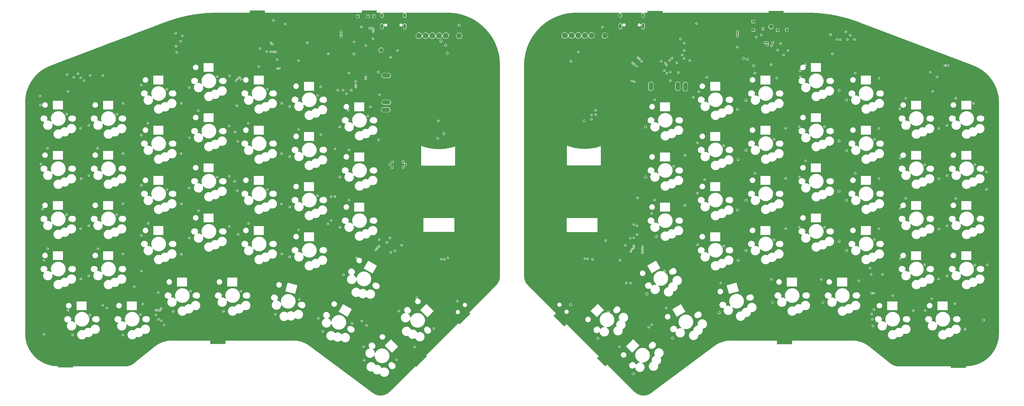
<source format=gbr>
%TF.GenerationSoftware,KiCad,Pcbnew,(6.0.5)*%
%TF.CreationDate,2022-08-12T23:05:56+08:00*%
%TF.ProjectId,ChunkyXiao,4368756e-6b79-4586-9961-6f2e6b696361,rev?*%
%TF.SameCoordinates,Original*%
%TF.FileFunction,Copper,L2,Inr*%
%TF.FilePolarity,Positive*%
%FSLAX46Y46*%
G04 Gerber Fmt 4.6, Leading zero omitted, Abs format (unit mm)*
G04 Created by KiCad (PCBNEW (6.0.5)) date 2022-08-12 23:05:56*
%MOMM*%
%LPD*%
G01*
G04 APERTURE LIST*
%TA.AperFunction,ComponentPad*%
%ADD10O,1.000000X2.100000*%
%TD*%
%TA.AperFunction,ComponentPad*%
%ADD11O,1.000000X1.600000*%
%TD*%
%TA.AperFunction,ComponentPad*%
%ADD12C,1.700000*%
%TD*%
%TA.AperFunction,ComponentPad*%
%ADD13O,3.352800X1.676400*%
%TD*%
%TA.AperFunction,ComponentPad*%
%ADD14R,1.000000X1.000000*%
%TD*%
%TA.AperFunction,ComponentPad*%
%ADD15O,1.676400X3.352800*%
%TD*%
%TA.AperFunction,ComponentPad*%
%ADD16C,2.100000*%
%TD*%
%TA.AperFunction,ComponentPad*%
%ADD17O,2.200000X2.100000*%
%TD*%
%TA.AperFunction,ViaPad*%
%ADD18C,0.800000*%
%TD*%
%TA.AperFunction,ViaPad*%
%ADD19C,0.600000*%
%TD*%
G04 APERTURE END LIST*
D10*
%TO.N,Net-(FB1-Pad1)*%
%TO.C,J2*%
X264868407Y-70629801D03*
D11*
X264868407Y-66449801D03*
X256228407Y-66449801D03*
D10*
X256228407Y-70629801D03*
%TD*%
D12*
%TO.N,LED_5v*%
%TO.C,J5*%
X313430000Y-70750000D03*
%TD*%
D13*
%TO.N,OUT-_R*%
%TO.C,J9*%
X167425000Y-99450000D03*
%TD*%
D12*
%TO.N,LED_5v_r*%
%TO.C,J3*%
X165510000Y-79650000D03*
%TD*%
D13*
%TO.N,OUT+_R*%
%TO.C,J11*%
X167425001Y-89289999D03*
%TD*%
D14*
%TO.N,+5V*%
%TO.C,TP11*%
X319450000Y-71950000D03*
%TD*%
%TO.N,Net-(C21-Pad1)*%
%TO.C,TP9*%
X306700000Y-72000000D03*
%TD*%
%TO.N,+5V_R*%
%TO.C,TP8*%
X162800000Y-66800000D03*
%TD*%
D15*
%TO.N,OUT-*%
%TO.C,J10*%
X278026892Y-93401492D03*
%TD*%
D14*
%TO.N,Net-(D1-Pad5)*%
%TO.C,TP7*%
X160500000Y-66900000D03*
%TD*%
D13*
%TO.N,Net-(IC1-PadB1)*%
%TO.C,J7*%
X167270000Y-102340000D03*
%TD*%
D14*
%TO.N,+3V3*%
%TO.C,TP12*%
X306650000Y-68800000D03*
%TD*%
D15*
%TO.N,Net-(IC2-PadB1)*%
%TO.C,J8*%
X280916889Y-93556492D03*
%TD*%
D11*
%TO.N,Net-(FB2-Pad1)*%
%TO.C,J1*%
X174449571Y-66499808D03*
D10*
X174449571Y-70679808D03*
D11*
X165809571Y-66499808D03*
D10*
X165809571Y-70679808D03*
%TD*%
D14*
%TO.N,Net-(D2-Pad5)*%
%TO.C,TP10*%
X315950000Y-72000000D03*
%TD*%
D15*
%TO.N,OUT+*%
%TO.C,J12*%
X267866891Y-93401492D03*
%TD*%
D14*
%TO.N,Net-(C19-Pad1)*%
%TO.C,TP6*%
X156600000Y-66900000D03*
%TD*%
D16*
%TO.N,+3V3_R*%
%TO.C,J13*%
X195111890Y-74196492D03*
D17*
%TO.N,GND_R*%
X192571890Y-74196492D03*
%TO.N,SCK_R*%
X190041890Y-74186492D03*
%TO.N,MOSI_R*%
X187501890Y-74186492D03*
%TO.N,DC_R*%
X184961890Y-74186492D03*
%TO.N,OLED_CS_R*%
X182421890Y-74186492D03*
%TO.N,RST_R*%
X179881890Y-74186492D03*
%TD*%
D16*
%TO.N,+3V3*%
%TO.C,J14*%
X250416891Y-74133993D03*
D17*
%TO.N,GND*%
X247876891Y-74133993D03*
%TO.N,SCK*%
X245346891Y-74123993D03*
%TO.N,MOSI*%
X242806891Y-74123993D03*
%TO.N,DC*%
X240266891Y-74123993D03*
%TO.N,OLED_CS*%
X237726891Y-74123993D03*
%TO.N,RST*%
X235186891Y-74123993D03*
%TD*%
D18*
%TO.N,*%
X169710000Y-124160000D03*
X169800000Y-122130000D03*
X168760000Y-123050000D03*
%TO.N,GND*%
X384750000Y-117900000D03*
D19*
X278150000Y-85650000D03*
X275940000Y-140970000D03*
D18*
X354150000Y-165500000D03*
D19*
X275690000Y-176350000D03*
X372670000Y-161190000D03*
X304950000Y-78200001D03*
X281650000Y-178540000D03*
X255525000Y-152950000D03*
X327680000Y-103540000D03*
X271630000Y-98530000D03*
X381025000Y-94325000D03*
X257660000Y-190660000D03*
X241686889Y-104736492D03*
X264070000Y-191230000D03*
X383800000Y-91600000D03*
X361200000Y-173630000D03*
X258450000Y-163025000D03*
X308520000Y-108360000D03*
X244440000Y-179360000D03*
X328870000Y-121680000D03*
X352130000Y-130770000D03*
X242486889Y-108336492D03*
X301980000Y-170970000D03*
X244650000Y-156950000D03*
X300550000Y-82550000D03*
X334670000Y-108650000D03*
X324060000Y-169450000D03*
X373875004Y-89024998D03*
X343875000Y-84100000D03*
X332520000Y-167670000D03*
X290660000Y-128820000D03*
X357625000Y-169125000D03*
X300203392Y-71710361D03*
X296460000Y-154020000D03*
X308700000Y-77700000D03*
X296450000Y-115930000D03*
D18*
X354950000Y-165500000D03*
D19*
X390190000Y-140280000D03*
X308540000Y-146570000D03*
X239686889Y-103136492D03*
X289450000Y-148930000D03*
X352075000Y-92825000D03*
X238886889Y-108336492D03*
X270300000Y-142650000D03*
X333200000Y-125990000D03*
X313440000Y-167680000D03*
X314000000Y-92775000D03*
X315520000Y-113530000D03*
X300403393Y-70910360D03*
X347850000Y-88350000D03*
X315500000Y-76725000D03*
X350700000Y-163800000D03*
X371175000Y-102400000D03*
X346610000Y-146540000D03*
X372660000Y-123040000D03*
X365670000Y-156070000D03*
X313625000Y-74900000D03*
X278050000Y-75450000D03*
X241686889Y-108336492D03*
X277361889Y-83361492D03*
X262675000Y-158250000D03*
X256503391Y-72510359D03*
X336100000Y-83600000D03*
D18*
X365650000Y-117900000D03*
D19*
X378600000Y-97225000D03*
X264403392Y-72910358D03*
X264403390Y-72310359D03*
X264403391Y-73510359D03*
X317200000Y-89150000D03*
X333200000Y-87950000D03*
X275920000Y-102830000D03*
X371150000Y-140310000D03*
X350760000Y-173930000D03*
X355430000Y-173840000D03*
X300203390Y-70110358D03*
X335975000Y-74750000D03*
X381250000Y-178400000D03*
X347830000Y-126440000D03*
X320475000Y-84175000D03*
X343120000Y-169400000D03*
X296450000Y-167500000D03*
X314020000Y-130790000D03*
X274040000Y-162080000D03*
X353610000Y-113560000D03*
X248500000Y-158100000D03*
X384720000Y-156070000D03*
X262350000Y-163000000D03*
X260591889Y-74636493D03*
X294980000Y-133220000D03*
X315510000Y-151640000D03*
X277410000Y-123710000D03*
X313650000Y-78900000D03*
X294960000Y-95030000D03*
X334630000Y-146860000D03*
X271686889Y-81536492D03*
X366875000Y-97850000D03*
X277336889Y-87936492D03*
X306650002Y-80300003D03*
X353630000Y-151620000D03*
X249500000Y-69000000D03*
X362160000Y-178390000D03*
X390200000Y-102350000D03*
X391730000Y-123070000D03*
X328875000Y-83525000D03*
X327680000Y-141800000D03*
X342950000Y-80000000D03*
X289510000Y-110820000D03*
X252286889Y-70936492D03*
X309750000Y-126460000D03*
X391710000Y-161160000D03*
X285100000Y-68500000D03*
X309725000Y-88325000D03*
X256703388Y-73710359D03*
X271610000Y-136610000D03*
X346620000Y-108470000D03*
X310075000Y-74875000D03*
X385925000Y-97875000D03*
X312825000Y-88175000D03*
X285530000Y-152390000D03*
X285990000Y-94290000D03*
X283120000Y-96600000D03*
X290640000Y-90740000D03*
X260491888Y-81036490D03*
X256603391Y-73110357D03*
X270410000Y-118620000D03*
X377020000Y-174060000D03*
X377100000Y-97300000D03*
X246686889Y-107936492D03*
X252430000Y-177310000D03*
X366870000Y-135960000D03*
X265730000Y-161960000D03*
X385940000Y-135980000D03*
X305250000Y-83100000D03*
%TO.N,Net-(IC1-PadB1)*%
X164850000Y-96530000D03*
X159680000Y-89790000D03*
%TO.N,SDA_R*%
X155850000Y-91600000D03*
X155850000Y-92800000D03*
%TO.N,SCL_R*%
X151047500Y-94850000D03*
X152340000Y-96180000D03*
%TO.N,OUT+*%
X277661889Y-84386492D03*
%TO.N,Net-(IC2-PadB1)*%
X275250000Y-91300000D03*
X273850000Y-88400000D03*
X272850000Y-87450000D03*
X273700000Y-85350000D03*
%TO.N,SDA*%
X280486889Y-79786492D03*
X279686889Y-81536492D03*
X273350000Y-84650000D03*
X261550000Y-91700000D03*
%TO.N,SCL*%
X260600000Y-91350000D03*
X271750000Y-83900000D03*
%TO.N,OUT-*%
X278186889Y-88161492D03*
%TO.N,LED_5v*%
X379350000Y-85525000D03*
X390224888Y-99856491D03*
%TO.N,MOSI_R*%
X169100000Y-82410000D03*
D18*
X189950000Y-77750000D03*
D19*
X171770000Y-79830000D03*
%TO.N,MISO_R*%
X129180000Y-69730000D03*
X137560000Y-76800000D03*
%TO.N,SCK_R*%
X170750000Y-155890000D03*
X124690000Y-80310000D03*
X145420000Y-81050000D03*
X51560000Y-90140000D03*
X126980000Y-86600000D03*
D18*
X155150000Y-81100000D03*
D19*
X124190000Y-77430000D03*
D18*
X164500000Y-88050000D03*
D19*
X52760000Y-91190000D03*
D18*
X189250000Y-111400000D03*
D19*
X164080000Y-154740000D03*
D18*
X186900000Y-113200000D03*
D19*
%TO.N,MOSI*%
X245286889Y-105936492D03*
X246886889Y-104136492D03*
%TO.N,MISO*%
X317025000Y-77150000D03*
X300625000Y-78525000D03*
%TO.N,SCK*%
X262800000Y-135750000D03*
D18*
X304400000Y-83100000D03*
D19*
X264650000Y-155075000D03*
X261375000Y-145925000D03*
D18*
X306900000Y-85600000D03*
D19*
X245286889Y-104336492D03*
X261325000Y-154700000D03*
D18*
X302900000Y-82800000D03*
D19*
X246886889Y-102536492D03*
D18*
%TO.N,OLED_CS_R*%
X188200000Y-76250000D03*
%TO.N,RST_R*%
X190600000Y-80850000D03*
D19*
%TO.N,DC*%
X240286889Y-80336492D03*
X262900000Y-82500000D03*
X260886889Y-84486492D03*
%TO.N,OLED_CS*%
X261486889Y-85136492D03*
X237486889Y-83936492D03*
X263550000Y-83100000D03*
%TO.N,RST*%
X262486889Y-85736492D03*
X264286889Y-83936492D03*
%TO.N,key_pullup*%
X380108888Y-108176491D03*
D18*
X303908891Y-117701495D03*
X333008890Y-175376495D03*
D19*
X380161198Y-127278802D03*
D18*
X342008891Y-98651494D03*
X313958889Y-175376495D03*
X300800000Y-102200000D03*
X261146775Y-202608476D03*
X303908894Y-155801493D03*
X339200000Y-114200000D03*
X339200000Y-152200000D03*
X394000000Y-182200000D03*
X266367744Y-172301197D03*
X303908892Y-136751493D03*
D19*
X377090000Y-109440000D03*
X352000000Y-184400000D03*
X377130000Y-147610000D03*
D18*
X237400000Y-176300000D03*
X339200000Y-95000000D03*
D19*
X387000000Y-185600000D03*
D18*
X342008890Y-117791110D03*
X303908890Y-98691110D03*
X276046881Y-188953119D03*
X269799889Y-150416493D03*
D19*
X380200000Y-165400000D03*
D18*
X301000000Y-159400000D03*
X293757279Y-179380409D03*
X339200000Y-133200000D03*
D19*
X350950000Y-162400000D03*
D18*
X301000000Y-121200000D03*
D19*
X380176197Y-146343803D03*
X377040000Y-128470000D03*
D18*
X300800000Y-140400000D03*
X265808889Y-108831494D03*
D19*
X377000000Y-166600000D03*
D18*
X342008887Y-155801497D03*
X265808891Y-127881492D03*
X247676391Y-189138093D03*
X342008888Y-136751497D03*
D19*
%TO.N,MATRIX_CS_R*%
X164720000Y-154120000D03*
X125470000Y-80350000D03*
X173280000Y-153740000D03*
X126010000Y-83290000D03*
%TO.N,MATRIX_CS*%
X318125000Y-81500000D03*
X342325000Y-75625000D03*
X319850000Y-79800000D03*
X307800000Y-74650000D03*
X264675000Y-154275000D03*
X262600000Y-149650000D03*
X285100000Y-69550000D03*
X345025000Y-75625000D03*
X261350000Y-153850000D03*
X261300000Y-150850000D03*
X339675000Y-75675000D03*
%TO.N,/Matrix_Latch*%
X341750000Y-72725000D03*
X343425000Y-74025000D03*
X262550000Y-146350000D03*
X260025000Y-151050000D03*
X264625000Y-155900000D03*
X260675000Y-155350000D03*
%TO.N,k00*%
X48920000Y-89990000D03*
X46760000Y-95290000D03*
%TO.N,k55*%
X374725000Y-95225000D03*
X376400000Y-89825000D03*
%TO.N,k08*%
X87980000Y-80470000D03*
X90070000Y-74240000D03*
%TO.N,k63*%
X338425000Y-75600000D03*
X336700000Y-81000000D03*
%TO.N,k19*%
X112380000Y-90760000D03*
X110880000Y-133010000D03*
%TO.N,k18*%
X111120000Y-114270000D03*
X111780000Y-89910000D03*
%TO.N,k17*%
X111120000Y-90480000D03*
X110820000Y-100770000D03*
%TO.N,k16*%
X122100000Y-80200000D03*
X119100000Y-85900000D03*
%TO.N,k71*%
X313400000Y-85175000D03*
X315925000Y-79625000D03*
%TO.N,k79*%
X258075000Y-153800000D03*
X256075000Y-159450000D03*
%TO.N,k32*%
X71820000Y-169490000D03*
X74580000Y-163550000D03*
%TO.N,k86*%
X351575000Y-171950000D03*
X351550000Y-179850000D03*
%TO.N,k85*%
X352400000Y-171950000D03*
X352425000Y-178150000D03*
%TO.N,k39*%
X83160000Y-183950000D03*
X82040000Y-177730000D03*
%TO.N,k38*%
X82130000Y-182440000D03*
X81530000Y-178510000D03*
%TO.N,k37*%
X80760000Y-178460000D03*
X81060000Y-181890000D03*
%TO.N,k36*%
X80010000Y-178410000D03*
X80070000Y-180220000D03*
%TO.N,LED_3v*%
X309700000Y-73900000D03*
X282548410Y-83589800D03*
%TO.N,LED_3v_R*%
X134180000Y-83610000D03*
X159680000Y-77960000D03*
%TO.N,Net-(U13-Pad14)*%
X168820000Y-150970000D03*
X164790000Y-151590000D03*
%TO.N,Net-(U15-Pad14)*%
X260150000Y-156100000D03*
X355725000Y-164800000D03*
X264600000Y-156675000D03*
X351425000Y-164800000D03*
%TO.N,/Matrix_Latch_R*%
X163560000Y-155480000D03*
X126120000Y-86590000D03*
X89490000Y-76290000D03*
X123630000Y-76860000D03*
X55140000Y-89280000D03*
X123580000Y-80290000D03*
X169180000Y-156480000D03*
X87680000Y-78170000D03*
X50488993Y-88598993D03*
%TO.N,Net-(D1-Pad5)*%
X162400000Y-75300000D03*
D18*
%TO.N,Net-(D2-Pad5)*%
X314000000Y-76800000D03*
D19*
%TO.N,Net-(C19-Pad1)*%
X158050000Y-70800000D03*
%TO.N,+3V3*%
X313600000Y-77950000D03*
X280486889Y-76936492D03*
D18*
X242500000Y-106450000D03*
D19*
X243800000Y-158900000D03*
D18*
X380450000Y-85450000D03*
D19*
X336000000Y-73775000D03*
X242750000Y-158900000D03*
X279050000Y-75430000D03*
X275800000Y-82750000D03*
X280436889Y-82836492D03*
D18*
X300686889Y-74336492D03*
D19*
X274950000Y-83600000D03*
X249486889Y-70936492D03*
X275186889Y-87936492D03*
X250650000Y-152000000D03*
D18*
X300686889Y-73536492D03*
X300686889Y-72736492D03*
D19*
X373825000Y-88050000D03*
X245700000Y-159100000D03*
D18*
%TO.N,+3V3_R*%
X195150000Y-70200000D03*
D19*
X190850000Y-158550000D03*
D18*
X174690000Y-123120000D03*
D19*
X167680000Y-152670000D03*
X89710000Y-157150000D03*
X153260000Y-88350000D03*
X51610000Y-166550000D03*
X159049995Y-197410005D03*
X143349986Y-186410014D03*
X130849196Y-139210804D03*
X149825889Y-146931493D03*
X151240744Y-164978197D03*
X54575887Y-165326494D03*
X127810000Y-157050000D03*
X127810000Y-99850000D03*
X92675889Y-131983492D03*
X188350000Y-159050000D03*
X127710000Y-118950000D03*
D18*
X173910000Y-122160000D03*
D19*
X141715745Y-181475982D03*
D18*
X150300000Y-73550000D03*
D19*
X89610000Y-118950000D03*
X54633507Y-127226493D03*
X149825888Y-127881495D03*
X46330000Y-88870000D03*
X92675891Y-93883490D03*
X130775886Y-158187497D03*
X86607698Y-178852302D03*
X127710000Y-138050000D03*
X130775888Y-101037495D03*
X159600000Y-90650000D03*
D18*
X150300000Y-74400000D03*
D19*
X125332507Y-179966684D03*
X105710000Y-178850000D03*
X172273289Y-178763996D03*
D18*
X173770000Y-124120000D03*
D19*
X87570000Y-73210000D03*
X51510000Y-147450000D03*
X194400000Y-174950000D03*
X54629698Y-108230302D03*
X187190000Y-106520000D03*
X54575889Y-146276495D03*
X119570000Y-79010000D03*
X59900000Y-89290000D03*
X158802905Y-192234380D03*
X189450000Y-159050000D03*
X48457698Y-187802302D03*
X155940000Y-93650000D03*
X37625889Y-187526494D03*
X67566890Y-187861494D03*
X92726506Y-112933494D03*
X51710000Y-128450000D03*
X149825888Y-108831491D03*
D18*
X150350000Y-72700000D03*
D19*
X154170000Y-94860000D03*
X51510000Y-109350000D03*
X130775888Y-120087495D03*
X92675888Y-151033491D03*
X89710000Y-99850000D03*
X89710000Y-138050000D03*
X149090000Y-94870000D03*
%TO.N,Net-(SW50-Pad2)*%
X324470000Y-89810000D03*
X315525000Y-90275000D03*
%TO.N,Net-(SW51-Pad4)*%
X318970000Y-109350000D03*
X324130000Y-108790000D03*
%TO.N,Net-(SW41-Pad4)*%
X285460000Y-114900000D03*
X280718508Y-119561492D03*
%TO.N,Net-(SW60-Pad2)*%
X362175000Y-101950000D03*
X354375000Y-90325000D03*
%TO.N,Net-(SW42-Pad4)*%
X285550000Y-153540000D03*
X268100000Y-141650000D03*
%TO.N,Net-(SW53-Pad4)*%
X318970000Y-147450000D03*
X324130000Y-146890000D03*
%TO.N,Net-(SW63-Pad4)*%
X354330000Y-147480000D03*
X362390000Y-158820000D03*
%TO.N,Net-(SW40-Pad2)*%
X286040000Y-95460000D03*
X283860000Y-97560000D03*
%TO.N,Net-(SW42-Pad2)*%
X280718508Y-138611492D03*
X285460000Y-133950000D03*
%TO.N,Net-(SW52-Pad2)*%
X324130000Y-127840000D03*
X318970000Y-128400000D03*
%TO.N,Net-(SW61-Pad4)*%
X362390000Y-120720000D03*
X354330000Y-109380000D03*
%TO.N,Net-(SW62-Pad2)*%
X354330000Y-128430000D03*
X362390000Y-139770000D03*
%TO.N,Net-(SW71-Pad4)*%
X395110000Y-125910000D03*
X395110000Y-132480000D03*
%TO.N,Net-(SW39-Pad2)*%
X268130000Y-183880000D03*
X267040000Y-184880000D03*
%TO.N,Net-(SW64-Pad2)*%
X371870000Y-178520000D03*
X367330000Y-178520000D03*
%TO.N,LED_5v_r*%
X124700000Y-68400000D03*
X155200000Y-76500000D03*
X36300000Y-100500000D03*
X36100000Y-97100000D03*
%TO.N,Net-(SW38-Pad4)*%
X260160000Y-168100000D03*
X258500000Y-168090000D03*
%TO.N,Net-(SW59-Pad2)*%
X351810000Y-181860000D03*
X346700000Y-167190000D03*
%TO.N,Net-(SW69-Pad2)*%
X383130000Y-175930000D03*
X395420000Y-161200000D03*
%TO.N,Net-(SW10-Pad2)*%
X37600000Y-159400000D03*
X46700000Y-178400000D03*
%TO.N,Net-(SW11-Pad2)*%
X67590000Y-99860000D03*
X74570000Y-92910000D03*
%TO.N,Net-(SW15-Pad4)*%
X75100000Y-176100000D03*
X80900000Y-171700000D03*
%TO.N,Net-(SW17-Pad2)*%
X107880000Y-108490000D03*
X110150000Y-110680000D03*
%TO.N,Net-(SW18-Pad4)*%
X107880000Y-127540000D03*
X109940000Y-129490000D03*
%TO.N,Net-(SW19-Pad2)*%
X107880000Y-146590000D03*
X111260000Y-149580000D03*
%TO.N,Net-(SW26-Pad4)*%
X142570000Y-93620000D03*
X153060000Y-102440000D03*
%TO.N,Net-(SW35-Pad4)*%
X158200000Y-182500000D03*
X160000000Y-184200000D03*
%TO.N,Net-(SW27-Pad2)*%
X142630000Y-111740000D03*
X147970000Y-117170000D03*
%TO.N,+5V*%
X332480000Y-166680000D03*
X352630000Y-113550000D03*
X383520000Y-135950000D03*
X390740000Y-123090000D03*
X359540000Y-172890000D03*
X288270000Y-128860000D03*
X251790000Y-178960000D03*
X345420000Y-126400000D03*
X383525000Y-97850000D03*
X333700000Y-146900000D03*
X272920000Y-163480000D03*
D18*
X324400000Y-87450000D03*
D19*
X255940000Y-192320000D03*
X307300000Y-88350000D03*
D18*
X312033498Y-77626135D03*
D19*
X314570000Y-113520000D03*
X294270000Y-168080000D03*
X326450000Y-85150000D03*
X307300000Y-126410000D03*
X295460000Y-115910000D03*
X345350000Y-88375000D03*
X390740000Y-161230000D03*
X310400000Y-71800000D03*
X269200000Y-136570000D03*
X269210000Y-98510000D03*
X374390000Y-174040000D03*
X295490000Y-154020000D03*
D18*
X311950000Y-76850000D03*
X311133498Y-76826135D03*
D19*
X314530000Y-151660000D03*
X313470000Y-166700000D03*
X289010000Y-90020000D03*
X333690000Y-108660000D03*
X273630000Y-177610000D03*
X371680000Y-161130000D03*
X326490000Y-121660000D03*
X364460000Y-135980000D03*
X364500000Y-97850000D03*
X310400000Y-71300000D03*
X276460000Y-123720000D03*
X352630000Y-151620000D03*
X371710000Y-123080000D03*
%TO.N,GND_R*%
X59240000Y-98890000D03*
X45630000Y-121240000D03*
X184400000Y-103200000D03*
X53460000Y-94330000D03*
X166303391Y-73910358D03*
X149803390Y-71510360D03*
X155630000Y-117530000D03*
X98500000Y-140800000D03*
X121800000Y-149800000D03*
X73200000Y-163600000D03*
X129100000Y-167700000D03*
X124060000Y-131820000D03*
X85830000Y-93720000D03*
X159950000Y-121910000D03*
X155900000Y-182500000D03*
X155123824Y-72710551D03*
X121870000Y-111760000D03*
X87580000Y-74180000D03*
X104970000Y-88950000D03*
X148370000Y-94330000D03*
X125310000Y-89410000D03*
X123970000Y-93720000D03*
X149703389Y-70310357D03*
X169450000Y-80400000D03*
X183600000Y-181600000D03*
X159823820Y-71310551D03*
X170091887Y-74736494D03*
X136690000Y-147870000D03*
X45700000Y-159400000D03*
X83720000Y-111760000D03*
X161450000Y-91050000D03*
X191350000Y-108300000D03*
X117500000Y-145500000D03*
X140880000Y-114150000D03*
X174610000Y-158320000D03*
X149803390Y-70910358D03*
X94900000Y-170500000D03*
X97310000Y-122680000D03*
X159100000Y-94900000D03*
X159960000Y-140970000D03*
X68200000Y-175300000D03*
X166203394Y-73210360D03*
X40160000Y-137050000D03*
X162800000Y-165000000D03*
X155640000Y-136630000D03*
X156800000Y-94600000D03*
X51410000Y-98550000D03*
X66780000Y-103250000D03*
X87300000Y-83180000D03*
X136100000Y-173500000D03*
X60410000Y-116920000D03*
X173703390Y-73810358D03*
X79400000Y-145500000D03*
D18*
X177350000Y-67900000D03*
D19*
X116350000Y-127500000D03*
X113900000Y-170500000D03*
X143070000Y-96130000D03*
X55980000Y-90250000D03*
X118500000Y-88200000D03*
X46180000Y-97950000D03*
X174003389Y-72410358D03*
X173800000Y-162800000D03*
X47830000Y-141350000D03*
X41300000Y-155000000D03*
X85830000Y-131820000D03*
X135810000Y-110350000D03*
X66900000Y-141390000D03*
X157123824Y-74910554D03*
X143090000Y-134210000D03*
X186450000Y-108300000D03*
X78240000Y-89320000D03*
X74880000Y-161030000D03*
X87200000Y-166100000D03*
X166103388Y-72510357D03*
X71850000Y-173080000D03*
X47090000Y-90600000D03*
X192550000Y-158550000D03*
X41340000Y-116890000D03*
X56800000Y-179400000D03*
X126630000Y-84800000D03*
X154410000Y-99520000D03*
X162050000Y-104090000D03*
X178300000Y-172000000D03*
X119540000Y-80040000D03*
X64710000Y-121280000D03*
X102800000Y-145100000D03*
X155760000Y-88310000D03*
X79430000Y-107370000D03*
X78120000Y-173140000D03*
X140880000Y-152210000D03*
X168600000Y-188900000D03*
X60300000Y-155000000D03*
X40180000Y-98890000D03*
X167640000Y-153610000D03*
X59230000Y-137060000D03*
X186300000Y-104700000D03*
X94820000Y-83240000D03*
X183650000Y-108300000D03*
X169900000Y-162900000D03*
X159710000Y-78960000D03*
X97280000Y-84610000D03*
X49100000Y-175100000D03*
D18*
X197900000Y-71500000D03*
D19*
X174003391Y-73110356D03*
X173000000Y-196500000D03*
X135400000Y-129900000D03*
X106300000Y-166000000D03*
X83800000Y-149800000D03*
X75800000Y-179400000D03*
X102800000Y-106980000D03*
X135390000Y-91780000D03*
X187200000Y-108300000D03*
X64700000Y-159300000D03*
X104990000Y-127070000D03*
X47700000Y-103250000D03*
X155500000Y-156900000D03*
X167760000Y-77250000D03*
X116320000Y-89400000D03*
X94570000Y-78760000D03*
X159660000Y-77030000D03*
X190190000Y-153920000D03*
X98480000Y-102610000D03*
X78250000Y-127490000D03*
X117540000Y-107370000D03*
X75610000Y-161040000D03*
%TO.N,+5V_R*%
X171300000Y-197200000D03*
X141360000Y-134970000D03*
X77100000Y-145400000D03*
X65180000Y-142140000D03*
X161723823Y-71310553D03*
X162523823Y-72010553D03*
X55100000Y-180200000D03*
X39000000Y-155000000D03*
X153280000Y-117530000D03*
X134190000Y-109770000D03*
X162423819Y-72710550D03*
X115200000Y-145500000D03*
X134190000Y-147900000D03*
X84260000Y-132590000D03*
X122350000Y-94490000D03*
X93200000Y-171200000D03*
X65230000Y-104020000D03*
X153270000Y-136580000D03*
X74200000Y-180100000D03*
X162323822Y-71410552D03*
X58100000Y-155000000D03*
X161123821Y-71310549D03*
X103320000Y-89710000D03*
X46170000Y-142100000D03*
X179000000Y-173700000D03*
X160450000Y-104670000D03*
X134400000Y-174300000D03*
X84230000Y-94480000D03*
X122360000Y-132590000D03*
X77040000Y-107420000D03*
X96200000Y-140700000D03*
X141410000Y-96860000D03*
X103310000Y-127820000D03*
X46190000Y-103990000D03*
X112300000Y-171200000D03*
X156200000Y-158600000D03*
X96110000Y-102640000D03*
X154500000Y-183400000D03*
X38940000Y-116950000D03*
X115150000Y-107410000D03*
X57980000Y-116940000D03*
%TO.N,Net-(SW2-Pad4)*%
X36470000Y-122940000D03*
X37030000Y-139980000D03*
%TO.N,Net-(SW12-Pad4)*%
X67590000Y-118910000D03*
X74570000Y-111960000D03*
%TO.N,Net-(SW13-Pad2)*%
X67590000Y-137960000D03*
X74570000Y-131010000D03*
%TO.N,Net-(SW14-Pad4)*%
X74570000Y-150060000D03*
X67590000Y-157010000D03*
%TO.N,Net-(SW10-Pad4)*%
X59900000Y-176500000D03*
X61500000Y-177600000D03*
%TO.N,Net-(SW16-Pad4)*%
X110450000Y-91260000D03*
X107980000Y-89450000D03*
%TO.N,Net-(SW28-Pad4)*%
X147960000Y-135250000D03*
X146510000Y-135290000D03*
%TO.N,Net-(SW29-Pad2)*%
X146510000Y-144350000D03*
X145310000Y-145550000D03*
%TO.N,Net-(SW31-Pad4)*%
X164570000Y-113740000D03*
X161420000Y-101150000D03*
%TO.N,Net-(SW36-Pad2)*%
X185500000Y-185400000D03*
X178200000Y-192400000D03*
%TD*%
%TA.AperFunction,Conductor*%
%TO.N,GND_R*%
G36*
X121363231Y-64620002D02*
G01*
X121409724Y-64673658D01*
X121421110Y-64726000D01*
X121421111Y-65300811D01*
X121419807Y-65318890D01*
X121417054Y-65337878D01*
X121424545Y-65354353D01*
X121424545Y-65354354D01*
X121425106Y-65355587D01*
X121431311Y-65372273D01*
X121431692Y-65373571D01*
X121436789Y-65390944D01*
X121444043Y-65397239D01*
X121448019Y-65405983D01*
X121463225Y-65415802D01*
X121464367Y-65416540D01*
X121478591Y-65427219D01*
X121479620Y-65428112D01*
X121479621Y-65428113D01*
X121493294Y-65439977D01*
X121502800Y-65441355D01*
X121510870Y-65446566D01*
X121511484Y-65446655D01*
X121530267Y-65446655D01*
X121548346Y-65447959D01*
X121548544Y-65447988D01*
X121549421Y-65448115D01*
X121549422Y-65448115D01*
X121567334Y-65450712D01*
X121571681Y-65448736D01*
X121576257Y-65449400D01*
X121576257Y-65446655D01*
X121576306Y-65446655D01*
X157994451Y-65446650D01*
X158012531Y-65447954D01*
X158013605Y-65448110D01*
X158013606Y-65448110D01*
X158031518Y-65450707D01*
X158049230Y-65442654D01*
X158065913Y-65436450D01*
X158067215Y-65436068D01*
X158067216Y-65436067D01*
X158084584Y-65430972D01*
X158090879Y-65423718D01*
X158099623Y-65419742D01*
X158110175Y-65403401D01*
X158110180Y-65403394D01*
X158120859Y-65389170D01*
X158121752Y-65388141D01*
X158121753Y-65388140D01*
X158133617Y-65374467D01*
X158134995Y-65364961D01*
X158140206Y-65356891D01*
X158140295Y-65356277D01*
X158140295Y-65337494D01*
X158141599Y-65319414D01*
X158141755Y-65318340D01*
X158141755Y-65318339D01*
X158144352Y-65300427D01*
X158142376Y-65296080D01*
X158143040Y-65291504D01*
X158140295Y-65291504D01*
X158140296Y-64726000D01*
X158160298Y-64657879D01*
X158213954Y-64611386D01*
X158266296Y-64600000D01*
X163759294Y-64600000D01*
X163827415Y-64620002D01*
X163873908Y-64673658D01*
X163885294Y-64726000D01*
X163885293Y-65300807D01*
X163883989Y-65318886D01*
X163881236Y-65337874D01*
X163888727Y-65354349D01*
X163888727Y-65354350D01*
X163889288Y-65355583D01*
X163895493Y-65372269D01*
X163895875Y-65373571D01*
X163900971Y-65390940D01*
X163908225Y-65397235D01*
X163912201Y-65405979D01*
X163927407Y-65415798D01*
X163928549Y-65416536D01*
X163942773Y-65427215D01*
X163943802Y-65428108D01*
X163943803Y-65428109D01*
X163957476Y-65439973D01*
X163966982Y-65441351D01*
X163975052Y-65446562D01*
X163975666Y-65446651D01*
X163994449Y-65446651D01*
X164012528Y-65447955D01*
X164012570Y-65447961D01*
X164013603Y-65448111D01*
X164013604Y-65448111D01*
X164031516Y-65450708D01*
X164035863Y-65448732D01*
X164040439Y-65449396D01*
X164040439Y-65446651D01*
X165385976Y-65446651D01*
X165454097Y-65466653D01*
X165500590Y-65520309D01*
X165510694Y-65590583D01*
X165481200Y-65655163D01*
X165453490Y-65679036D01*
X165404481Y-65710138D01*
X165295432Y-65826264D01*
X165218688Y-65965861D01*
X165179071Y-66120157D01*
X165179071Y-66839474D01*
X165194026Y-66957853D01*
X165196945Y-66965225D01*
X165239654Y-67073097D01*
X165252668Y-67105968D01*
X165257330Y-67112384D01*
X165341643Y-67228432D01*
X165341646Y-67228435D01*
X165346303Y-67234845D01*
X165469047Y-67336388D01*
X165613187Y-67404215D01*
X165690300Y-67418925D01*
X165761881Y-67432580D01*
X165761883Y-67432580D01*
X165769667Y-67434065D01*
X165849161Y-67429063D01*
X165920743Y-67424560D01*
X165920745Y-67424560D01*
X165928654Y-67424062D01*
X165936190Y-67421613D01*
X165936192Y-67421613D01*
X165982191Y-67406667D01*
X166080158Y-67374836D01*
X166214661Y-67289478D01*
X166323710Y-67173352D01*
X166400454Y-67033755D01*
X166440071Y-66879459D01*
X166440071Y-66160142D01*
X166425116Y-66041763D01*
X166366474Y-65893648D01*
X166322561Y-65833207D01*
X166277499Y-65771184D01*
X166277496Y-65771181D01*
X166272839Y-65764771D01*
X166266735Y-65759721D01*
X166266729Y-65759715D01*
X166157962Y-65669735D01*
X166118224Y-65610902D01*
X166116603Y-65539924D01*
X166153612Y-65479336D01*
X166217502Y-65448376D01*
X166238277Y-65446651D01*
X174025976Y-65446651D01*
X174094096Y-65466653D01*
X174140589Y-65520309D01*
X174150693Y-65590583D01*
X174121199Y-65655163D01*
X174093490Y-65679036D01*
X174044481Y-65710138D01*
X173935432Y-65826264D01*
X173858688Y-65965861D01*
X173819071Y-66120157D01*
X173819071Y-66839474D01*
X173834026Y-66957853D01*
X173836945Y-66965225D01*
X173879654Y-67073097D01*
X173892668Y-67105968D01*
X173897330Y-67112384D01*
X173981643Y-67228432D01*
X173981646Y-67228435D01*
X173986303Y-67234845D01*
X174109047Y-67336388D01*
X174253187Y-67404215D01*
X174330300Y-67418925D01*
X174401881Y-67432580D01*
X174401883Y-67432580D01*
X174409667Y-67434065D01*
X174489161Y-67429063D01*
X174560743Y-67424560D01*
X174560745Y-67424560D01*
X174568654Y-67424062D01*
X174576190Y-67421613D01*
X174576192Y-67421613D01*
X174622191Y-67406667D01*
X174720158Y-67374836D01*
X174854661Y-67289478D01*
X174963710Y-67173352D01*
X175040454Y-67033755D01*
X175080071Y-66879459D01*
X175080071Y-66160142D01*
X175065116Y-66041763D01*
X175006474Y-65893648D01*
X174962561Y-65833207D01*
X174917499Y-65771184D01*
X174917496Y-65771181D01*
X174912839Y-65764771D01*
X174906735Y-65759721D01*
X174906729Y-65759715D01*
X174797962Y-65669735D01*
X174758224Y-65610902D01*
X174756603Y-65539924D01*
X174793612Y-65479336D01*
X174857502Y-65448376D01*
X174878273Y-65446651D01*
X190671979Y-65446652D01*
X190696154Y-65446652D01*
X190697711Y-65446857D01*
X190713508Y-65446857D01*
X190729530Y-65451150D01*
X190743855Y-65447312D01*
X190745038Y-65447659D01*
X190745053Y-65446991D01*
X191593619Y-65465506D01*
X191599100Y-65465746D01*
X192458792Y-65522092D01*
X192464260Y-65522571D01*
X193320691Y-65616365D01*
X193326097Y-65617076D01*
X194177646Y-65748141D01*
X194183057Y-65749096D01*
X195028049Y-65917175D01*
X195033388Y-65918359D01*
X195300657Y-65983759D01*
X195870247Y-66123137D01*
X195875557Y-66124560D01*
X196702666Y-66365640D01*
X196707909Y-66367293D01*
X196766394Y-66387146D01*
X197523734Y-66644227D01*
X197528871Y-66646097D01*
X198331861Y-66958362D01*
X198336920Y-66960458D01*
X198562331Y-67059641D01*
X199125496Y-67307440D01*
X199130478Y-67309763D01*
X199903152Y-67690803D01*
X199908029Y-67693341D01*
X200663388Y-68107745D01*
X200668148Y-68110494D01*
X201404669Y-68557425D01*
X201409306Y-68560379D01*
X201543236Y-68649868D01*
X202125663Y-69039034D01*
X202130132Y-69042163D01*
X202533294Y-69337773D01*
X202824939Y-69551616D01*
X202829300Y-69554963D01*
X203501170Y-70094195D01*
X203505382Y-70097728D01*
X203670268Y-70242329D01*
X204144663Y-70658362D01*
X204153136Y-70665793D01*
X204157186Y-70669504D01*
X204201132Y-70711573D01*
X204779529Y-71265268D01*
X204783416Y-71269155D01*
X204962352Y-71456074D01*
X205376295Y-71888483D01*
X205379178Y-71891495D01*
X205382888Y-71895544D01*
X205493067Y-72021179D01*
X205950957Y-72543302D01*
X205954490Y-72547514D01*
X206493722Y-73219383D01*
X206497069Y-73223744D01*
X206628652Y-73403200D01*
X207006523Y-73918551D01*
X207009652Y-73923020D01*
X207322889Y-74391812D01*
X207488307Y-74639378D01*
X207491261Y-74644015D01*
X207938192Y-75380535D01*
X207940941Y-75385295D01*
X208355345Y-76140654D01*
X208357883Y-76145531D01*
X208738924Y-76918205D01*
X208741247Y-76923187D01*
X208938573Y-77371643D01*
X209074196Y-77679868D01*
X209088225Y-77711752D01*
X209090325Y-77716821D01*
X209396689Y-78504633D01*
X209402586Y-78519798D01*
X209404461Y-78524949D01*
X209571070Y-79015764D01*
X209681395Y-79340773D01*
X209683048Y-79346016D01*
X209924128Y-80173125D01*
X209925551Y-80178434D01*
X209938541Y-80231518D01*
X210130332Y-81015305D01*
X210131514Y-81020633D01*
X210204006Y-81385078D01*
X210299591Y-81865620D01*
X210300546Y-81871033D01*
X210431610Y-82722566D01*
X210432327Y-82728015D01*
X210515965Y-83491707D01*
X210526118Y-83584418D01*
X210526597Y-83589890D01*
X210532345Y-83677584D01*
X210582944Y-84449577D01*
X210583184Y-84455063D01*
X210588840Y-84714300D01*
X210601699Y-85303598D01*
X210601199Y-85303609D01*
X210601428Y-85304610D01*
X210597531Y-85319152D01*
X210601824Y-85335175D01*
X210601824Y-85350971D01*
X210602029Y-85352528D01*
X210602029Y-165453511D01*
X210601825Y-165455060D01*
X210601825Y-165470862D01*
X210597531Y-165486885D01*
X210600949Y-165499644D01*
X210600403Y-165501505D01*
X210601459Y-165501546D01*
X210587523Y-165860067D01*
X210586764Y-165869821D01*
X210543914Y-166235901D01*
X210542400Y-166245567D01*
X210471274Y-166607221D01*
X210469015Y-166616738D01*
X210462153Y-166641352D01*
X210370046Y-166971770D01*
X210367055Y-166981085D01*
X210323349Y-167100994D01*
X210242802Y-167321978D01*
X210240839Y-167327363D01*
X210237134Y-167336418D01*
X210084420Y-167671882D01*
X210080024Y-167680623D01*
X209901753Y-168003205D01*
X209896692Y-168011578D01*
X209693920Y-168319369D01*
X209688224Y-168327324D01*
X209462187Y-168618448D01*
X209455891Y-168625937D01*
X209281083Y-168818203D01*
X209214548Y-168891383D01*
X209213959Y-168890847D01*
X209213130Y-168892218D01*
X209201440Y-168899104D01*
X209193272Y-168913538D01*
X209182200Y-168924805D01*
X209181255Y-168926059D01*
X205214208Y-172962508D01*
X205213440Y-172963282D01*
X205166096Y-173010628D01*
X199005687Y-179171242D01*
X198994575Y-179182354D01*
X198980873Y-179194214D01*
X198965493Y-179205699D01*
X198959140Y-179222648D01*
X198958664Y-179223917D01*
X198951256Y-179240100D01*
X198941926Y-179257178D01*
X198942605Y-179266759D01*
X198939233Y-179275753D01*
X198943042Y-179293447D01*
X198943042Y-179293450D01*
X198943329Y-179294784D01*
X198945836Y-179312395D01*
X198947211Y-179331804D01*
X198952958Y-179339500D01*
X198954980Y-179348892D01*
X198955351Y-179349389D01*
X198960905Y-179354943D01*
X198960906Y-179354945D01*
X198968637Y-179362676D01*
X198980497Y-179376378D01*
X198991975Y-179391748D01*
X198996445Y-179393424D01*
X198999211Y-179397129D01*
X199001152Y-179395188D01*
X199323970Y-179717993D01*
X199357996Y-179780304D01*
X199352933Y-179851120D01*
X199322925Y-179897219D01*
X196988854Y-182177428D01*
X195396741Y-183732800D01*
X195393451Y-183736014D01*
X195330746Y-183769310D01*
X195259995Y-183763419D01*
X195216308Y-183734982D01*
X194932323Y-183451009D01*
X194920460Y-183437303D01*
X194920180Y-183436928D01*
X194908978Y-183421927D01*
X194892030Y-183415573D01*
X194892029Y-183415573D01*
X194890759Y-183415097D01*
X194874580Y-183407690D01*
X194873386Y-183407038D01*
X194873385Y-183407038D01*
X194857499Y-183398359D01*
X194847918Y-183399038D01*
X194838924Y-183395666D01*
X194821232Y-183399475D01*
X194821231Y-183399475D01*
X194820444Y-183399645D01*
X194819898Y-183399762D01*
X194802280Y-183402269D01*
X194801494Y-183402325D01*
X194800928Y-183402365D01*
X194800927Y-183402365D01*
X194782873Y-183403644D01*
X194775177Y-183409391D01*
X194765786Y-183411413D01*
X194765289Y-183411784D01*
X194752006Y-183425067D01*
X194738312Y-183436920D01*
X194722929Y-183448408D01*
X194721253Y-183452879D01*
X194717547Y-183455645D01*
X194719488Y-183457586D01*
X182740345Y-195437135D01*
X182702091Y-195475390D01*
X182688389Y-195487250D01*
X182673013Y-195498732D01*
X182666184Y-195516951D01*
X182658777Y-195533130D01*
X182649445Y-195550211D01*
X182650123Y-195559791D01*
X182646752Y-195568785D01*
X182650561Y-195586478D01*
X182650561Y-195586482D01*
X182650848Y-195587815D01*
X182653355Y-195605427D01*
X182654730Y-195624837D01*
X182660477Y-195632533D01*
X182662499Y-195641924D01*
X182662870Y-195642421D01*
X182672453Y-195652003D01*
X182676150Y-195655700D01*
X182688014Y-195669408D01*
X182699494Y-195684781D01*
X182703966Y-195686457D01*
X182706731Y-195690162D01*
X182708672Y-195688221D01*
X182791740Y-195771286D01*
X182841021Y-195820566D01*
X182875047Y-195882878D01*
X182869983Y-195953694D01*
X182839976Y-195999792D01*
X178871860Y-199876337D01*
X178854749Y-199893053D01*
X178792044Y-199926349D01*
X178721293Y-199920458D01*
X178677606Y-199892021D01*
X178584731Y-199799150D01*
X178572868Y-199785444D01*
X178572579Y-199785056D01*
X178561389Y-199770072D01*
X178544443Y-199763719D01*
X178544441Y-199763718D01*
X178543167Y-199763241D01*
X178526985Y-199755832D01*
X178525797Y-199755183D01*
X178525796Y-199755183D01*
X178509910Y-199746504D01*
X178500329Y-199747183D01*
X178491335Y-199743811D01*
X178473643Y-199747620D01*
X178473642Y-199747620D01*
X178472855Y-199747790D01*
X178472309Y-199747907D01*
X178454691Y-199750414D01*
X178453905Y-199750470D01*
X178453339Y-199750510D01*
X178453338Y-199750510D01*
X178435284Y-199751789D01*
X178427588Y-199757536D01*
X178418197Y-199759558D01*
X178417700Y-199759929D01*
X178404417Y-199773212D01*
X178390723Y-199785065D01*
X178375340Y-199796553D01*
X178373664Y-199801024D01*
X178369958Y-199803790D01*
X178371899Y-199805731D01*
X169478388Y-208699539D01*
X168778632Y-209399314D01*
X168777387Y-209400270D01*
X168766220Y-209411438D01*
X168751855Y-209419732D01*
X168745394Y-209430922D01*
X168743578Y-209431914D01*
X168744342Y-209432745D01*
X168458538Y-209695565D01*
X168450478Y-209702376D01*
X168136382Y-209946022D01*
X168127780Y-209952135D01*
X167794401Y-210168642D01*
X167785318Y-210174014D01*
X167434986Y-210361868D01*
X167425485Y-210366461D01*
X167060668Y-210524338D01*
X167050817Y-210528120D01*
X166674057Y-210654921D01*
X166663926Y-210657864D01*
X166277884Y-210752692D01*
X166267545Y-210754777D01*
X165987749Y-210799096D01*
X165874930Y-210816967D01*
X165864447Y-210818181D01*
X165811056Y-210822103D01*
X165467972Y-210847301D01*
X165457437Y-210847632D01*
X165231727Y-210845272D01*
X165059944Y-210843475D01*
X165049406Y-210842923D01*
X164653651Y-210805519D01*
X164643196Y-210804087D01*
X164251959Y-210733698D01*
X164241660Y-210731396D01*
X163857690Y-210628516D01*
X163847621Y-210625361D01*
X163473592Y-210490708D01*
X163463821Y-210486720D01*
X163102398Y-210321253D01*
X163092996Y-210316463D01*
X162746656Y-210121317D01*
X162737695Y-210115761D01*
X162416556Y-209897521D01*
X162417034Y-209896818D01*
X162415469Y-209896150D01*
X162407224Y-209885747D01*
X162391801Y-209879640D01*
X162379121Y-209870224D01*
X162377750Y-209869461D01*
X162152765Y-209702376D01*
X149457803Y-200274495D01*
X149133388Y-200033569D01*
X159929128Y-200033569D01*
X159964715Y-200295055D01*
X160038561Y-200548410D01*
X160149044Y-200788066D01*
X160151607Y-200791975D01*
X160291171Y-201004847D01*
X160291175Y-201004852D01*
X160293737Y-201008760D01*
X160469461Y-201205642D01*
X160672357Y-201374389D01*
X160785161Y-201442840D01*
X160893968Y-201508866D01*
X160893972Y-201508868D01*
X160897965Y-201511291D01*
X161141332Y-201613343D01*
X161397109Y-201678303D01*
X161401760Y-201678771D01*
X161401764Y-201678772D01*
X161596120Y-201698342D01*
X161616289Y-201700373D01*
X161773287Y-201700373D01*
X161775612Y-201700200D01*
X161775618Y-201700200D01*
X161964806Y-201686141D01*
X161964810Y-201686140D01*
X161969458Y-201685795D01*
X162221222Y-201628827D01*
X162292077Y-201633302D01*
X162349265Y-201675373D01*
X162363455Y-201698969D01*
X162455089Y-201897738D01*
X162457652Y-201901647D01*
X162597135Y-202114394D01*
X162597139Y-202114399D01*
X162599701Y-202118307D01*
X162775326Y-202315079D01*
X162978107Y-202483730D01*
X162993733Y-202493212D01*
X163199592Y-202618131D01*
X163199597Y-202618133D01*
X163203589Y-202620556D01*
X163446818Y-202722550D01*
X163702451Y-202787473D01*
X163886530Y-202806008D01*
X163918374Y-202809215D01*
X163918375Y-202809215D01*
X163921513Y-202809531D01*
X164078414Y-202809531D01*
X164080739Y-202809358D01*
X164080745Y-202809358D01*
X164269825Y-202795307D01*
X164269829Y-202795306D01*
X164274477Y-202794961D01*
X164279025Y-202793932D01*
X164279031Y-202793931D01*
X164467060Y-202751384D01*
X164531722Y-202736752D01*
X164536076Y-202735059D01*
X164773180Y-202642855D01*
X164773183Y-202642853D01*
X164777538Y-202641160D01*
X164781592Y-202638843D01*
X164781596Y-202638841D01*
X164851267Y-202599020D01*
X164896314Y-202573274D01*
X164965380Y-202556837D01*
X165032370Y-202580350D01*
X165073262Y-202629916D01*
X165169502Y-202838676D01*
X165172065Y-202842585D01*
X165311629Y-203055457D01*
X165311633Y-203055462D01*
X165314195Y-203059370D01*
X165489919Y-203256252D01*
X165692815Y-203424999D01*
X165805619Y-203493450D01*
X165914426Y-203559476D01*
X165914430Y-203559478D01*
X165918423Y-203561901D01*
X166161790Y-203663953D01*
X166417567Y-203728913D01*
X166422218Y-203729381D01*
X166422222Y-203729382D01*
X166616578Y-203748952D01*
X166636747Y-203750983D01*
X166793745Y-203750983D01*
X166796070Y-203750810D01*
X166796076Y-203750810D01*
X166985264Y-203736751D01*
X166985268Y-203736750D01*
X166989916Y-203736405D01*
X167247306Y-203678164D01*
X167283850Y-203663953D01*
X167488906Y-203584210D01*
X167493260Y-203582517D01*
X167526166Y-203563710D01*
X167578133Y-203534008D01*
X167722375Y-203451567D01*
X167929618Y-203288190D01*
X168110436Y-203095975D01*
X168260857Y-202879144D01*
X168262924Y-202874953D01*
X168375510Y-202646650D01*
X168375511Y-202646647D01*
X168377575Y-202642462D01*
X168385364Y-202618131D01*
X168419886Y-202510283D01*
X168458028Y-202391128D01*
X168470414Y-202315079D01*
X168499697Y-202135273D01*
X168500448Y-202130662D01*
X168503497Y-201897738D01*
X168503841Y-201871464D01*
X168503841Y-201871461D01*
X168503902Y-201866787D01*
X168468315Y-201605301D01*
X168394469Y-201351946D01*
X168283986Y-201112290D01*
X168250172Y-201060715D01*
X168141859Y-200895509D01*
X168141855Y-200895504D01*
X168139293Y-200891596D01*
X168028618Y-200767595D01*
X167966686Y-200698206D01*
X167966684Y-200698204D01*
X167963569Y-200694714D01*
X167760673Y-200525967D01*
X167602112Y-200429750D01*
X167539062Y-200391490D01*
X167539058Y-200391488D01*
X167535065Y-200389065D01*
X167291698Y-200287013D01*
X167035921Y-200222053D01*
X167031270Y-200221585D01*
X167031266Y-200221584D01*
X166819879Y-200200299D01*
X166816741Y-200199983D01*
X166659743Y-200199983D01*
X166657418Y-200200156D01*
X166657412Y-200200156D01*
X166468224Y-200214215D01*
X166468220Y-200214216D01*
X166463572Y-200214561D01*
X166206182Y-200272802D01*
X166201830Y-200274494D01*
X166201828Y-200274495D01*
X166164992Y-200288820D01*
X165960228Y-200368449D01*
X165956174Y-200370766D01*
X165956172Y-200370767D01*
X165840593Y-200436826D01*
X165771526Y-200453263D01*
X165704536Y-200429750D01*
X165663644Y-200380184D01*
X165567819Y-200172324D01*
X165476847Y-200033569D01*
X165425773Y-199955668D01*
X165425769Y-199955663D01*
X165423207Y-199951755D01*
X165305598Y-199819985D01*
X165250699Y-199758475D01*
X165250697Y-199758473D01*
X165247582Y-199754983D01*
X165044801Y-199586332D01*
X164859404Y-199473830D01*
X164823316Y-199451931D01*
X164823311Y-199451929D01*
X164819319Y-199449506D01*
X164576090Y-199347512D01*
X164320457Y-199282589D01*
X164112399Y-199261639D01*
X164104534Y-199260847D01*
X164104533Y-199260847D01*
X164101395Y-199260531D01*
X163944494Y-199260531D01*
X163942169Y-199260704D01*
X163942163Y-199260704D01*
X163753083Y-199274755D01*
X163753079Y-199274756D01*
X163748431Y-199275101D01*
X163743883Y-199276130D01*
X163743877Y-199276131D01*
X163568461Y-199315824D01*
X163497943Y-199331781D01*
X163427089Y-199327306D01*
X163369900Y-199285235D01*
X163355710Y-199261639D01*
X163355279Y-199260704D01*
X163320347Y-199184931D01*
X168294518Y-199184931D01*
X168304235Y-199394874D01*
X168305639Y-199400699D01*
X168305639Y-199400700D01*
X168351098Y-199589322D01*
X168353476Y-199599191D01*
X168355958Y-199604649D01*
X168355959Y-199604653D01*
X168403406Y-199709006D01*
X168440464Y-199790511D01*
X168562060Y-199961930D01*
X168574790Y-199974116D01*
X168608421Y-200006312D01*
X168639501Y-200053718D01*
X168666294Y-200126342D01*
X168679107Y-200161073D01*
X168682059Y-200166034D01*
X168682059Y-200166035D01*
X168744966Y-200271771D01*
X168791917Y-200350689D01*
X168937393Y-200516573D01*
X169110663Y-200653167D01*
X169305923Y-200755899D01*
X169516636Y-200821327D01*
X169522373Y-200822006D01*
X169692092Y-200842094D01*
X169692098Y-200842094D01*
X169695779Y-200842530D01*
X169823273Y-200842530D01*
X169987014Y-200827484D01*
X169992576Y-200825915D01*
X169992578Y-200825915D01*
X170126781Y-200788066D01*
X170199367Y-200767595D01*
X170397250Y-200670010D01*
X170419806Y-200653167D01*
X170569412Y-200541450D01*
X170569413Y-200541450D01*
X170574036Y-200537997D01*
X170709466Y-200391490D01*
X170719885Y-200380219D01*
X170719887Y-200380216D01*
X170723804Y-200375979D01*
X170841539Y-200189380D01*
X170923297Y-199984451D01*
X170925791Y-199971917D01*
X170965214Y-199773721D01*
X170965214Y-199773718D01*
X170966341Y-199768054D01*
X170966448Y-199759929D01*
X170968480Y-199604653D01*
X170969229Y-199547436D01*
X170952826Y-199451977D01*
X170932844Y-199335684D01*
X170932844Y-199335683D01*
X170931865Y-199329987D01*
X170855499Y-199122987D01*
X170816917Y-199058136D01*
X170745643Y-198938336D01*
X170745642Y-198938335D01*
X170742689Y-198933371D01*
X170597213Y-198767487D01*
X170423943Y-198630893D01*
X170282596Y-198556527D01*
X170245837Y-198524342D01*
X170244543Y-198525459D01*
X170240620Y-198520914D01*
X170237154Y-198516028D01*
X170085337Y-198370695D01*
X169908777Y-198256691D01*
X169823174Y-198222192D01*
X169719413Y-198180375D01*
X169719410Y-198180374D01*
X169713844Y-198178131D01*
X169591394Y-198154218D01*
X169512020Y-198138717D01*
X169512017Y-198138717D01*
X169507574Y-198137849D01*
X169502053Y-198137579D01*
X169347096Y-198137579D01*
X169190390Y-198152530D01*
X169184636Y-198154218D01*
X168994475Y-198210005D01*
X168994473Y-198210006D01*
X168988722Y-198211693D01*
X168983390Y-198214439D01*
X168983388Y-198214440D01*
X168807211Y-198305177D01*
X168807208Y-198305179D01*
X168801880Y-198307923D01*
X168765314Y-198336646D01*
X168641322Y-198434042D01*
X168641317Y-198434046D01*
X168636605Y-198437748D01*
X168632674Y-198442278D01*
X168632673Y-198442279D01*
X168502792Y-198591952D01*
X168502788Y-198591957D01*
X168498861Y-198596483D01*
X168476886Y-198634469D01*
X168402005Y-198763907D01*
X168393619Y-198778402D01*
X168391650Y-198784071D01*
X168391649Y-198784074D01*
X168371886Y-198840986D01*
X168324675Y-198976939D01*
X168323814Y-198982877D01*
X168304375Y-199116950D01*
X168294518Y-199184931D01*
X163320347Y-199184931D01*
X163263528Y-199061680D01*
X163211863Y-198982877D01*
X163121401Y-198844899D01*
X163121397Y-198844894D01*
X163118835Y-198840986D01*
X162943111Y-198644104D01*
X162740215Y-198475357D01*
X162567737Y-198370695D01*
X162518604Y-198340880D01*
X162518600Y-198340878D01*
X162514607Y-198338455D01*
X162271240Y-198236403D01*
X162015463Y-198171443D01*
X162010812Y-198170975D01*
X162010808Y-198170974D01*
X161799421Y-198149689D01*
X161796283Y-198149373D01*
X161639285Y-198149373D01*
X161636960Y-198149546D01*
X161636954Y-198149546D01*
X161447766Y-198163605D01*
X161447762Y-198163606D01*
X161443114Y-198163951D01*
X161185724Y-198222192D01*
X161181372Y-198223884D01*
X161181370Y-198223885D01*
X161088646Y-198259944D01*
X160939770Y-198317839D01*
X160935716Y-198320156D01*
X160935714Y-198320157D01*
X160876479Y-198354013D01*
X160710655Y-198448789D01*
X160503412Y-198612166D01*
X160481317Y-198635654D01*
X160347033Y-198778402D01*
X160322594Y-198804381D01*
X160172173Y-199021212D01*
X160170107Y-199025401D01*
X160170106Y-199025403D01*
X160119313Y-199128403D01*
X160055455Y-199257894D01*
X160054033Y-199262337D01*
X160054032Y-199262339D01*
X160043018Y-199296748D01*
X159975002Y-199509228D01*
X159974252Y-199513835D01*
X159974251Y-199513838D01*
X159962445Y-199586332D01*
X159932582Y-199769694D01*
X159931924Y-199819985D01*
X159929793Y-199982793D01*
X159929128Y-200033569D01*
X149133388Y-200033569D01*
X145593515Y-197404691D01*
X158615100Y-197404691D01*
X158616264Y-197413592D01*
X158616264Y-197413596D01*
X158619286Y-197436704D01*
X158631090Y-197526965D01*
X158680754Y-197639837D01*
X158760102Y-197734233D01*
X158862754Y-197802564D01*
X158980458Y-197839337D01*
X158989428Y-197839501D01*
X158989432Y-197839502D01*
X159045128Y-197840522D01*
X159103753Y-197841597D01*
X159185496Y-197819311D01*
X159214062Y-197811523D01*
X159214063Y-197811523D01*
X159222725Y-197809161D01*
X159230377Y-197804463D01*
X159320160Y-197749337D01*
X159320163Y-197749334D01*
X159327812Y-197744638D01*
X159337231Y-197734233D01*
X159404538Y-197659873D01*
X159404539Y-197659871D01*
X159410566Y-197653213D01*
X159421042Y-197631592D01*
X159460419Y-197550316D01*
X159460419Y-197550315D01*
X159464333Y-197542237D01*
X159484792Y-197420631D01*
X159484922Y-197410005D01*
X159482891Y-197395819D01*
X159468713Y-197296822D01*
X159468712Y-197296820D01*
X159467440Y-197287935D01*
X159429091Y-197203591D01*
X159420117Y-197183853D01*
X159420115Y-197183850D01*
X159416400Y-197175679D01*
X159335905Y-197082260D01*
X159232426Y-197015188D01*
X159223824Y-197012616D01*
X159223821Y-197012614D01*
X159122884Y-196982428D01*
X159122885Y-196982428D01*
X159114281Y-196979855D01*
X159105305Y-196979800D01*
X159105304Y-196979800D01*
X159054331Y-196979489D01*
X158990969Y-196979102D01*
X158872401Y-197012989D01*
X158768110Y-197078791D01*
X158686480Y-197171220D01*
X158634072Y-197282845D01*
X158632692Y-197291710D01*
X158632691Y-197291712D01*
X158617408Y-197389871D01*
X158615100Y-197404691D01*
X145593515Y-197404691D01*
X142163616Y-194857485D01*
X159541220Y-194857485D01*
X159576787Y-195118825D01*
X159650591Y-195372037D01*
X159761012Y-195611558D01*
X159763575Y-195615467D01*
X159903058Y-195828214D01*
X159903062Y-195828219D01*
X159905624Y-195832127D01*
X160081249Y-196028899D01*
X160284030Y-196197550D01*
X160396771Y-196265963D01*
X160505515Y-196331951D01*
X160505520Y-196331953D01*
X160509512Y-196334376D01*
X160752741Y-196436370D01*
X161008374Y-196501293D01*
X161192453Y-196519828D01*
X161224297Y-196523035D01*
X161224298Y-196523035D01*
X161227436Y-196523351D01*
X161384337Y-196523351D01*
X161386662Y-196523178D01*
X161386668Y-196523178D01*
X161575748Y-196509127D01*
X161575752Y-196509126D01*
X161580400Y-196508781D01*
X161584948Y-196507752D01*
X161584954Y-196507751D01*
X161772983Y-196465204D01*
X161837645Y-196450572D01*
X161874166Y-196436370D01*
X162079103Y-196356675D01*
X162079106Y-196356673D01*
X162083461Y-196354980D01*
X162087515Y-196352663D01*
X162087519Y-196352661D01*
X162179245Y-196300235D01*
X162312447Y-196224103D01*
X162519574Y-196060818D01*
X162700290Y-195868712D01*
X162793325Y-195734602D01*
X162847963Y-195655841D01*
X162847966Y-195655836D01*
X162850625Y-195652003D01*
X162852692Y-195647812D01*
X162861916Y-195629108D01*
X162909985Y-195576860D01*
X162978671Y-195558894D01*
X163046166Y-195580914D01*
X163091042Y-195635930D01*
X163100651Y-195693078D01*
X163097681Y-195738384D01*
X163097889Y-195742164D01*
X163097889Y-195742165D01*
X163099492Y-195771286D01*
X163116071Y-196072534D01*
X163116732Y-196076261D01*
X163116732Y-196076265D01*
X163159213Y-196315964D01*
X163174470Y-196402055D01*
X163175575Y-196405680D01*
X163175576Y-196405685D01*
X163204858Y-196501761D01*
X163272035Y-196722173D01*
X163273566Y-196725637D01*
X163273569Y-196725644D01*
X163339827Y-196875515D01*
X163407351Y-197028252D01*
X163409287Y-197031506D01*
X163409290Y-197031512D01*
X163558818Y-197282845D01*
X163578458Y-197315857D01*
X163580773Y-197318858D01*
X163580776Y-197318862D01*
X163666389Y-197429832D01*
X163782878Y-197580823D01*
X163785537Y-197583524D01*
X163785543Y-197583531D01*
X163996266Y-197797589D01*
X164017650Y-197819311D01*
X164020617Y-197821675D01*
X164020620Y-197821678D01*
X164165177Y-197936870D01*
X164279372Y-198027868D01*
X164564254Y-198203472D01*
X164868169Y-198343578D01*
X164871769Y-198344737D01*
X164871776Y-198344740D01*
X165183107Y-198444997D01*
X165183110Y-198444998D01*
X165186716Y-198446159D01*
X165190432Y-198446878D01*
X165190440Y-198446880D01*
X165511560Y-198509009D01*
X165511566Y-198509010D01*
X165515278Y-198509728D01*
X165519054Y-198509995D01*
X165519059Y-198509996D01*
X165604255Y-198516028D01*
X165779597Y-198528443D01*
X165962363Y-198528443D01*
X165964230Y-198528330D01*
X165964245Y-198528330D01*
X166208487Y-198513605D01*
X166208491Y-198513605D01*
X166212265Y-198513377D01*
X166215987Y-198512697D01*
X166215989Y-198512697D01*
X166404073Y-198478347D01*
X166541476Y-198453253D01*
X166861079Y-198354013D01*
X167166444Y-198217097D01*
X167453150Y-198044486D01*
X167456134Y-198042159D01*
X167456141Y-198042154D01*
X167714047Y-197841018D01*
X167714050Y-197841016D01*
X167717042Y-197838682D01*
X167954298Y-197602665D01*
X168161481Y-197339854D01*
X168249918Y-197194686D01*
X170865105Y-197194686D01*
X170866269Y-197203587D01*
X170866269Y-197203591D01*
X170879919Y-197307971D01*
X170881095Y-197316960D01*
X170930759Y-197429832D01*
X171010107Y-197524228D01*
X171112759Y-197592559D01*
X171230463Y-197629332D01*
X171239433Y-197629496D01*
X171239437Y-197629497D01*
X171295133Y-197630517D01*
X171353758Y-197631592D01*
X171450059Y-197605337D01*
X171464067Y-197601518D01*
X171464068Y-197601518D01*
X171472730Y-197599156D01*
X171480382Y-197594458D01*
X171570165Y-197539332D01*
X171570168Y-197539329D01*
X171577817Y-197534633D01*
X171587236Y-197524228D01*
X171654543Y-197449868D01*
X171654544Y-197449866D01*
X171660571Y-197443208D01*
X171669186Y-197425428D01*
X171710424Y-197340311D01*
X171710424Y-197340310D01*
X171714338Y-197332232D01*
X171734797Y-197210626D01*
X171734927Y-197200000D01*
X171732896Y-197185814D01*
X171718718Y-197086817D01*
X171718717Y-197086815D01*
X171717445Y-197077930D01*
X171691139Y-197020074D01*
X171670122Y-196973848D01*
X171670120Y-196973845D01*
X171666405Y-196965674D01*
X171585910Y-196872255D01*
X171482431Y-196805183D01*
X171473829Y-196802611D01*
X171473826Y-196802609D01*
X171372889Y-196772423D01*
X171372890Y-196772423D01*
X171364286Y-196769850D01*
X171355310Y-196769795D01*
X171355309Y-196769795D01*
X171304336Y-196769484D01*
X171240974Y-196769097D01*
X171122406Y-196802984D01*
X171018115Y-196868786D01*
X170936485Y-196961215D01*
X170884077Y-197072840D01*
X170882697Y-197081705D01*
X170882696Y-197081707D01*
X170866792Y-197183853D01*
X170865105Y-197194686D01*
X168249918Y-197194686D01*
X168335591Y-197054056D01*
X168418251Y-196872255D01*
X168472536Y-196752863D01*
X168472539Y-196752855D01*
X168474105Y-196749411D01*
X168575016Y-196430332D01*
X168602433Y-196284533D01*
X168636163Y-196105165D01*
X168636164Y-196105160D01*
X168636863Y-196101441D01*
X168658751Y-195767502D01*
X168657149Y-195738384D01*
X168648862Y-195587815D01*
X168640361Y-195433352D01*
X168630249Y-195376291D01*
X168582623Y-195107561D01*
X168581962Y-195103831D01*
X168521041Y-194903943D01*
X168485505Y-194787349D01*
X168484397Y-194783713D01*
X168482866Y-194780249D01*
X168482863Y-194780242D01*
X168382090Y-194552299D01*
X168349081Y-194477634D01*
X168335779Y-194455274D01*
X168179913Y-194193288D01*
X168179912Y-194193287D01*
X168177974Y-194190029D01*
X168159461Y-194166032D01*
X167975876Y-193928073D01*
X167973554Y-193925063D01*
X167970895Y-193922362D01*
X167970889Y-193922355D01*
X167741448Y-193689283D01*
X167741446Y-193689281D01*
X167738782Y-193686575D01*
X167717838Y-193669885D01*
X167480028Y-193480383D01*
X167480027Y-193480382D01*
X167477060Y-193478018D01*
X167192178Y-193302414D01*
X166888263Y-193162308D01*
X166884663Y-193161149D01*
X166884656Y-193161146D01*
X166573325Y-193060889D01*
X166573322Y-193060888D01*
X166569716Y-193059727D01*
X166566000Y-193059008D01*
X166565992Y-193059006D01*
X166244872Y-192996877D01*
X166244866Y-192996876D01*
X166241154Y-192996158D01*
X166237378Y-192995891D01*
X166237373Y-192995890D01*
X166134056Y-192988575D01*
X165976835Y-192977443D01*
X165794069Y-192977443D01*
X165792202Y-192977556D01*
X165792187Y-192977556D01*
X165547945Y-192992281D01*
X165547941Y-192992281D01*
X165544167Y-192992509D01*
X165540445Y-192993189D01*
X165540443Y-192993189D01*
X165429505Y-193013450D01*
X165214956Y-193052633D01*
X164895353Y-193151873D01*
X164589988Y-193288789D01*
X164303282Y-193461400D01*
X164300298Y-193463727D01*
X164300291Y-193463732D01*
X164045956Y-193662083D01*
X164039390Y-193667204D01*
X163802134Y-193903221D01*
X163594951Y-194166032D01*
X163420841Y-194451830D01*
X163329885Y-194651877D01*
X163283482Y-194705609D01*
X163215395Y-194725725D01*
X163147241Y-194705836D01*
X163100659Y-194652258D01*
X163090336Y-194616716D01*
X163068364Y-194455274D01*
X163057967Y-194378877D01*
X162984163Y-194125665D01*
X162873742Y-193886144D01*
X162744674Y-193689283D01*
X162731696Y-193669488D01*
X162731692Y-193669483D01*
X162729130Y-193665575D01*
X162563841Y-193480383D01*
X162556622Y-193472295D01*
X162556620Y-193472293D01*
X162553505Y-193468803D01*
X162410542Y-193349902D01*
X162370958Y-193290965D01*
X162369522Y-193219983D01*
X162406689Y-193159492D01*
X162455642Y-193132123D01*
X162463810Y-193129727D01*
X162498292Y-193119611D01*
X162620532Y-193083750D01*
X162620535Y-193083749D01*
X162626288Y-193082061D01*
X162631622Y-193079314D01*
X162807799Y-192988577D01*
X162807802Y-192988575D01*
X162813130Y-192985831D01*
X162864790Y-192945251D01*
X162973688Y-192859712D01*
X162973693Y-192859708D01*
X162978405Y-192856006D01*
X162999734Y-192831427D01*
X163112218Y-192701802D01*
X163112222Y-192701797D01*
X163116149Y-192697271D01*
X163221391Y-192515352D01*
X163256093Y-192415423D01*
X163288366Y-192322485D01*
X163290335Y-192316815D01*
X163293771Y-192293120D01*
X163319631Y-192114763D01*
X163319631Y-192114760D01*
X163320492Y-192108823D01*
X163310775Y-191898880D01*
X163303397Y-191868265D01*
X166898274Y-191868265D01*
X166902083Y-191885959D01*
X166902083Y-191885960D01*
X166902369Y-191887288D01*
X166904876Y-191904902D01*
X166906251Y-191924317D01*
X166911998Y-191932014D01*
X166914020Y-191941404D01*
X166914391Y-191941901D01*
X166927667Y-191955177D01*
X166939530Y-191968883D01*
X166951014Y-191984262D01*
X166955484Y-191985938D01*
X166958251Y-191989645D01*
X166960193Y-191987703D01*
X169473254Y-194500765D01*
X169485117Y-194514471D01*
X169496598Y-194529846D01*
X169513547Y-194536200D01*
X169514821Y-194536678D01*
X169530994Y-194544083D01*
X169532192Y-194544737D01*
X169532194Y-194544737D01*
X169548076Y-194553414D01*
X169557656Y-194552736D01*
X169566651Y-194556108D01*
X169584344Y-194552299D01*
X169584347Y-194552299D01*
X169585680Y-194552012D01*
X169603297Y-194549505D01*
X169604645Y-194549410D01*
X169604647Y-194549409D01*
X169622703Y-194548131D01*
X169630399Y-194542384D01*
X169639790Y-194540362D01*
X169640287Y-194539991D01*
X169653567Y-194526711D01*
X169667272Y-194514849D01*
X169668145Y-194514197D01*
X169682648Y-194503367D01*
X169684324Y-194498896D01*
X169688030Y-194496130D01*
X169686089Y-194494189D01*
X171785592Y-192394686D01*
X177765105Y-192394686D01*
X177766269Y-192403587D01*
X177766269Y-192403591D01*
X177774197Y-192464212D01*
X177781095Y-192516960D01*
X177830759Y-192629832D01*
X177910107Y-192724228D01*
X178012759Y-192792559D01*
X178130463Y-192829332D01*
X178139433Y-192829496D01*
X178139437Y-192829497D01*
X178195133Y-192830517D01*
X178253758Y-192831592D01*
X178313244Y-192815374D01*
X178364067Y-192801518D01*
X178364068Y-192801518D01*
X178372730Y-192799156D01*
X178380382Y-192794458D01*
X178470165Y-192739332D01*
X178470168Y-192739329D01*
X178477817Y-192734633D01*
X178487236Y-192724228D01*
X178554543Y-192649868D01*
X178554544Y-192649866D01*
X178560571Y-192643208D01*
X178567157Y-192629616D01*
X178610424Y-192540311D01*
X178610424Y-192540310D01*
X178614338Y-192532232D01*
X178634797Y-192410626D01*
X178634927Y-192400000D01*
X178632896Y-192385814D01*
X178618718Y-192286817D01*
X178618717Y-192286815D01*
X178617445Y-192277930D01*
X178592134Y-192222262D01*
X178570122Y-192173848D01*
X178570120Y-192173845D01*
X178566405Y-192165674D01*
X178485910Y-192072255D01*
X178382431Y-192005183D01*
X178373829Y-192002611D01*
X178373826Y-192002609D01*
X178272889Y-191972423D01*
X178272890Y-191972423D01*
X178264286Y-191969850D01*
X178255310Y-191969795D01*
X178255309Y-191969795D01*
X178204336Y-191969484D01*
X178140974Y-191969097D01*
X178022406Y-192002984D01*
X177918115Y-192068786D01*
X177836485Y-192161215D01*
X177784077Y-192272840D01*
X177782697Y-192281705D01*
X177782696Y-192281707D01*
X177767784Y-192377483D01*
X177765105Y-192394686D01*
X171785592Y-192394686D01*
X171845598Y-192334680D01*
X171859303Y-192322818D01*
X171859749Y-192322485D01*
X171874679Y-192311336D01*
X171881508Y-192293120D01*
X171888916Y-192276940D01*
X171889568Y-192275747D01*
X171889568Y-192275745D01*
X171898248Y-192259859D01*
X171897569Y-192250276D01*
X171900941Y-192241283D01*
X171896846Y-192222262D01*
X171894338Y-192204640D01*
X171894242Y-192203289D01*
X171892964Y-192185232D01*
X171887217Y-192177536D01*
X171885195Y-192168144D01*
X171884824Y-192167647D01*
X171871545Y-192154368D01*
X171859682Y-192140662D01*
X171859029Y-192139787D01*
X171859028Y-192139786D01*
X171848201Y-192125287D01*
X171843732Y-192123611D01*
X171840965Y-192119904D01*
X171839023Y-192121846D01*
X169325964Y-189608788D01*
X169314101Y-189595082D01*
X169313446Y-189594204D01*
X169313445Y-189594203D01*
X169302617Y-189579703D01*
X169285671Y-189573350D01*
X169285670Y-189573349D01*
X169284397Y-189572872D01*
X169268217Y-189565464D01*
X169267022Y-189564811D01*
X169267021Y-189564811D01*
X169251139Y-189556134D01*
X169241557Y-189556812D01*
X169232564Y-189553441D01*
X169214870Y-189557250D01*
X169214869Y-189557250D01*
X169213541Y-189557536D01*
X169195927Y-189560043D01*
X169194565Y-189560139D01*
X169194564Y-189560140D01*
X169176512Y-189561418D01*
X169168815Y-189567165D01*
X169159425Y-189569187D01*
X169158928Y-189569558D01*
X169145652Y-189582834D01*
X169131946Y-189594697D01*
X169116567Y-189606181D01*
X169114891Y-189610651D01*
X169111184Y-189613418D01*
X169113126Y-189615360D01*
X166953621Y-191774865D01*
X166939915Y-191786728D01*
X166939037Y-191787383D01*
X166939036Y-191787384D01*
X166924536Y-191798212D01*
X166918183Y-191815158D01*
X166918182Y-191815159D01*
X166917705Y-191816432D01*
X166910297Y-191832612D01*
X166900967Y-191849690D01*
X166901645Y-191859272D01*
X166898274Y-191868265D01*
X163303397Y-191868265D01*
X163261534Y-191694563D01*
X163232639Y-191631010D01*
X163177028Y-191508701D01*
X163177026Y-191508698D01*
X163174546Y-191503243D01*
X163103415Y-191402966D01*
X163087973Y-191373678D01*
X163079322Y-191350229D01*
X163077324Y-191344813D01*
X163063674Y-191321870D01*
X162967468Y-191160162D01*
X162967467Y-191160161D01*
X162964514Y-191155197D01*
X162819038Y-190989313D01*
X162645768Y-190852719D01*
X162450508Y-190749987D01*
X162239795Y-190684559D01*
X162225846Y-190682908D01*
X162064339Y-190663792D01*
X162064333Y-190663792D01*
X162060652Y-190663356D01*
X161933158Y-190663356D01*
X161769417Y-190678402D01*
X161763855Y-190679971D01*
X161763853Y-190679971D01*
X161663241Y-190708346D01*
X161557064Y-190738291D01*
X161359181Y-190835876D01*
X161354555Y-190839330D01*
X161354554Y-190839331D01*
X161331837Y-190856295D01*
X161182395Y-190967889D01*
X161032627Y-191129907D01*
X160914892Y-191316506D01*
X160833134Y-191521435D01*
X160832008Y-191527095D01*
X160832007Y-191527099D01*
X160797536Y-191700396D01*
X160790090Y-191737832D01*
X160790014Y-191743607D01*
X160790014Y-191743611D01*
X160789221Y-191804230D01*
X160787202Y-191958450D01*
X160788181Y-191964147D01*
X160788181Y-191964148D01*
X160814289Y-192116087D01*
X160824566Y-192175899D01*
X160900932Y-192382899D01*
X160903884Y-192387860D01*
X160903884Y-192387861D01*
X160994583Y-192540311D01*
X161013742Y-192572515D01*
X161159218Y-192738399D01*
X161186147Y-192759628D01*
X161227259Y-192817506D01*
X161230553Y-192888426D01*
X161194982Y-192949869D01*
X161131840Y-192982327D01*
X161117478Y-192984230D01*
X161059006Y-192988575D01*
X161059002Y-192988576D01*
X161054354Y-192988921D01*
X161049806Y-192989950D01*
X161049800Y-192989951D01*
X160861771Y-193032498D01*
X160797109Y-193047130D01*
X160792757Y-193048822D01*
X160792755Y-193048823D01*
X160555651Y-193141027D01*
X160555648Y-193141029D01*
X160551293Y-193142722D01*
X160547239Y-193145039D01*
X160547235Y-193145041D01*
X160490196Y-193177642D01*
X160322307Y-193273599D01*
X160115180Y-193436884D01*
X159934464Y-193628990D01*
X159931798Y-193632833D01*
X159800837Y-193821615D01*
X159784129Y-193845699D01*
X159782063Y-193849888D01*
X159782062Y-193849890D01*
X159714736Y-193986415D01*
X159667476Y-194082248D01*
X159587068Y-194333441D01*
X159544672Y-194593759D01*
X159544611Y-194598435D01*
X159541361Y-194846749D01*
X159541220Y-194857485D01*
X142163616Y-194857485D01*
X138624360Y-192229066D01*
X158368010Y-192229066D01*
X158369174Y-192237967D01*
X158369174Y-192237971D01*
X158380270Y-192322818D01*
X158384000Y-192351340D01*
X158433664Y-192464212D01*
X158513012Y-192558608D01*
X158615664Y-192626939D01*
X158733368Y-192663712D01*
X158742338Y-192663876D01*
X158742342Y-192663877D01*
X158798038Y-192664897D01*
X158856663Y-192665972D01*
X158940159Y-192643208D01*
X158966972Y-192635898D01*
X158966973Y-192635898D01*
X158975635Y-192633536D01*
X158983287Y-192628838D01*
X159073070Y-192573712D01*
X159073073Y-192573709D01*
X159080722Y-192569013D01*
X159090141Y-192558608D01*
X159157448Y-192484248D01*
X159157449Y-192484246D01*
X159163476Y-192477588D01*
X159193595Y-192415423D01*
X159213329Y-192374691D01*
X159213329Y-192374690D01*
X159217243Y-192366612D01*
X159237702Y-192245006D01*
X159237832Y-192234380D01*
X159236139Y-192222554D01*
X159221623Y-192121197D01*
X159221622Y-192121195D01*
X159220350Y-192112310D01*
X159198383Y-192063996D01*
X159173027Y-192008228D01*
X159173025Y-192008225D01*
X159169310Y-192000054D01*
X159088815Y-191906635D01*
X158985336Y-191839563D01*
X158976734Y-191836991D01*
X158976731Y-191836989D01*
X158875794Y-191806803D01*
X158875795Y-191806803D01*
X158867191Y-191804230D01*
X158858215Y-191804175D01*
X158858214Y-191804175D01*
X158807241Y-191803864D01*
X158743879Y-191803477D01*
X158625311Y-191837364D01*
X158521020Y-191903166D01*
X158515078Y-191909894D01*
X158515077Y-191909895D01*
X158502340Y-191924317D01*
X158439390Y-191995595D01*
X158386982Y-192107220D01*
X158385602Y-192116085D01*
X158385601Y-192116087D01*
X158370641Y-192212171D01*
X158368010Y-192229066D01*
X138624360Y-192229066D01*
X138302691Y-191990179D01*
X138301564Y-191989087D01*
X138288881Y-191979668D01*
X138278577Y-191966668D01*
X138277655Y-191966303D01*
X138264751Y-191957289D01*
X138264750Y-191957288D01*
X138044560Y-191803477D01*
X137796174Y-191629970D01*
X137295168Y-191321645D01*
X137293592Y-191320797D01*
X137293578Y-191320789D01*
X136778712Y-191043779D01*
X136777112Y-191042918D01*
X136551015Y-190937708D01*
X136245410Y-190795499D01*
X136245395Y-190795493D01*
X136243752Y-190794728D01*
X136097447Y-190736722D01*
X135698583Y-190578583D01*
X135698570Y-190578578D01*
X135696887Y-190577911D01*
X135138360Y-190393199D01*
X135136610Y-190392731D01*
X135136600Y-190392728D01*
X134712660Y-190279352D01*
X134570055Y-190241214D01*
X133993886Y-190122468D01*
X133992082Y-190122204D01*
X133992075Y-190122203D01*
X133413637Y-190037631D01*
X133413636Y-190037631D01*
X133411797Y-190037362D01*
X132825749Y-189986184D01*
X132823934Y-189986131D01*
X132823929Y-189986131D01*
X132259238Y-189969729D01*
X132259237Y-189969729D01*
X132238606Y-189969130D01*
X132237719Y-189968892D01*
X132221686Y-189973188D01*
X132205899Y-189973185D01*
X132204343Y-189973390D01*
X106563181Y-189973390D01*
X106545101Y-189972086D01*
X106545074Y-189972082D01*
X106544904Y-189972057D01*
X106544027Y-189971930D01*
X106544026Y-189971930D01*
X106526114Y-189969333D01*
X106509639Y-189976824D01*
X106509638Y-189976824D01*
X106508405Y-189977385D01*
X106491719Y-189983590D01*
X106490417Y-189983972D01*
X106490416Y-189983973D01*
X106473048Y-189989068D01*
X106466753Y-189996322D01*
X106458009Y-190000298D01*
X106448190Y-190015504D01*
X106447452Y-190016646D01*
X106436773Y-190030870D01*
X106424015Y-190045573D01*
X106422637Y-190055079D01*
X106417426Y-190063149D01*
X106417337Y-190063763D01*
X106417337Y-190082546D01*
X106416033Y-190100625D01*
X106415973Y-190101042D01*
X106413280Y-190119613D01*
X106415256Y-190123960D01*
X106414592Y-190128536D01*
X106417337Y-190128536D01*
X106417338Y-190856295D01*
X106417338Y-191124000D01*
X106397336Y-191192121D01*
X106343680Y-191238614D01*
X106291338Y-191250000D01*
X100798336Y-191250000D01*
X100730215Y-191229998D01*
X100683722Y-191176342D01*
X100672336Y-191124000D01*
X100672336Y-190617607D01*
X100672335Y-190119230D01*
X100673639Y-190101150D01*
X100673795Y-190100076D01*
X100673795Y-190100075D01*
X100676392Y-190082163D01*
X100668339Y-190064451D01*
X100662135Y-190047768D01*
X100661753Y-190046466D01*
X100661752Y-190046465D01*
X100656657Y-190029097D01*
X100649403Y-190022802D01*
X100645427Y-190014058D01*
X100630221Y-190004239D01*
X100629079Y-190003501D01*
X100614855Y-189992822D01*
X100613826Y-189991929D01*
X100613825Y-189991928D01*
X100600152Y-189980064D01*
X100590646Y-189978686D01*
X100582576Y-189973475D01*
X100581962Y-189973386D01*
X100563179Y-189973386D01*
X100545099Y-189972082D01*
X100544025Y-189971926D01*
X100544024Y-189971926D01*
X100526112Y-189969329D01*
X100521765Y-189971305D01*
X100517189Y-189970641D01*
X100517189Y-189973386D01*
X86094030Y-189973387D01*
X86092473Y-189973182D01*
X86076679Y-189973183D01*
X86060654Y-189968889D01*
X86058606Y-189969438D01*
X85490075Y-189985462D01*
X84921307Y-190033652D01*
X84919570Y-190033898D01*
X84919564Y-190033899D01*
X84357903Y-190113549D01*
X84357894Y-190113551D01*
X84356156Y-190113797D01*
X83796415Y-190225642D01*
X83567355Y-190285002D01*
X83245597Y-190368383D01*
X83245584Y-190368387D01*
X83243862Y-190368833D01*
X83242158Y-190369379D01*
X83242150Y-190369381D01*
X82723991Y-190535312D01*
X82700249Y-190542915D01*
X82385554Y-190663622D01*
X82168971Y-190746696D01*
X82168965Y-190746699D01*
X82167303Y-190747336D01*
X81646716Y-190981446D01*
X81526679Y-191043779D01*
X81141717Y-191243683D01*
X81141701Y-191243692D01*
X81140139Y-191244503D01*
X80649180Y-191535671D01*
X80647728Y-191536647D01*
X80189652Y-191844449D01*
X80175399Y-191854026D01*
X79722009Y-192197264D01*
X79719976Y-192198158D01*
X79710164Y-192211537D01*
X79697837Y-192221427D01*
X79696762Y-192222551D01*
X73358409Y-197308059D01*
X71704769Y-198634839D01*
X71703425Y-198635654D01*
X71691106Y-198645538D01*
X71675922Y-198652217D01*
X71668301Y-198662608D01*
X71666373Y-198663402D01*
X71667047Y-198664318D01*
X71351317Y-198896421D01*
X71342481Y-198902359D01*
X71220673Y-198976939D01*
X71075335Y-199065926D01*
X71000445Y-199111779D01*
X70991142Y-199116948D01*
X70632636Y-199296751D01*
X70622938Y-199301111D01*
X70509758Y-199346363D01*
X70250557Y-199449996D01*
X70240513Y-199453528D01*
X69856870Y-199570451D01*
X69846564Y-199573121D01*
X69701765Y-199604182D01*
X69454440Y-199657235D01*
X69443968Y-199659023D01*
X69046096Y-199709738D01*
X69035534Y-199710633D01*
X68644045Y-199727188D01*
X68644008Y-199726317D01*
X68642313Y-199726724D01*
X68629494Y-199723289D01*
X68613470Y-199727583D01*
X68597682Y-199727583D01*
X68596121Y-199727789D01*
X68544823Y-199727791D01*
X48862374Y-199713565D01*
X48844297Y-199712247D01*
X48843222Y-199712090D01*
X48843220Y-199712090D01*
X48825310Y-199709480D01*
X48808826Y-199716960D01*
X48807589Y-199717521D01*
X48790908Y-199723711D01*
X48789605Y-199724092D01*
X48789602Y-199724094D01*
X48772230Y-199729177D01*
X48765930Y-199736427D01*
X48757183Y-199740396D01*
X48747352Y-199755597D01*
X48746616Y-199756734D01*
X48735922Y-199770957D01*
X48723156Y-199785647D01*
X48721771Y-199795151D01*
X48716554Y-199803218D01*
X48716465Y-199803832D01*
X48716453Y-199820794D01*
X48716452Y-199822612D01*
X48715136Y-199840685D01*
X48712368Y-199859679D01*
X48714341Y-199864027D01*
X48713673Y-199868602D01*
X48716418Y-199868604D01*
X48716283Y-200056649D01*
X48716270Y-200074091D01*
X48696219Y-200142197D01*
X48642530Y-200188651D01*
X48590270Y-200200000D01*
X43095272Y-200200000D01*
X43027151Y-200179998D01*
X42980658Y-200126342D01*
X42969272Y-200074000D01*
X42969272Y-199870193D01*
X42969453Y-199868818D01*
X42969465Y-199852843D01*
X42973770Y-199836821D01*
X42969272Y-199819985D01*
X42969489Y-199819927D01*
X42969490Y-199818311D01*
X42969271Y-199818375D01*
X42969253Y-199818311D01*
X42964892Y-199803445D01*
X42964069Y-199800509D01*
X42959573Y-199783682D01*
X42956134Y-199770810D01*
X42954977Y-199769651D01*
X42953594Y-199764937D01*
X42940409Y-199753495D01*
X42940408Y-199753494D01*
X42932089Y-199746275D01*
X42925513Y-199740143D01*
X42915170Y-199729785D01*
X42915167Y-199729784D01*
X42907854Y-199722460D01*
X42903204Y-199721210D01*
X42897089Y-199715904D01*
X42874875Y-199712683D01*
X42860270Y-199709673D01*
X42841867Y-199704728D01*
X42834177Y-199706782D01*
X42823049Y-199705169D01*
X42816387Y-199708198D01*
X42815739Y-199708007D01*
X42815725Y-199708499D01*
X42175759Y-199690709D01*
X42168962Y-199690335D01*
X41838595Y-199663207D01*
X41508234Y-199636078D01*
X41501454Y-199635336D01*
X40844634Y-199545405D01*
X40837904Y-199544297D01*
X40186930Y-199418959D01*
X40180269Y-199417489D01*
X39906862Y-199349319D01*
X39536995Y-199257098D01*
X39530438Y-199255273D01*
X39282517Y-199178991D01*
X38896821Y-199060317D01*
X38890358Y-199058136D01*
X38450933Y-198896421D01*
X38268188Y-198829168D01*
X38261869Y-198826646D01*
X37652998Y-198564344D01*
X37646810Y-198561477D01*
X37053065Y-198266630D01*
X37047041Y-198263433D01*
X36977170Y-198223885D01*
X36470069Y-197936860D01*
X36464260Y-197933360D01*
X35905836Y-197576062D01*
X35900192Y-197572232D01*
X35361916Y-197185236D01*
X35356488Y-197181106D01*
X35239285Y-197086817D01*
X34839940Y-196765547D01*
X34834763Y-196761147D01*
X34470338Y-196433954D01*
X34341463Y-196318246D01*
X34336513Y-196313554D01*
X34043850Y-196020682D01*
X33867895Y-195844602D01*
X33863211Y-195839653D01*
X33859595Y-195835619D01*
X33420669Y-195346043D01*
X33416259Y-195340847D01*
X33027966Y-194857485D01*
X33001076Y-194824011D01*
X32996968Y-194818606D01*
X32610338Y-194280029D01*
X32606521Y-194274395D01*
X32249621Y-193715716D01*
X32246106Y-193709871D01*
X31974282Y-193228827D01*
X31919954Y-193132683D01*
X31916764Y-193126661D01*
X31913270Y-193119611D01*
X31703916Y-192697271D01*
X31622338Y-192532700D01*
X31619475Y-192526509D01*
X31357618Y-191917475D01*
X31355094Y-191911138D01*
X31354638Y-191909895D01*
X31126573Y-191288813D01*
X31124398Y-191282354D01*
X31114469Y-191250000D01*
X31033579Y-190986435D01*
X30929892Y-190648587D01*
X30928068Y-190642015D01*
X30768138Y-189998635D01*
X30766673Y-189991973D01*
X30641799Y-189340909D01*
X30640696Y-189334178D01*
X30583761Y-188916134D01*
X30551234Y-188677299D01*
X30550497Y-188670532D01*
X30550406Y-188669404D01*
X30519372Y-188288149D01*
X30496712Y-188009755D01*
X30496343Y-188002944D01*
X30483294Y-187521180D01*
X37190994Y-187521180D01*
X37192158Y-187530081D01*
X37192158Y-187530085D01*
X37201052Y-187598093D01*
X37206984Y-187643454D01*
X37256648Y-187756326D01*
X37335996Y-187850722D01*
X37438648Y-187919053D01*
X37556352Y-187955826D01*
X37565322Y-187955990D01*
X37565326Y-187955991D01*
X37621022Y-187957011D01*
X37679647Y-187958086D01*
X37739133Y-187941868D01*
X37789956Y-187928012D01*
X37789957Y-187928012D01*
X37798619Y-187925650D01*
X37809023Y-187919262D01*
X37896054Y-187865826D01*
X37896057Y-187865823D01*
X37903706Y-187861127D01*
X37913125Y-187850722D01*
X37961762Y-187796988D01*
X48022803Y-187796988D01*
X48023967Y-187805889D01*
X48023967Y-187805893D01*
X48033863Y-187881562D01*
X48038793Y-187919262D01*
X48088457Y-188032134D01*
X48167805Y-188126530D01*
X48175283Y-188131507D01*
X48175282Y-188131507D01*
X48257586Y-188186293D01*
X48270457Y-188194861D01*
X48313755Y-188208388D01*
X48378402Y-188228585D01*
X48388161Y-188231634D01*
X48397131Y-188231798D01*
X48397135Y-188231799D01*
X48452831Y-188232819D01*
X48511456Y-188233894D01*
X48579708Y-188215286D01*
X48621765Y-188203820D01*
X48621766Y-188203820D01*
X48630428Y-188201458D01*
X48638080Y-188196760D01*
X48727863Y-188141634D01*
X48727866Y-188141631D01*
X48735515Y-188136935D01*
X48744934Y-188126530D01*
X48812241Y-188052170D01*
X48812242Y-188052168D01*
X48818269Y-188045510D01*
X48824567Y-188032512D01*
X48868122Y-187942613D01*
X48868122Y-187942612D01*
X48872036Y-187934534D01*
X48882861Y-187870190D01*
X50239731Y-187870190D01*
X50275318Y-188131676D01*
X50276626Y-188136162D01*
X50276626Y-188136164D01*
X50282749Y-188157170D01*
X50349164Y-188385031D01*
X50351124Y-188389284D01*
X50351125Y-188389285D01*
X50356563Y-188401080D01*
X50459647Y-188624687D01*
X50462210Y-188628596D01*
X50601774Y-188841468D01*
X50601778Y-188841473D01*
X50604340Y-188845381D01*
X50607457Y-188848873D01*
X50762718Y-189022828D01*
X50780064Y-189042263D01*
X50982960Y-189211010D01*
X51095764Y-189279461D01*
X51204571Y-189345487D01*
X51204575Y-189345489D01*
X51208568Y-189347912D01*
X51451935Y-189449964D01*
X51707712Y-189514924D01*
X51712363Y-189515392D01*
X51712367Y-189515393D01*
X51906723Y-189534963D01*
X51926892Y-189536994D01*
X52083890Y-189536994D01*
X52086215Y-189536821D01*
X52086221Y-189536821D01*
X52275409Y-189522762D01*
X52275413Y-189522761D01*
X52280061Y-189522416D01*
X52537451Y-189464175D01*
X52570994Y-189451131D01*
X52755072Y-189379546D01*
X52783405Y-189368528D01*
X52816311Y-189349721D01*
X52983054Y-189254419D01*
X53012520Y-189237578D01*
X53219763Y-189074201D01*
X53400581Y-188881986D01*
X53542568Y-188677313D01*
X53548341Y-188668991D01*
X53548342Y-188668990D01*
X53551002Y-188665155D01*
X53577755Y-188610905D01*
X53625823Y-188558656D01*
X53694509Y-188540689D01*
X53739486Y-188550436D01*
X53867253Y-188604013D01*
X54122886Y-188668936D01*
X54306965Y-188687471D01*
X54338809Y-188690678D01*
X54338810Y-188690678D01*
X54341948Y-188690994D01*
X54498849Y-188690994D01*
X54501174Y-188690821D01*
X54501180Y-188690821D01*
X54690260Y-188676770D01*
X54690264Y-188676769D01*
X54694912Y-188676424D01*
X54699460Y-188675395D01*
X54699466Y-188675394D01*
X54923555Y-188624687D01*
X54952157Y-188618215D01*
X54988678Y-188604013D01*
X55193615Y-188524318D01*
X55193618Y-188524316D01*
X55197973Y-188522623D01*
X55202027Y-188520306D01*
X55202031Y-188520304D01*
X55372087Y-188423108D01*
X55426959Y-188391746D01*
X55634086Y-188228461D01*
X55814802Y-188036355D01*
X55833255Y-188009755D01*
X55939793Y-187856180D01*
X67131995Y-187856180D01*
X67133159Y-187865081D01*
X67133159Y-187865085D01*
X67145026Y-187955826D01*
X67147985Y-187978454D01*
X67197649Y-188091326D01*
X67276997Y-188185722D01*
X67284475Y-188190699D01*
X67284474Y-188190699D01*
X67343024Y-188229673D01*
X67379649Y-188254053D01*
X67497353Y-188290826D01*
X67506323Y-188290990D01*
X67506327Y-188290991D01*
X67562023Y-188292011D01*
X67620648Y-188293086D01*
X67718867Y-188266308D01*
X67730957Y-188263012D01*
X67730958Y-188263012D01*
X67739620Y-188260650D01*
X67747272Y-188255952D01*
X67837055Y-188200826D01*
X67837058Y-188200823D01*
X67844707Y-188196127D01*
X67852215Y-188187833D01*
X67921433Y-188111362D01*
X67921434Y-188111360D01*
X67927461Y-188104702D01*
X67952913Y-188052170D01*
X67977314Y-188001805D01*
X67977314Y-188001804D01*
X67981228Y-187993726D01*
X67999342Y-187886061D01*
X68000880Y-187876917D01*
X68000880Y-187876916D01*
X68001687Y-187872120D01*
X68001711Y-187870190D01*
X69289732Y-187870190D01*
X69325319Y-188131676D01*
X69326627Y-188136162D01*
X69326627Y-188136164D01*
X69332750Y-188157170D01*
X69399165Y-188385031D01*
X69401125Y-188389284D01*
X69401126Y-188389285D01*
X69406564Y-188401080D01*
X69509648Y-188624687D01*
X69512211Y-188628596D01*
X69651775Y-188841468D01*
X69651779Y-188841473D01*
X69654341Y-188845381D01*
X69657458Y-188848873D01*
X69812719Y-189022828D01*
X69830065Y-189042263D01*
X70032961Y-189211010D01*
X70145765Y-189279461D01*
X70254572Y-189345487D01*
X70254576Y-189345489D01*
X70258569Y-189347912D01*
X70501936Y-189449964D01*
X70757713Y-189514924D01*
X70762364Y-189515392D01*
X70762368Y-189515393D01*
X70956724Y-189534963D01*
X70976893Y-189536994D01*
X71133891Y-189536994D01*
X71136216Y-189536821D01*
X71136222Y-189536821D01*
X71325410Y-189522762D01*
X71325414Y-189522761D01*
X71330062Y-189522416D01*
X71587452Y-189464175D01*
X71620995Y-189451131D01*
X71805073Y-189379546D01*
X71833406Y-189368528D01*
X71866312Y-189349721D01*
X72033055Y-189254419D01*
X72062521Y-189237578D01*
X72269764Y-189074201D01*
X72450582Y-188881986D01*
X72592569Y-188677313D01*
X72598342Y-188668991D01*
X72598343Y-188668990D01*
X72601003Y-188665155D01*
X72627756Y-188610905D01*
X72675824Y-188558656D01*
X72744510Y-188540689D01*
X72789487Y-188550436D01*
X72917254Y-188604013D01*
X73172887Y-188668936D01*
X73356966Y-188687471D01*
X73388810Y-188690678D01*
X73388811Y-188690678D01*
X73391949Y-188690994D01*
X73548850Y-188690994D01*
X73551175Y-188690821D01*
X73551181Y-188690821D01*
X73740261Y-188676770D01*
X73740265Y-188676769D01*
X73744913Y-188676424D01*
X73749461Y-188675395D01*
X73749467Y-188675394D01*
X73973556Y-188624687D01*
X74002158Y-188618215D01*
X74038679Y-188604013D01*
X74243616Y-188524318D01*
X74243619Y-188524316D01*
X74247974Y-188522623D01*
X74252028Y-188520306D01*
X74252032Y-188520304D01*
X74422088Y-188423108D01*
X74476960Y-188391746D01*
X74641956Y-188261674D01*
X144733483Y-188261674D01*
X144769070Y-188523160D01*
X144770378Y-188527646D01*
X144770378Y-188527648D01*
X144784774Y-188577038D01*
X144842916Y-188776515D01*
X144844876Y-188780768D01*
X144844877Y-188780769D01*
X144848240Y-188788063D01*
X144953399Y-189016171D01*
X144955962Y-189020080D01*
X145095526Y-189232952D01*
X145095530Y-189232957D01*
X145098092Y-189236865D01*
X145125345Y-189267399D01*
X145247774Y-189404569D01*
X145273816Y-189433747D01*
X145476712Y-189602494D01*
X145520495Y-189629062D01*
X145698323Y-189736971D01*
X145698327Y-189736973D01*
X145702320Y-189739396D01*
X145945687Y-189841448D01*
X146201464Y-189906408D01*
X146206115Y-189906876D01*
X146206119Y-189906877D01*
X146400475Y-189926447D01*
X146420644Y-189928478D01*
X146577642Y-189928478D01*
X146579967Y-189928305D01*
X146579973Y-189928305D01*
X146769161Y-189914246D01*
X146769165Y-189914245D01*
X146773813Y-189913900D01*
X147031203Y-189855659D01*
X147067747Y-189841448D01*
X147210669Y-189785868D01*
X147277157Y-189760012D01*
X147308985Y-189741821D01*
X147441349Y-189666169D01*
X147510417Y-189649732D01*
X147577407Y-189673245D01*
X147607296Y-189704445D01*
X147607430Y-189704342D01*
X147608365Y-189705560D01*
X147609245Y-189706479D01*
X147612840Y-189711962D01*
X147637326Y-189739396D01*
X147750573Y-189866279D01*
X147788465Y-189908734D01*
X147991246Y-190077385D01*
X148075540Y-190128536D01*
X148212731Y-190211786D01*
X148212736Y-190211788D01*
X148216728Y-190214211D01*
X148459957Y-190316205D01*
X148715590Y-190381128D01*
X148899669Y-190399663D01*
X148931513Y-190402870D01*
X148931514Y-190402870D01*
X148934652Y-190403186D01*
X149091553Y-190403186D01*
X149093878Y-190403013D01*
X149093884Y-190403013D01*
X149282964Y-190388962D01*
X149282968Y-190388961D01*
X149287616Y-190388616D01*
X149292164Y-190387587D01*
X149292170Y-190387586D01*
X149480199Y-190345039D01*
X149544861Y-190330407D01*
X149581382Y-190316205D01*
X149786319Y-190236510D01*
X149786322Y-190236508D01*
X149790677Y-190234815D01*
X149794731Y-190232498D01*
X149794735Y-190232496D01*
X149944266Y-190147031D01*
X150019663Y-190103938D01*
X150226790Y-189940653D01*
X150274113Y-189890347D01*
X150335356Y-189854436D01*
X150406293Y-189857336D01*
X150464402Y-189898127D01*
X150471257Y-189907593D01*
X150475619Y-189914246D01*
X150478219Y-189918211D01*
X150553952Y-190003063D01*
X150632901Y-190091517D01*
X150653943Y-190115093D01*
X150856839Y-190283840D01*
X150930789Y-190328714D01*
X151078450Y-190418317D01*
X151078454Y-190418319D01*
X151082447Y-190420742D01*
X151325814Y-190522794D01*
X151581591Y-190587754D01*
X151586242Y-190588222D01*
X151586246Y-190588223D01*
X151780602Y-190607793D01*
X151800771Y-190609824D01*
X151957769Y-190609824D01*
X151960094Y-190609651D01*
X151960100Y-190609651D01*
X152149288Y-190595592D01*
X152149292Y-190595591D01*
X152153940Y-190595246D01*
X152411330Y-190537005D01*
X152447874Y-190522794D01*
X152652930Y-190443051D01*
X152657284Y-190441358D01*
X152690190Y-190422551D01*
X152768437Y-190377829D01*
X152886399Y-190310408D01*
X153093642Y-190147031D01*
X153200066Y-190033899D01*
X153271261Y-189958217D01*
X153271263Y-189958214D01*
X153274460Y-189954816D01*
X153424881Y-189737985D01*
X153460297Y-189666169D01*
X153539534Y-189505491D01*
X153539535Y-189505488D01*
X153541599Y-189501303D01*
X153622052Y-189249969D01*
X153623618Y-189240357D01*
X153663721Y-188994114D01*
X153664472Y-188989503D01*
X153666328Y-188847688D01*
X153667865Y-188730305D01*
X153667865Y-188730302D01*
X153667926Y-188725628D01*
X153646533Y-188568440D01*
X164928725Y-188568440D01*
X164935602Y-188644010D01*
X164940878Y-188701978D01*
X164947396Y-188773606D01*
X165005562Y-188971237D01*
X165101008Y-189153807D01*
X165104868Y-189158608D01*
X165104870Y-189158611D01*
X165174617Y-189245359D01*
X165230097Y-189314362D01*
X165387912Y-189446785D01*
X165393310Y-189449753D01*
X165393315Y-189449756D01*
X165526114Y-189522762D01*
X165568444Y-189546033D01*
X165624223Y-189563727D01*
X165703850Y-189588986D01*
X165764814Y-189608325D01*
X165770931Y-189609011D01*
X165770935Y-189609012D01*
X165847156Y-189617561D01*
X165925146Y-189626309D01*
X166036123Y-189626309D01*
X166189312Y-189611289D01*
X166386533Y-189551744D01*
X166568433Y-189455027D01*
X166677333Y-189366210D01*
X166723307Y-189328715D01*
X166723310Y-189328712D01*
X166728082Y-189324820D01*
X166733452Y-189318329D01*
X166855471Y-189170834D01*
X166855473Y-189170830D01*
X166859400Y-189166084D01*
X166957385Y-188984864D01*
X167018305Y-188788063D01*
X167019519Y-188776515D01*
X167039195Y-188589307D01*
X167039195Y-188589305D01*
X167039839Y-188583178D01*
X167026014Y-188431263D01*
X167021727Y-188384151D01*
X167021726Y-188384148D01*
X167021168Y-188378012D01*
X166963002Y-188180381D01*
X166953873Y-188162918D01*
X166885500Y-188032134D01*
X166867556Y-187997811D01*
X166857686Y-187985534D01*
X166742332Y-187842063D01*
X166742332Y-187842062D01*
X166738467Y-187837256D01*
X166580652Y-187704833D01*
X166575254Y-187701865D01*
X166575249Y-187701862D01*
X166405517Y-187608552D01*
X166400120Y-187605585D01*
X166203750Y-187543293D01*
X166197633Y-187542607D01*
X166197629Y-187542606D01*
X166118663Y-187533749D01*
X166043418Y-187525309D01*
X165932441Y-187525309D01*
X165779252Y-187540329D01*
X165582031Y-187599874D01*
X165400131Y-187696591D01*
X165334110Y-187750437D01*
X165245257Y-187822903D01*
X165245254Y-187822906D01*
X165240482Y-187826798D01*
X165236555Y-187831545D01*
X165236553Y-187831547D01*
X165113093Y-187980784D01*
X165113091Y-187980788D01*
X165109164Y-187985534D01*
X165011179Y-188166754D01*
X164950259Y-188363555D01*
X164949615Y-188369680D01*
X164949615Y-188369681D01*
X164943554Y-188427354D01*
X164928725Y-188568440D01*
X153646533Y-188568440D01*
X153632339Y-188464142D01*
X153558493Y-188210787D01*
X153552027Y-188196760D01*
X153499633Y-188083110D01*
X153448010Y-187971131D01*
X153413866Y-187919053D01*
X153305883Y-187754350D01*
X153305879Y-187754345D01*
X153303317Y-187750437D01*
X153187223Y-187620365D01*
X153130710Y-187557047D01*
X153130708Y-187557045D01*
X153127593Y-187553555D01*
X152924697Y-187384808D01*
X152782927Y-187298780D01*
X152703086Y-187250331D01*
X152703082Y-187250329D01*
X152699089Y-187247906D01*
X152455722Y-187145854D01*
X152199945Y-187080894D01*
X152195294Y-187080426D01*
X152195290Y-187080425D01*
X151983903Y-187059140D01*
X151980765Y-187058824D01*
X151823767Y-187058824D01*
X151821442Y-187058997D01*
X151821436Y-187058997D01*
X151632248Y-187073056D01*
X151632244Y-187073057D01*
X151627596Y-187073402D01*
X151370206Y-187131643D01*
X151365854Y-187133335D01*
X151365852Y-187133336D01*
X151329016Y-187147661D01*
X151124252Y-187227290D01*
X151120198Y-187229607D01*
X151120196Y-187229608D01*
X151078380Y-187253508D01*
X150895137Y-187358240D01*
X150687894Y-187521617D01*
X150639979Y-187572552D01*
X150578737Y-187608464D01*
X150507799Y-187605565D01*
X150449690Y-187564774D01*
X150442834Y-187555306D01*
X150438910Y-187549321D01*
X150436346Y-187545410D01*
X150260721Y-187348638D01*
X150057940Y-187179987D01*
X149920010Y-187096289D01*
X149836455Y-187045586D01*
X149836450Y-187045584D01*
X149832458Y-187043161D01*
X149589229Y-186941167D01*
X149333596Y-186876244D01*
X149149517Y-186857709D01*
X149117673Y-186854502D01*
X149117672Y-186854502D01*
X149114534Y-186854186D01*
X148957633Y-186854186D01*
X148955308Y-186854359D01*
X148955302Y-186854359D01*
X148766222Y-186868410D01*
X148766218Y-186868411D01*
X148761570Y-186868756D01*
X148757022Y-186869785D01*
X148757016Y-186869786D01*
X148603141Y-186904605D01*
X148504325Y-186926965D01*
X148499973Y-186928657D01*
X148499971Y-186928658D01*
X148262867Y-187020862D01*
X148262864Y-187020864D01*
X148258509Y-187022557D01*
X148254455Y-187024874D01*
X148254451Y-187024876D01*
X148179678Y-187067613D01*
X148095305Y-187115836D01*
X148026238Y-187132273D01*
X147959248Y-187108760D01*
X147927408Y-187075525D01*
X147925790Y-187073056D01*
X147923190Y-187069091D01*
X147796338Y-186926965D01*
X147750583Y-186875701D01*
X147750581Y-186875699D01*
X147747466Y-186872209D01*
X147544570Y-186703462D01*
X147426194Y-186631630D01*
X147322959Y-186568985D01*
X147322955Y-186568983D01*
X147318962Y-186566560D01*
X147075595Y-186464508D01*
X146819818Y-186399548D01*
X146815167Y-186399080D01*
X146815163Y-186399079D01*
X146603776Y-186377794D01*
X146600638Y-186377478D01*
X146443640Y-186377478D01*
X146441315Y-186377651D01*
X146441309Y-186377651D01*
X146252121Y-186391710D01*
X146252117Y-186391711D01*
X146247469Y-186392056D01*
X145990079Y-186450297D01*
X145985727Y-186451989D01*
X145985725Y-186451990D01*
X145910173Y-186481371D01*
X145744125Y-186545944D01*
X145740071Y-186548261D01*
X145740069Y-186548262D01*
X145703801Y-186568991D01*
X145515010Y-186676894D01*
X145307767Y-186840271D01*
X145253400Y-186898065D01*
X145134108Y-187024876D01*
X145126949Y-187032486D01*
X145117861Y-187045586D01*
X144991440Y-187227822D01*
X144976528Y-187249317D01*
X144974462Y-187253506D01*
X144974461Y-187253508D01*
X144865453Y-187474557D01*
X144859810Y-187485999D01*
X144858388Y-187490442D01*
X144858387Y-187490444D01*
X144847320Y-187525018D01*
X144779357Y-187737333D01*
X144778607Y-187741940D01*
X144778606Y-187741943D01*
X144751177Y-187910361D01*
X144736937Y-187997799D01*
X144736225Y-188052170D01*
X144733548Y-188256730D01*
X144733483Y-188261674D01*
X74641956Y-188261674D01*
X74684087Y-188228461D01*
X74864803Y-188036355D01*
X74883256Y-188009755D01*
X75012476Y-187823484D01*
X75012479Y-187823479D01*
X75015138Y-187819646D01*
X75030687Y-187788116D01*
X75129726Y-187587285D01*
X75129727Y-187587282D01*
X75131791Y-187583097D01*
X75135167Y-187572551D01*
X75199471Y-187371667D01*
X75239289Y-187312887D01*
X75304564Y-187284965D01*
X75368197Y-187293883D01*
X75501936Y-187349964D01*
X75757713Y-187414924D01*
X75762364Y-187415392D01*
X75762368Y-187415393D01*
X75920782Y-187431344D01*
X75976893Y-187436994D01*
X76133891Y-187436994D01*
X76136216Y-187436821D01*
X76136222Y-187436821D01*
X76325410Y-187422762D01*
X76325414Y-187422761D01*
X76330062Y-187422416D01*
X76587452Y-187364175D01*
X76605646Y-187357100D01*
X76759648Y-187297211D01*
X76833406Y-187268528D01*
X77062521Y-187137578D01*
X77269764Y-186974201D01*
X77396719Y-186839244D01*
X77447383Y-186785387D01*
X77447385Y-186785384D01*
X77450582Y-186781986D01*
X77525096Y-186674575D01*
X77598342Y-186568991D01*
X77598346Y-186568985D01*
X77601003Y-186565155D01*
X77605497Y-186556042D01*
X77680130Y-186404700D01*
X142915091Y-186404700D01*
X142916255Y-186413601D01*
X142916255Y-186413605D01*
X142928652Y-186508403D01*
X142931081Y-186526974D01*
X142980745Y-186639846D01*
X143022395Y-186689395D01*
X143042769Y-186713632D01*
X143060093Y-186734242D01*
X143162745Y-186802573D01*
X143280449Y-186839346D01*
X143289419Y-186839510D01*
X143289423Y-186839511D01*
X143345119Y-186840531D01*
X143403744Y-186841606D01*
X143482846Y-186820040D01*
X143514053Y-186811532D01*
X143514054Y-186811532D01*
X143522716Y-186809170D01*
X143530368Y-186804472D01*
X143620151Y-186749346D01*
X143620154Y-186749343D01*
X143627803Y-186744647D01*
X143637222Y-186734242D01*
X143704529Y-186659882D01*
X143704530Y-186659880D01*
X143710557Y-186653222D01*
X143714621Y-186644835D01*
X143760410Y-186550325D01*
X143760410Y-186550324D01*
X143764324Y-186542246D01*
X143784783Y-186420640D01*
X143784913Y-186410014D01*
X143782882Y-186395828D01*
X143768704Y-186296831D01*
X143768703Y-186296829D01*
X143767431Y-186287944D01*
X143716391Y-186175688D01*
X143635896Y-186082269D01*
X143532417Y-186015197D01*
X143523815Y-186012625D01*
X143523812Y-186012623D01*
X143422875Y-185982437D01*
X143422876Y-185982437D01*
X143414272Y-185979864D01*
X143405296Y-185979809D01*
X143405295Y-185979809D01*
X143354322Y-185979498D01*
X143290960Y-185979111D01*
X143172392Y-186012998D01*
X143068101Y-186078800D01*
X142986471Y-186171229D01*
X142934063Y-186282854D01*
X142932683Y-186291719D01*
X142932682Y-186291721D01*
X142917060Y-186392056D01*
X142915091Y-186404700D01*
X77680130Y-186404700D01*
X77715656Y-186332661D01*
X77715657Y-186332658D01*
X77717721Y-186328473D01*
X77729486Y-186291721D01*
X77735002Y-186274487D01*
X77798174Y-186077139D01*
X77799032Y-186071875D01*
X77839843Y-185821284D01*
X77840594Y-185816673D01*
X77843724Y-185577559D01*
X77843987Y-185557475D01*
X77843987Y-185557472D01*
X77844048Y-185552798D01*
X77808461Y-185291312D01*
X77805662Y-185281707D01*
X77770541Y-185161215D01*
X77734615Y-185037957D01*
X77721759Y-185010069D01*
X77679722Y-184918885D01*
X77624132Y-184798301D01*
X77589023Y-184744751D01*
X77482005Y-184581520D01*
X77482001Y-184581515D01*
X77479439Y-184577607D01*
X77355218Y-184438429D01*
X77306832Y-184384217D01*
X77306830Y-184384215D01*
X77303715Y-184380725D01*
X77100819Y-184211978D01*
X76976301Y-184136419D01*
X76879208Y-184077501D01*
X76879204Y-184077499D01*
X76875211Y-184075076D01*
X76631844Y-183973024D01*
X76520264Y-183944686D01*
X82725105Y-183944686D01*
X82726269Y-183953587D01*
X82726269Y-183953591D01*
X82729047Y-183974831D01*
X82741095Y-184066960D01*
X82790759Y-184179832D01*
X82870107Y-184274228D01*
X82877585Y-184279205D01*
X82877584Y-184279205D01*
X82944407Y-184323686D01*
X82972759Y-184342559D01*
X82984474Y-184346219D01*
X83072894Y-184373843D01*
X83090463Y-184379332D01*
X83099433Y-184379496D01*
X83099437Y-184379497D01*
X83155133Y-184380517D01*
X83213758Y-184381592D01*
X83273244Y-184365374D01*
X83324067Y-184351518D01*
X83324068Y-184351518D01*
X83332730Y-184349156D01*
X83340382Y-184344458D01*
X83430165Y-184289332D01*
X83430168Y-184289329D01*
X83437817Y-184284633D01*
X83447236Y-184274228D01*
X83514543Y-184199868D01*
X83514544Y-184199866D01*
X83520571Y-184193208D01*
X83541164Y-184150705D01*
X83570424Y-184090311D01*
X83570424Y-184090310D01*
X83574338Y-184082232D01*
X83594797Y-183960626D01*
X83594927Y-183950000D01*
X83592896Y-183935814D01*
X83578718Y-183836817D01*
X83578717Y-183836815D01*
X83577445Y-183827930D01*
X83551817Y-183771564D01*
X83530122Y-183723848D01*
X83530120Y-183723845D01*
X83526405Y-183715674D01*
X83445910Y-183622255D01*
X83342431Y-183555183D01*
X83333829Y-183552611D01*
X83333826Y-183552609D01*
X83254154Y-183528782D01*
X83224286Y-183519850D01*
X83215310Y-183519795D01*
X83215309Y-183519795D01*
X83164336Y-183519484D01*
X83100974Y-183519097D01*
X82982406Y-183552984D01*
X82878115Y-183618786D01*
X82872173Y-183625514D01*
X82872172Y-183625515D01*
X82863686Y-183635124D01*
X82796485Y-183711215D01*
X82744077Y-183822840D01*
X82742697Y-183831705D01*
X82742696Y-183831707D01*
X82727725Y-183927862D01*
X82725105Y-183944686D01*
X76520264Y-183944686D01*
X76376067Y-183908064D01*
X76371416Y-183907596D01*
X76371412Y-183907595D01*
X76160025Y-183886310D01*
X76156887Y-183885994D01*
X75999889Y-183885994D01*
X75997564Y-183886167D01*
X75997558Y-183886167D01*
X75808370Y-183900226D01*
X75808366Y-183900227D01*
X75803718Y-183900572D01*
X75546328Y-183958813D01*
X75541976Y-183960505D01*
X75541974Y-183960506D01*
X75507666Y-183973848D01*
X75300374Y-184054460D01*
X75296320Y-184056777D01*
X75296318Y-184056778D01*
X75251783Y-184082232D01*
X75071259Y-184185410D01*
X74864016Y-184348787D01*
X74833156Y-184381592D01*
X74689757Y-184534030D01*
X74683198Y-184541002D01*
X74661746Y-184571925D01*
X74572163Y-184701059D01*
X74532777Y-184757833D01*
X74530711Y-184762022D01*
X74530710Y-184762024D01*
X74424004Y-184978405D01*
X74416059Y-184994515D01*
X74414637Y-184998958D01*
X74414636Y-184998960D01*
X74348077Y-185206889D01*
X74308259Y-185265669D01*
X74242984Y-185293591D01*
X74179352Y-185284673D01*
X74046526Y-185228975D01*
X73790893Y-185164052D01*
X73606814Y-185145517D01*
X73574970Y-185142310D01*
X73574969Y-185142310D01*
X73571831Y-185141994D01*
X73414930Y-185141994D01*
X73412605Y-185142167D01*
X73412599Y-185142167D01*
X73223519Y-185156218D01*
X73223515Y-185156219D01*
X73218867Y-185156564D01*
X73214319Y-185157593D01*
X73214313Y-185157594D01*
X73026284Y-185200141D01*
X72961622Y-185214773D01*
X72957270Y-185216465D01*
X72957268Y-185216466D01*
X72720164Y-185308670D01*
X72720161Y-185308672D01*
X72715806Y-185310365D01*
X72711752Y-185312682D01*
X72711748Y-185312684D01*
X72620022Y-185365110D01*
X72486820Y-185441242D01*
X72279693Y-185604527D01*
X72098977Y-185796633D01*
X72096311Y-185800476D01*
X71952629Y-186007595D01*
X71948642Y-186013342D01*
X71930165Y-186050809D01*
X71922392Y-186066572D01*
X71874324Y-186118821D01*
X71805638Y-186136788D01*
X71760661Y-186127041D01*
X71636153Y-186074831D01*
X71636154Y-186074831D01*
X71631844Y-186073024D01*
X71376067Y-186008064D01*
X71371416Y-186007596D01*
X71371412Y-186007595D01*
X71160025Y-185986310D01*
X71156887Y-185985994D01*
X70999889Y-185985994D01*
X70997564Y-185986167D01*
X70997558Y-185986167D01*
X70808370Y-186000226D01*
X70808366Y-186000227D01*
X70803718Y-186000572D01*
X70546328Y-186058813D01*
X70541976Y-186060505D01*
X70541974Y-186060506D01*
X70477628Y-186085529D01*
X70300374Y-186154460D01*
X70296320Y-186156777D01*
X70296318Y-186156778D01*
X70256817Y-186179355D01*
X70071259Y-186285410D01*
X69864016Y-186448787D01*
X69836649Y-186477879D01*
X69717729Y-186604295D01*
X69683198Y-186641002D01*
X69667505Y-186663624D01*
X69544149Y-186841441D01*
X69532777Y-186857833D01*
X69530711Y-186862022D01*
X69530710Y-186862024D01*
X69422093Y-187082280D01*
X69416059Y-187094515D01*
X69414637Y-187098958D01*
X69414636Y-187098960D01*
X69403632Y-187133336D01*
X69335606Y-187345849D01*
X69334856Y-187350456D01*
X69334855Y-187350459D01*
X69305247Y-187532258D01*
X69293186Y-187606315D01*
X69292169Y-187684009D01*
X69289851Y-187861127D01*
X69289732Y-187870190D01*
X68001711Y-187870190D01*
X68001817Y-187861494D01*
X68000275Y-187850722D01*
X67985608Y-187748311D01*
X67985607Y-187748309D01*
X67984335Y-187739424D01*
X67961463Y-187689119D01*
X67937012Y-187635342D01*
X67937010Y-187635339D01*
X67933295Y-187627168D01*
X67852800Y-187533749D01*
X67749321Y-187466677D01*
X67740719Y-187464105D01*
X67740716Y-187464103D01*
X67650068Y-187436994D01*
X67631176Y-187431344D01*
X67622200Y-187431289D01*
X67622199Y-187431289D01*
X67571226Y-187430978D01*
X67507864Y-187430591D01*
X67389296Y-187464478D01*
X67285005Y-187530280D01*
X67279063Y-187537008D01*
X67279062Y-187537009D01*
X67274727Y-187541918D01*
X67203375Y-187622709D01*
X67150967Y-187734334D01*
X67149587Y-187743199D01*
X67149586Y-187743201D01*
X67134942Y-187837256D01*
X67131995Y-187856180D01*
X55939793Y-187856180D01*
X55962475Y-187823484D01*
X55962478Y-187823479D01*
X55965137Y-187819646D01*
X55980686Y-187788116D01*
X56079725Y-187587285D01*
X56079726Y-187587282D01*
X56081790Y-187583097D01*
X56085166Y-187572551D01*
X56149470Y-187371667D01*
X56189288Y-187312887D01*
X56254563Y-187284965D01*
X56318196Y-187293883D01*
X56451935Y-187349964D01*
X56707712Y-187414924D01*
X56712363Y-187415392D01*
X56712367Y-187415393D01*
X56870781Y-187431344D01*
X56926892Y-187436994D01*
X57083890Y-187436994D01*
X57086215Y-187436821D01*
X57086221Y-187436821D01*
X57275409Y-187422762D01*
X57275413Y-187422761D01*
X57280061Y-187422416D01*
X57537451Y-187364175D01*
X57555645Y-187357100D01*
X57709647Y-187297211D01*
X57783405Y-187268528D01*
X58012520Y-187137578D01*
X58219763Y-186974201D01*
X58346718Y-186839244D01*
X58397382Y-186785387D01*
X58397384Y-186785384D01*
X58400581Y-186781986D01*
X58475095Y-186674575D01*
X58548341Y-186568991D01*
X58548345Y-186568985D01*
X58551002Y-186565155D01*
X58555496Y-186556042D01*
X58665655Y-186332661D01*
X58665656Y-186332658D01*
X58667720Y-186328473D01*
X58679485Y-186291721D01*
X58685001Y-186274487D01*
X58748173Y-186077139D01*
X58749031Y-186071875D01*
X58789842Y-185821284D01*
X58790593Y-185816673D01*
X58793723Y-185577559D01*
X58793986Y-185557475D01*
X58793986Y-185557472D01*
X58794047Y-185552798D01*
X58758460Y-185291312D01*
X58755661Y-185281707D01*
X58720540Y-185161215D01*
X58684614Y-185037957D01*
X58671758Y-185010069D01*
X58629721Y-184918885D01*
X58574131Y-184798301D01*
X58539022Y-184744751D01*
X58432004Y-184581520D01*
X58432000Y-184581515D01*
X58429438Y-184577607D01*
X58305217Y-184438429D01*
X58256831Y-184384217D01*
X58256829Y-184384215D01*
X58253714Y-184380725D01*
X58050818Y-184211978D01*
X57926300Y-184136419D01*
X57829207Y-184077501D01*
X57829203Y-184077499D01*
X57825210Y-184075076D01*
X57581843Y-183973024D01*
X57326066Y-183908064D01*
X57321415Y-183907596D01*
X57321411Y-183907595D01*
X57110024Y-183886310D01*
X57106886Y-183885994D01*
X56949888Y-183885994D01*
X56947563Y-183886167D01*
X56947557Y-183886167D01*
X56758369Y-183900226D01*
X56758365Y-183900227D01*
X56753717Y-183900572D01*
X56496327Y-183958813D01*
X56491975Y-183960505D01*
X56491973Y-183960506D01*
X56457665Y-183973848D01*
X56250373Y-184054460D01*
X56246319Y-184056777D01*
X56246317Y-184056778D01*
X56201782Y-184082232D01*
X56021258Y-184185410D01*
X55814015Y-184348787D01*
X55783155Y-184381592D01*
X55639756Y-184534030D01*
X55633197Y-184541002D01*
X55611745Y-184571925D01*
X55522162Y-184701059D01*
X55482776Y-184757833D01*
X55480710Y-184762022D01*
X55480709Y-184762024D01*
X55374003Y-184978405D01*
X55366058Y-184994515D01*
X55364636Y-184998958D01*
X55364635Y-184998960D01*
X55298076Y-185206889D01*
X55258258Y-185265669D01*
X55192983Y-185293591D01*
X55129351Y-185284673D01*
X54996525Y-185228975D01*
X54740892Y-185164052D01*
X54556813Y-185145517D01*
X54524969Y-185142310D01*
X54524968Y-185142310D01*
X54521830Y-185141994D01*
X54364929Y-185141994D01*
X54362604Y-185142167D01*
X54362598Y-185142167D01*
X54173518Y-185156218D01*
X54173514Y-185156219D01*
X54168866Y-185156564D01*
X54164318Y-185157593D01*
X54164312Y-185157594D01*
X53976283Y-185200141D01*
X53911621Y-185214773D01*
X53907269Y-185216465D01*
X53907267Y-185216466D01*
X53670163Y-185308670D01*
X53670160Y-185308672D01*
X53665805Y-185310365D01*
X53661751Y-185312682D01*
X53661747Y-185312684D01*
X53570021Y-185365110D01*
X53436819Y-185441242D01*
X53229692Y-185604527D01*
X53048976Y-185796633D01*
X53046310Y-185800476D01*
X52902628Y-186007595D01*
X52898641Y-186013342D01*
X52880164Y-186050809D01*
X52872391Y-186066572D01*
X52824323Y-186118821D01*
X52755637Y-186136788D01*
X52710660Y-186127041D01*
X52586152Y-186074831D01*
X52586153Y-186074831D01*
X52581843Y-186073024D01*
X52326066Y-186008064D01*
X52321415Y-186007596D01*
X52321411Y-186007595D01*
X52110024Y-185986310D01*
X52106886Y-185985994D01*
X51949888Y-185985994D01*
X51947563Y-185986167D01*
X51947557Y-185986167D01*
X51758369Y-186000226D01*
X51758365Y-186000227D01*
X51753717Y-186000572D01*
X51496327Y-186058813D01*
X51491975Y-186060505D01*
X51491973Y-186060506D01*
X51427627Y-186085529D01*
X51250373Y-186154460D01*
X51246319Y-186156777D01*
X51246317Y-186156778D01*
X51206816Y-186179355D01*
X51021258Y-186285410D01*
X50814015Y-186448787D01*
X50786648Y-186477879D01*
X50667728Y-186604295D01*
X50633197Y-186641002D01*
X50617504Y-186663624D01*
X50494148Y-186841441D01*
X50482776Y-186857833D01*
X50480710Y-186862022D01*
X50480709Y-186862024D01*
X50372092Y-187082280D01*
X50366058Y-187094515D01*
X50364636Y-187098958D01*
X50364635Y-187098960D01*
X50353631Y-187133336D01*
X50285605Y-187345849D01*
X50284855Y-187350456D01*
X50284854Y-187350459D01*
X50255246Y-187532258D01*
X50243185Y-187606315D01*
X50242168Y-187684009D01*
X50239850Y-187861127D01*
X50239731Y-187870190D01*
X48882861Y-187870190D01*
X48892495Y-187812928D01*
X48892625Y-187802302D01*
X48890594Y-187788116D01*
X48876416Y-187689119D01*
X48876415Y-187689117D01*
X48875143Y-187680232D01*
X48839921Y-187602766D01*
X48827820Y-187576150D01*
X48827818Y-187576147D01*
X48824103Y-187567976D01*
X48743608Y-187474557D01*
X48640129Y-187407485D01*
X48631527Y-187404913D01*
X48631524Y-187404911D01*
X48530587Y-187374725D01*
X48530588Y-187374725D01*
X48521984Y-187372152D01*
X48513008Y-187372097D01*
X48513007Y-187372097D01*
X48462034Y-187371786D01*
X48398672Y-187371399D01*
X48280104Y-187405286D01*
X48175813Y-187471088D01*
X48094183Y-187563517D01*
X48041775Y-187675142D01*
X48040395Y-187684007D01*
X48040394Y-187684009D01*
X48026015Y-187776362D01*
X48022803Y-187796988D01*
X37961762Y-187796988D01*
X37980432Y-187776362D01*
X37980433Y-187776360D01*
X37986460Y-187769702D01*
X38001130Y-187739424D01*
X38036313Y-187666805D01*
X38036313Y-187666804D01*
X38040227Y-187658726D01*
X38060686Y-187537120D01*
X38060816Y-187526494D01*
X38058785Y-187512308D01*
X38044607Y-187413311D01*
X38044606Y-187413309D01*
X38043334Y-187404424D01*
X38019531Y-187352073D01*
X37996011Y-187300342D01*
X37996009Y-187300339D01*
X37992294Y-187292168D01*
X37911799Y-187198749D01*
X37808320Y-187131677D01*
X37799718Y-187129105D01*
X37799715Y-187129103D01*
X37698778Y-187098917D01*
X37698779Y-187098917D01*
X37690175Y-187096344D01*
X37681199Y-187096289D01*
X37681198Y-187096289D01*
X37630225Y-187095978D01*
X37566863Y-187095591D01*
X37448295Y-187129478D01*
X37344004Y-187195280D01*
X37262374Y-187287709D01*
X37209966Y-187399334D01*
X37208586Y-187408199D01*
X37208585Y-187408201D01*
X37195780Y-187490444D01*
X37190994Y-187521180D01*
X30483294Y-187521180D01*
X30478714Y-187352073D01*
X30479283Y-187352058D01*
X30479022Y-187350924D01*
X30482796Y-187336836D01*
X30478502Y-187320814D01*
X30478502Y-187305013D01*
X30478298Y-187303462D01*
X30478288Y-186604295D01*
X30478288Y-186604290D01*
X30478292Y-186409774D01*
X30478293Y-186409766D01*
X30478293Y-181956088D01*
X45314963Y-181956088D01*
X45315942Y-181961785D01*
X45315942Y-181961786D01*
X45351241Y-182167214D01*
X45352327Y-182173537D01*
X45428693Y-182380537D01*
X45431645Y-182385498D01*
X45431645Y-182385499D01*
X45532502Y-182555023D01*
X45541503Y-182570153D01*
X45686979Y-182736037D01*
X45860249Y-182872631D01*
X46055509Y-182975363D01*
X46266222Y-183040791D01*
X46271959Y-183041470D01*
X46441678Y-183061558D01*
X46441684Y-183061558D01*
X46445365Y-183061994D01*
X46572859Y-183061994D01*
X46582708Y-183061089D01*
X46652373Y-183074774D01*
X46703580Y-183123950D01*
X46720072Y-183193005D01*
X46697765Y-183258379D01*
X46560918Y-183455645D01*
X46548641Y-183473342D01*
X46546575Y-183477531D01*
X46546574Y-183477533D01*
X46440545Y-183692540D01*
X46431988Y-183709891D01*
X46430566Y-183714334D01*
X46430565Y-183714336D01*
X46424655Y-183732800D01*
X46351580Y-183961084D01*
X46350830Y-183965691D01*
X46350829Y-183965694D01*
X46322700Y-184138410D01*
X46309184Y-184221402D01*
X46307799Y-184327203D01*
X46306013Y-184463691D01*
X46305732Y-184485128D01*
X46341299Y-184746468D01*
X46342607Y-184750954D01*
X46342607Y-184750956D01*
X46347524Y-184767826D01*
X46415103Y-184999680D01*
X46417063Y-185003933D01*
X46417064Y-185003934D01*
X46433388Y-185039344D01*
X46525524Y-185239201D01*
X46545559Y-185269760D01*
X46667570Y-185455857D01*
X46667574Y-185455862D01*
X46670136Y-185459770D01*
X46714198Y-185509137D01*
X46837817Y-185647641D01*
X46845761Y-185656542D01*
X47048542Y-185825193D01*
X47132235Y-185875979D01*
X47270027Y-185959594D01*
X47270032Y-185959596D01*
X47274024Y-185962019D01*
X47517253Y-186064013D01*
X47772886Y-186128936D01*
X47956965Y-186147471D01*
X47988809Y-186150678D01*
X47988810Y-186150678D01*
X47991948Y-186150994D01*
X48148849Y-186150994D01*
X48151174Y-186150821D01*
X48151180Y-186150821D01*
X48340260Y-186136770D01*
X48340264Y-186136769D01*
X48344912Y-186136424D01*
X48349460Y-186135395D01*
X48349466Y-186135394D01*
X48537495Y-186092847D01*
X48602157Y-186078215D01*
X48610859Y-186074831D01*
X48843615Y-185984318D01*
X48843618Y-185984316D01*
X48847973Y-185982623D01*
X48852027Y-185980306D01*
X48852031Y-185980304D01*
X49029388Y-185878935D01*
X49076959Y-185851746D01*
X49284086Y-185688461D01*
X49464802Y-185496355D01*
X49535332Y-185394686D01*
X49612475Y-185283484D01*
X49612478Y-185283479D01*
X49615137Y-185279646D01*
X49617204Y-185275455D01*
X49729725Y-185047285D01*
X49729726Y-185047282D01*
X49731790Y-185043097D01*
X49734862Y-185033502D01*
X49753109Y-184976496D01*
X49812198Y-184791904D01*
X49814202Y-184779603D01*
X49853614Y-184537601D01*
X49854594Y-184531586D01*
X49856557Y-184381592D01*
X49857985Y-184272537D01*
X49857985Y-184272534D01*
X49858046Y-184267860D01*
X49822479Y-184006520D01*
X49789336Y-183892811D01*
X49789477Y-183821815D01*
X49827979Y-183762165D01*
X49892618Y-183732800D01*
X49962872Y-183743043D01*
X50000093Y-183769160D01*
X50030963Y-183800518D01*
X50144784Y-183916140D01*
X50156323Y-183927862D01*
X50159290Y-183930226D01*
X50159293Y-183930229D01*
X50393285Y-184116689D01*
X50418045Y-184136419D01*
X50702927Y-184312023D01*
X51006842Y-184452129D01*
X51010442Y-184453288D01*
X51010449Y-184453291D01*
X51321780Y-184553548D01*
X51321783Y-184553549D01*
X51325389Y-184554710D01*
X51329105Y-184555429D01*
X51329113Y-184555431D01*
X51650233Y-184617560D01*
X51650239Y-184617561D01*
X51653951Y-184618279D01*
X51657727Y-184618546D01*
X51657732Y-184618547D01*
X51757182Y-184625588D01*
X51918270Y-184636994D01*
X52101036Y-184636994D01*
X52102903Y-184636881D01*
X52102918Y-184636881D01*
X52347160Y-184622156D01*
X52347164Y-184622156D01*
X52350938Y-184621928D01*
X52354660Y-184621248D01*
X52354662Y-184621248D01*
X52520477Y-184590965D01*
X52680149Y-184561804D01*
X52999752Y-184462564D01*
X53305117Y-184325648D01*
X53591823Y-184153037D01*
X53594807Y-184150710D01*
X53594814Y-184150705D01*
X53852720Y-183949569D01*
X53852723Y-183949567D01*
X53855715Y-183947233D01*
X54092971Y-183711216D01*
X54300154Y-183448405D01*
X54474264Y-183162607D01*
X54561126Y-182971564D01*
X54611209Y-182861414D01*
X54611212Y-182861406D01*
X54612778Y-182857962D01*
X54713689Y-182538883D01*
X54742532Y-182385499D01*
X54774836Y-182213716D01*
X54774837Y-182213711D01*
X54775536Y-182209992D01*
X54797424Y-181876053D01*
X54795822Y-181846935D01*
X54792273Y-181782446D01*
X55866800Y-181782446D01*
X55876517Y-181992389D01*
X55877921Y-181998214D01*
X55877921Y-181998215D01*
X55923807Y-182188609D01*
X55925758Y-182196706D01*
X55928240Y-182202164D01*
X55928241Y-182202168D01*
X55968812Y-182291399D01*
X56012746Y-182388026D01*
X56077022Y-182478639D01*
X56118336Y-182536880D01*
X56134342Y-182559445D01*
X56286159Y-182704778D01*
X56462719Y-182818782D01*
X56513274Y-182839156D01*
X56652083Y-182895098D01*
X56652086Y-182895099D01*
X56657652Y-182897342D01*
X56760613Y-182917449D01*
X56859476Y-182936756D01*
X56859479Y-182936756D01*
X56863922Y-182937624D01*
X56869443Y-182937894D01*
X56953169Y-182937894D01*
X57011837Y-182952386D01*
X57026210Y-182959948D01*
X57055509Y-182975363D01*
X57266222Y-183040791D01*
X57271959Y-183041470D01*
X57441678Y-183061558D01*
X57441684Y-183061558D01*
X57445365Y-183061994D01*
X57572859Y-183061994D01*
X57736600Y-183046948D01*
X57742162Y-183045379D01*
X57742164Y-183045379D01*
X57884689Y-183005183D01*
X57948953Y-182987059D01*
X58146836Y-182889474D01*
X58153369Y-182884596D01*
X58318998Y-182760914D01*
X58318999Y-182760914D01*
X58323622Y-182757461D01*
X58422604Y-182650383D01*
X58469471Y-182599683D01*
X58469473Y-182599680D01*
X58473390Y-182595443D01*
X58591125Y-182408844D01*
X58672883Y-182203915D01*
X58675467Y-182190928D01*
X58714800Y-181993185D01*
X58714800Y-181993182D01*
X58715927Y-181987518D01*
X58716236Y-181963960D01*
X58716339Y-181956088D01*
X64364964Y-181956088D01*
X64365943Y-181961785D01*
X64365943Y-181961786D01*
X64401242Y-182167214D01*
X64402328Y-182173537D01*
X64478694Y-182380537D01*
X64481646Y-182385498D01*
X64481646Y-182385499D01*
X64582503Y-182555023D01*
X64591504Y-182570153D01*
X64736980Y-182736037D01*
X64910250Y-182872631D01*
X65105510Y-182975363D01*
X65316223Y-183040791D01*
X65321960Y-183041470D01*
X65491679Y-183061558D01*
X65491685Y-183061558D01*
X65495366Y-183061994D01*
X65622860Y-183061994D01*
X65632709Y-183061089D01*
X65702374Y-183074774D01*
X65753581Y-183123950D01*
X65770073Y-183193005D01*
X65747766Y-183258379D01*
X65610919Y-183455645D01*
X65598642Y-183473342D01*
X65596576Y-183477531D01*
X65596575Y-183477533D01*
X65490546Y-183692540D01*
X65481989Y-183709891D01*
X65480567Y-183714334D01*
X65480566Y-183714336D01*
X65474656Y-183732800D01*
X65401581Y-183961084D01*
X65400831Y-183965691D01*
X65400830Y-183965694D01*
X65372701Y-184138410D01*
X65359185Y-184221402D01*
X65357800Y-184327203D01*
X65356014Y-184463691D01*
X65355733Y-184485128D01*
X65391300Y-184746468D01*
X65392608Y-184750954D01*
X65392608Y-184750956D01*
X65397525Y-184767826D01*
X65465104Y-184999680D01*
X65467064Y-185003933D01*
X65467065Y-185003934D01*
X65483389Y-185039344D01*
X65575525Y-185239201D01*
X65595560Y-185269760D01*
X65717571Y-185455857D01*
X65717575Y-185455862D01*
X65720137Y-185459770D01*
X65764199Y-185509137D01*
X65887818Y-185647641D01*
X65895762Y-185656542D01*
X66098543Y-185825193D01*
X66182236Y-185875979D01*
X66320028Y-185959594D01*
X66320033Y-185959596D01*
X66324025Y-185962019D01*
X66567254Y-186064013D01*
X66822887Y-186128936D01*
X67006966Y-186147471D01*
X67038810Y-186150678D01*
X67038811Y-186150678D01*
X67041949Y-186150994D01*
X67198850Y-186150994D01*
X67201175Y-186150821D01*
X67201181Y-186150821D01*
X67390261Y-186136770D01*
X67390265Y-186136769D01*
X67394913Y-186136424D01*
X67399461Y-186135395D01*
X67399467Y-186135394D01*
X67587496Y-186092847D01*
X67652158Y-186078215D01*
X67660860Y-186074831D01*
X67893616Y-185984318D01*
X67893619Y-185984316D01*
X67897974Y-185982623D01*
X67902028Y-185980306D01*
X67902032Y-185980304D01*
X68079389Y-185878935D01*
X68126960Y-185851746D01*
X68334087Y-185688461D01*
X68514803Y-185496355D01*
X68585333Y-185394686D01*
X68662476Y-185283484D01*
X68662479Y-185283479D01*
X68665138Y-185279646D01*
X68667205Y-185275455D01*
X68779726Y-185047285D01*
X68779727Y-185047282D01*
X68781791Y-185043097D01*
X68784863Y-185033502D01*
X68803110Y-184976496D01*
X68862199Y-184791904D01*
X68864203Y-184779603D01*
X68903615Y-184537601D01*
X68904595Y-184531586D01*
X68906558Y-184381592D01*
X68907986Y-184272537D01*
X68907986Y-184272534D01*
X68908047Y-184267860D01*
X68872480Y-184006520D01*
X68839337Y-183892811D01*
X68839478Y-183821815D01*
X68877980Y-183762165D01*
X68942619Y-183732800D01*
X69012873Y-183743043D01*
X69050094Y-183769160D01*
X69080964Y-183800518D01*
X69194785Y-183916140D01*
X69206324Y-183927862D01*
X69209291Y-183930226D01*
X69209294Y-183930229D01*
X69443286Y-184116689D01*
X69468046Y-184136419D01*
X69752928Y-184312023D01*
X70056843Y-184452129D01*
X70060443Y-184453288D01*
X70060450Y-184453291D01*
X70371781Y-184553548D01*
X70371784Y-184553549D01*
X70375390Y-184554710D01*
X70379106Y-184555429D01*
X70379114Y-184555431D01*
X70700234Y-184617560D01*
X70700240Y-184617561D01*
X70703952Y-184618279D01*
X70707728Y-184618546D01*
X70707733Y-184618547D01*
X70807183Y-184625588D01*
X70968271Y-184636994D01*
X71151037Y-184636994D01*
X71152904Y-184636881D01*
X71152919Y-184636881D01*
X71397161Y-184622156D01*
X71397165Y-184622156D01*
X71400939Y-184621928D01*
X71404661Y-184621248D01*
X71404663Y-184621248D01*
X71570478Y-184590965D01*
X71730150Y-184561804D01*
X72049753Y-184462564D01*
X72355118Y-184325648D01*
X72641824Y-184153037D01*
X72644808Y-184150710D01*
X72644815Y-184150705D01*
X72902721Y-183949569D01*
X72902724Y-183949567D01*
X72905716Y-183947233D01*
X73142972Y-183711216D01*
X73350155Y-183448405D01*
X73402418Y-183362616D01*
X143019174Y-183362616D01*
X143054741Y-183623956D01*
X143128545Y-183877168D01*
X143130505Y-183881421D01*
X143130506Y-183881422D01*
X143139175Y-183900226D01*
X143238966Y-184116689D01*
X143251902Y-184136419D01*
X143381012Y-184333345D01*
X143381016Y-184333350D01*
X143383578Y-184337258D01*
X143425490Y-184384217D01*
X143554897Y-184529205D01*
X143559203Y-184534030D01*
X143761984Y-184702681D01*
X143837109Y-184748268D01*
X143983469Y-184837082D01*
X143983474Y-184837084D01*
X143987466Y-184839507D01*
X144230695Y-184941501D01*
X144486328Y-185006424D01*
X144670407Y-185024959D01*
X144702251Y-185028166D01*
X144702252Y-185028166D01*
X144705390Y-185028482D01*
X144862291Y-185028482D01*
X144864616Y-185028309D01*
X144864622Y-185028309D01*
X145053702Y-185014258D01*
X145053706Y-185014257D01*
X145058354Y-185013912D01*
X145062902Y-185012883D01*
X145062908Y-185012882D01*
X145280443Y-184963658D01*
X145315599Y-184955703D01*
X145352120Y-184941501D01*
X145557057Y-184861806D01*
X145557060Y-184861804D01*
X145561415Y-184860111D01*
X145565469Y-184857794D01*
X145565473Y-184857792D01*
X145684853Y-184789560D01*
X145790401Y-184729234D01*
X145997528Y-184565949D01*
X146178244Y-184373843D01*
X146217705Y-184316960D01*
X146325917Y-184160972D01*
X146325920Y-184160967D01*
X146328579Y-184157134D01*
X146330646Y-184152943D01*
X146443167Y-183924773D01*
X146443168Y-183924770D01*
X146445232Y-183920585D01*
X146462632Y-183866228D01*
X146517538Y-183694703D01*
X146557356Y-183635923D01*
X146622631Y-183608001D01*
X146692640Y-183619802D01*
X146745155Y-183667580D01*
X146758066Y-183696382D01*
X146854460Y-184012658D01*
X146855991Y-184016122D01*
X146855994Y-184016129D01*
X146928367Y-184179832D01*
X146989776Y-184318737D01*
X146991712Y-184321991D01*
X146991715Y-184321997D01*
X147133000Y-184559475D01*
X147160883Y-184606342D01*
X147163198Y-184609343D01*
X147163201Y-184609347D01*
X147270378Y-184748268D01*
X147365303Y-184871308D01*
X147367962Y-184874009D01*
X147367968Y-184874016D01*
X147597409Y-185107088D01*
X147600075Y-185109796D01*
X147603042Y-185112160D01*
X147603045Y-185112163D01*
X147851773Y-185310365D01*
X147861797Y-185318353D01*
X148146679Y-185493957D01*
X148450594Y-185634063D01*
X148454194Y-185635222D01*
X148454201Y-185635225D01*
X148765532Y-185735482D01*
X148765535Y-185735483D01*
X148769141Y-185736644D01*
X148772857Y-185737363D01*
X148772865Y-185737365D01*
X149093985Y-185799494D01*
X149093991Y-185799495D01*
X149097703Y-185800213D01*
X149101479Y-185800480D01*
X149101484Y-185800481D01*
X149200934Y-185807522D01*
X149362022Y-185818928D01*
X149544788Y-185818928D01*
X149546655Y-185818815D01*
X149546670Y-185818815D01*
X149790912Y-185804090D01*
X149790916Y-185804090D01*
X149794690Y-185803862D01*
X149798412Y-185803182D01*
X149798414Y-185803182D01*
X149909352Y-185782921D01*
X150123901Y-185743738D01*
X150443504Y-185644498D01*
X150748869Y-185507582D01*
X150852437Y-185445229D01*
X152659208Y-185445229D01*
X152668925Y-185655172D01*
X152670329Y-185660997D01*
X152670329Y-185660998D01*
X152709901Y-185825193D01*
X152718166Y-185859489D01*
X152720648Y-185864947D01*
X152720649Y-185864951D01*
X152747720Y-185924490D01*
X152805154Y-186050809D01*
X152926750Y-186222228D01*
X153078567Y-186367561D01*
X153083599Y-186370810D01*
X153083609Y-186370818D01*
X153199544Y-186445677D01*
X153239479Y-186487102D01*
X153245439Y-186497119D01*
X153248395Y-186502087D01*
X153393871Y-186667971D01*
X153567141Y-186804565D01*
X153762401Y-186907297D01*
X153973114Y-186972725D01*
X153978851Y-186973404D01*
X154148570Y-186993492D01*
X154148576Y-186993492D01*
X154152257Y-186993928D01*
X154279751Y-186993928D01*
X154443492Y-186978882D01*
X154449054Y-186977313D01*
X154449056Y-186977313D01*
X154627578Y-186926965D01*
X154655845Y-186918993D01*
X154853728Y-186821408D01*
X154876284Y-186804565D01*
X155025890Y-186692848D01*
X155025891Y-186692848D01*
X155030514Y-186689395D01*
X155128556Y-186583334D01*
X155147182Y-186563185D01*
X173399512Y-186563185D01*
X173435099Y-186824671D01*
X173436407Y-186829157D01*
X173436407Y-186829159D01*
X173443647Y-186853997D01*
X173508945Y-187078026D01*
X173510905Y-187082279D01*
X173510906Y-187082280D01*
X173517068Y-187095646D01*
X173619428Y-187317682D01*
X173641235Y-187350943D01*
X173761555Y-187534463D01*
X173761559Y-187534468D01*
X173764121Y-187538376D01*
X173821591Y-187602766D01*
X173912690Y-187704833D01*
X173939845Y-187735258D01*
X174142741Y-187904005D01*
X174231592Y-187957921D01*
X174364352Y-188038482D01*
X174364356Y-188038484D01*
X174368349Y-188040907D01*
X174611716Y-188142959D01*
X174867493Y-188207919D01*
X174872144Y-188208387D01*
X174872148Y-188208388D01*
X175066504Y-188227958D01*
X175086673Y-188229989D01*
X175243671Y-188229989D01*
X175245996Y-188229816D01*
X175246002Y-188229816D01*
X175435190Y-188215757D01*
X175435194Y-188215756D01*
X175439842Y-188215411D01*
X175691606Y-188158443D01*
X175762461Y-188162918D01*
X175819649Y-188204989D01*
X175833839Y-188228585D01*
X175925473Y-188427354D01*
X175928036Y-188431263D01*
X176067519Y-188644010D01*
X176067523Y-188644015D01*
X176070085Y-188647923D01*
X176108245Y-188690678D01*
X176189697Y-188781937D01*
X176245710Y-188844695D01*
X176448491Y-189013346D01*
X176492249Y-189039899D01*
X176669976Y-189147747D01*
X176669981Y-189147749D01*
X176673973Y-189150172D01*
X176917202Y-189252166D01*
X177172835Y-189317089D01*
X177342549Y-189334178D01*
X177388758Y-189338831D01*
X177388759Y-189338831D01*
X177391897Y-189339147D01*
X177548798Y-189339147D01*
X177551123Y-189338974D01*
X177551129Y-189338974D01*
X177740209Y-189324923D01*
X177740213Y-189324922D01*
X177744861Y-189324577D01*
X177749409Y-189323548D01*
X177749415Y-189323547D01*
X177937444Y-189281000D01*
X178002106Y-189266368D01*
X178038627Y-189252166D01*
X178243564Y-189172471D01*
X178243567Y-189172469D01*
X178247922Y-189170776D01*
X178251976Y-189168459D01*
X178251980Y-189168457D01*
X178321651Y-189128636D01*
X178366698Y-189102890D01*
X178435764Y-189086453D01*
X178502754Y-189109966D01*
X178543646Y-189159532D01*
X178567378Y-189211010D01*
X178639886Y-189368292D01*
X178663670Y-189404569D01*
X178782013Y-189585073D01*
X178782017Y-189585078D01*
X178784579Y-189588986D01*
X178859783Y-189673245D01*
X178949650Y-189773932D01*
X178960303Y-189785868D01*
X179163199Y-189954615D01*
X179254209Y-190009841D01*
X179384810Y-190089092D01*
X179384814Y-190089094D01*
X179388807Y-190091517D01*
X179632174Y-190193569D01*
X179887951Y-190258529D01*
X179892602Y-190258997D01*
X179892606Y-190258998D01*
X180086962Y-190278568D01*
X180107131Y-190280599D01*
X180264129Y-190280599D01*
X180266454Y-190280426D01*
X180266460Y-190280426D01*
X180455648Y-190266367D01*
X180455652Y-190266366D01*
X180460300Y-190266021D01*
X180717690Y-190207780D01*
X180754234Y-190193569D01*
X180866470Y-190149922D01*
X180963644Y-190112133D01*
X180977983Y-190103938D01*
X181080100Y-190045573D01*
X181192759Y-189981183D01*
X181400002Y-189817806D01*
X181505593Y-189705560D01*
X181577621Y-189628992D01*
X181577623Y-189628989D01*
X181580820Y-189625591D01*
X181693973Y-189462482D01*
X181728580Y-189412596D01*
X181728581Y-189412595D01*
X181731241Y-189408760D01*
X181751081Y-189368528D01*
X181845894Y-189176266D01*
X181845895Y-189176263D01*
X181847959Y-189172078D01*
X181855748Y-189147747D01*
X181890631Y-189038771D01*
X181928412Y-188920744D01*
X181935349Y-188878153D01*
X181970081Y-188664889D01*
X181970832Y-188660278D01*
X181973881Y-188427354D01*
X181974225Y-188401080D01*
X181974225Y-188401077D01*
X181974286Y-188396403D01*
X181938699Y-188134917D01*
X181936255Y-188126530D01*
X181902218Y-188009755D01*
X181864853Y-187881562D01*
X181859611Y-187870190D01*
X181806207Y-187754350D01*
X181754370Y-187641906D01*
X181708304Y-187571643D01*
X181612243Y-187425125D01*
X181612239Y-187425120D01*
X181609677Y-187421212D01*
X181497774Y-187295835D01*
X181437070Y-187227822D01*
X181437068Y-187227820D01*
X181433953Y-187224330D01*
X181231057Y-187055583D01*
X181045483Y-186942974D01*
X181009446Y-186921106D01*
X181009442Y-186921104D01*
X181005449Y-186918681D01*
X180762082Y-186816629D01*
X180506305Y-186751669D01*
X180501654Y-186751201D01*
X180501650Y-186751200D01*
X180290263Y-186729915D01*
X180287125Y-186729599D01*
X180130127Y-186729599D01*
X180127802Y-186729772D01*
X180127796Y-186729772D01*
X179938608Y-186743831D01*
X179938604Y-186743832D01*
X179933956Y-186744177D01*
X179676566Y-186802418D01*
X179672214Y-186804110D01*
X179672212Y-186804111D01*
X179581182Y-186839511D01*
X179430612Y-186898065D01*
X179426558Y-186900382D01*
X179426556Y-186900383D01*
X179310977Y-186966442D01*
X179241910Y-186982879D01*
X179174920Y-186959366D01*
X179134028Y-186909800D01*
X179132874Y-186907297D01*
X179038203Y-186701940D01*
X178960441Y-186583334D01*
X178896157Y-186485284D01*
X178896153Y-186485279D01*
X178893591Y-186481371D01*
X178772466Y-186345661D01*
X178721083Y-186288091D01*
X178721081Y-186288089D01*
X178717966Y-186284599D01*
X178515185Y-186115948D01*
X178339771Y-186009504D01*
X178293700Y-185981547D01*
X178293695Y-185981545D01*
X178289703Y-185979122D01*
X178046474Y-185877128D01*
X177790841Y-185812205D01*
X177582783Y-185791255D01*
X177574918Y-185790463D01*
X177574917Y-185790463D01*
X177571779Y-185790147D01*
X177414878Y-185790147D01*
X177412553Y-185790320D01*
X177412547Y-185790320D01*
X177223467Y-185804371D01*
X177223463Y-185804372D01*
X177218815Y-185804717D01*
X177214267Y-185805746D01*
X177214261Y-185805747D01*
X177100045Y-185831592D01*
X176968327Y-185861397D01*
X176897473Y-185856922D01*
X176840284Y-185814851D01*
X176826094Y-185791255D01*
X176825663Y-185790320D01*
X176790731Y-185714547D01*
X181764902Y-185714547D01*
X181774619Y-185924490D01*
X181776023Y-185930315D01*
X181776023Y-185930316D01*
X181821482Y-186118938D01*
X181823860Y-186128807D01*
X181826342Y-186134265D01*
X181826343Y-186134269D01*
X181846843Y-186179355D01*
X181910848Y-186320127D01*
X182032444Y-186491546D01*
X182036772Y-186495689D01*
X182078805Y-186535928D01*
X182109885Y-186583334D01*
X182132686Y-186645138D01*
X182149491Y-186690689D01*
X182152443Y-186695650D01*
X182152443Y-186695651D01*
X182248932Y-186857833D01*
X182262301Y-186880305D01*
X182407777Y-187046189D01*
X182581047Y-187182783D01*
X182776307Y-187285515D01*
X182887535Y-187320052D01*
X182979697Y-187348669D01*
X182987020Y-187350943D01*
X182992757Y-187351622D01*
X183162476Y-187371710D01*
X183162482Y-187371710D01*
X183166163Y-187372146D01*
X183293657Y-187372146D01*
X183457398Y-187357100D01*
X183462960Y-187355531D01*
X183462962Y-187355531D01*
X183597165Y-187317682D01*
X183669751Y-187297211D01*
X183867634Y-187199626D01*
X183890190Y-187182783D01*
X184039796Y-187071066D01*
X184039797Y-187071066D01*
X184044420Y-187067613D01*
X184181803Y-186918993D01*
X184190269Y-186909835D01*
X184190271Y-186909832D01*
X184194188Y-186905595D01*
X184311923Y-186718996D01*
X184393681Y-186514067D01*
X184397053Y-186497119D01*
X184435598Y-186303337D01*
X184435598Y-186303334D01*
X184436725Y-186297670D01*
X184436851Y-186288091D01*
X184438934Y-186128936D01*
X184439613Y-186077052D01*
X184436302Y-186057782D01*
X184403228Y-185865300D01*
X184403228Y-185865299D01*
X184402249Y-185859603D01*
X184325883Y-185652603D01*
X184320294Y-185643208D01*
X184216027Y-185467952D01*
X184216026Y-185467951D01*
X184213073Y-185462987D01*
X184153175Y-185394686D01*
X185065105Y-185394686D01*
X185066269Y-185403587D01*
X185066269Y-185403591D01*
X185076443Y-185481385D01*
X185081095Y-185516960D01*
X185130759Y-185629832D01*
X185210107Y-185724228D01*
X185312759Y-185792559D01*
X185348938Y-185803862D01*
X185417215Y-185825193D01*
X185430463Y-185829332D01*
X185439433Y-185829496D01*
X185439437Y-185829497D01*
X185495133Y-185830517D01*
X185553758Y-185831592D01*
X185624868Y-185812205D01*
X185664067Y-185801518D01*
X185664068Y-185801518D01*
X185672730Y-185799156D01*
X185680382Y-185794458D01*
X185770165Y-185739332D01*
X185770168Y-185739329D01*
X185777817Y-185734633D01*
X185787236Y-185724228D01*
X185854543Y-185649868D01*
X185854544Y-185649866D01*
X185860571Y-185643208D01*
X185877664Y-185607929D01*
X185910424Y-185540311D01*
X185910424Y-185540310D01*
X185914338Y-185532232D01*
X185934797Y-185410626D01*
X185934927Y-185400000D01*
X185932896Y-185385814D01*
X185918718Y-185286817D01*
X185918717Y-185286815D01*
X185917445Y-185277930D01*
X185888260Y-185213742D01*
X185870122Y-185173848D01*
X185870120Y-185173845D01*
X185866405Y-185165674D01*
X185785910Y-185072255D01*
X185682431Y-185005183D01*
X185673829Y-185002611D01*
X185673826Y-185002609D01*
X185592892Y-184978405D01*
X185564286Y-184969850D01*
X185555310Y-184969795D01*
X185555309Y-184969795D01*
X185504336Y-184969484D01*
X185440974Y-184969097D01*
X185322406Y-185002984D01*
X185218115Y-185068786D01*
X185136485Y-185161215D01*
X185084077Y-185272840D01*
X185082697Y-185281705D01*
X185082696Y-185281707D01*
X185068246Y-185374515D01*
X185065105Y-185394686D01*
X184153175Y-185394686D01*
X184067597Y-185297103D01*
X183894327Y-185160509D01*
X183752980Y-185086143D01*
X183716221Y-185053958D01*
X183714927Y-185055075D01*
X183711004Y-185050530D01*
X183707538Y-185045644D01*
X183555721Y-184900311D01*
X183379161Y-184786307D01*
X183291444Y-184750956D01*
X183189797Y-184709991D01*
X183189794Y-184709990D01*
X183184228Y-184707747D01*
X183053672Y-184682251D01*
X182982404Y-184668333D01*
X182982401Y-184668333D01*
X182977958Y-184667465D01*
X182972437Y-184667195D01*
X182817480Y-184667195D01*
X182660774Y-184682146D01*
X182655020Y-184683834D01*
X182464859Y-184739621D01*
X182464857Y-184739622D01*
X182459106Y-184741309D01*
X182453774Y-184744055D01*
X182453772Y-184744056D01*
X182277595Y-184834793D01*
X182277592Y-184834795D01*
X182272264Y-184837539D01*
X182241371Y-184861806D01*
X182111706Y-184963658D01*
X182111701Y-184963662D01*
X182106989Y-184967364D01*
X182103058Y-184971894D01*
X182103057Y-184971895D01*
X181973176Y-185121568D01*
X181973172Y-185121573D01*
X181969245Y-185126099D01*
X181944229Y-185169341D01*
X181870989Y-185295943D01*
X181864003Y-185308018D01*
X181862034Y-185313687D01*
X181862033Y-185313690D01*
X181812664Y-185455857D01*
X181795059Y-185506555D01*
X181794198Y-185512493D01*
X181773819Y-185653050D01*
X181764902Y-185714547D01*
X176790731Y-185714547D01*
X176733912Y-185591296D01*
X176679027Y-185507582D01*
X176591785Y-185374515D01*
X176591781Y-185374510D01*
X176589219Y-185370602D01*
X176468149Y-185234955D01*
X176416612Y-185177212D01*
X176416610Y-185177210D01*
X176413495Y-185173720D01*
X176210599Y-185004973D01*
X176068730Y-184918885D01*
X175988988Y-184870496D01*
X175988984Y-184870494D01*
X175984991Y-184868071D01*
X175741624Y-184766019D01*
X175485847Y-184701059D01*
X175481196Y-184700591D01*
X175481192Y-184700590D01*
X175269805Y-184679305D01*
X175266667Y-184678989D01*
X175109669Y-184678989D01*
X175107344Y-184679162D01*
X175107338Y-184679162D01*
X174918150Y-184693221D01*
X174918146Y-184693222D01*
X174913498Y-184693567D01*
X174656108Y-184751808D01*
X174651756Y-184753500D01*
X174651754Y-184753501D01*
X174559030Y-184789560D01*
X174410154Y-184847455D01*
X174406100Y-184849772D01*
X174406098Y-184849773D01*
X174346863Y-184883629D01*
X174181039Y-184978405D01*
X173973796Y-185141782D01*
X173951764Y-185165203D01*
X173817417Y-185308018D01*
X173792978Y-185333997D01*
X173790319Y-185337830D01*
X173655458Y-185532232D01*
X173642557Y-185550828D01*
X173640491Y-185555017D01*
X173640490Y-185555019D01*
X173549598Y-185739332D01*
X173525839Y-185787510D01*
X173524417Y-185791953D01*
X173524416Y-185791955D01*
X173513000Y-185827618D01*
X173445386Y-186038844D01*
X173444636Y-186043451D01*
X173444635Y-186043454D01*
X173423557Y-186172877D01*
X173402966Y-186299310D01*
X173401378Y-186420640D01*
X173399738Y-186545944D01*
X173399512Y-186563185D01*
X155147182Y-186563185D01*
X155176363Y-186531617D01*
X155176365Y-186531614D01*
X155180282Y-186527377D01*
X155298017Y-186340778D01*
X155379775Y-186135849D01*
X155389785Y-186085529D01*
X155421692Y-185925119D01*
X155421692Y-185925116D01*
X155422819Y-185919452D01*
X155423350Y-185878935D01*
X155424497Y-185791255D01*
X155425707Y-185698834D01*
X155416149Y-185643208D01*
X155389322Y-185487082D01*
X155389322Y-185487081D01*
X155388343Y-185481385D01*
X155311977Y-185274385D01*
X155277519Y-185216466D01*
X155202121Y-185089734D01*
X155202120Y-185089733D01*
X155199167Y-185084769D01*
X155053691Y-184918885D01*
X154880421Y-184782291D01*
X154685161Y-184679559D01*
X154500293Y-184622156D01*
X154479965Y-184615844D01*
X154479964Y-184615844D01*
X154474448Y-184614131D01*
X154441572Y-184610240D01*
X154388035Y-184590965D01*
X154361919Y-184574102D01*
X154273467Y-184516989D01*
X154205908Y-184489762D01*
X154084103Y-184440673D01*
X154084100Y-184440672D01*
X154078534Y-184438429D01*
X153956084Y-184414516D01*
X153876710Y-184399015D01*
X153876707Y-184399015D01*
X153872264Y-184398147D01*
X153866743Y-184397877D01*
X153711786Y-184397877D01*
X153555080Y-184412828D01*
X153549326Y-184414516D01*
X153359165Y-184470303D01*
X153359163Y-184470304D01*
X153353412Y-184471991D01*
X153348080Y-184474737D01*
X153348078Y-184474738D01*
X153171901Y-184565475D01*
X153171898Y-184565477D01*
X153166570Y-184568221D01*
X153154621Y-184577607D01*
X153006012Y-184694340D01*
X153006007Y-184694344D01*
X153001295Y-184698046D01*
X152997364Y-184702576D01*
X152997363Y-184702577D01*
X152867482Y-184852250D01*
X152867478Y-184852255D01*
X152863551Y-184856781D01*
X152758309Y-185038700D01*
X152756340Y-185044369D01*
X152756339Y-185044372D01*
X152712461Y-185170727D01*
X152689365Y-185237237D01*
X152688504Y-185243175D01*
X152663530Y-185415423D01*
X152659208Y-185445229D01*
X150852437Y-185445229D01*
X151035575Y-185334971D01*
X151038559Y-185332644D01*
X151038566Y-185332639D01*
X151296472Y-185131503D01*
X151296475Y-185131501D01*
X151299467Y-185129167D01*
X151529524Y-184900311D01*
X151534037Y-184895822D01*
X151536723Y-184893150D01*
X151743906Y-184630339D01*
X151918016Y-184344541D01*
X151978904Y-184210626D01*
X151986152Y-184194686D01*
X159565105Y-184194686D01*
X159566269Y-184203587D01*
X159566269Y-184203591D01*
X159577482Y-184289332D01*
X159581095Y-184316960D01*
X159630759Y-184429832D01*
X159673309Y-184480451D01*
X159702137Y-184514746D01*
X159710107Y-184524228D01*
X159721161Y-184531586D01*
X159777127Y-184568840D01*
X159812759Y-184592559D01*
X159869353Y-184610240D01*
X159904588Y-184621248D01*
X159930463Y-184629332D01*
X159939433Y-184629496D01*
X159939437Y-184629497D01*
X159995133Y-184630517D01*
X160053758Y-184631592D01*
X160132075Y-184610240D01*
X160164067Y-184601518D01*
X160164068Y-184601518D01*
X160172730Y-184599156D01*
X160180382Y-184594458D01*
X160270165Y-184539332D01*
X160270168Y-184539329D01*
X160277817Y-184534633D01*
X160287236Y-184524228D01*
X160354543Y-184449868D01*
X160354544Y-184449866D01*
X160360571Y-184443208D01*
X160382396Y-184398162D01*
X160410424Y-184340311D01*
X160410424Y-184340310D01*
X160414338Y-184332232D01*
X160434797Y-184210626D01*
X160434927Y-184200000D01*
X160433955Y-184193208D01*
X160418718Y-184086817D01*
X160418717Y-184086815D01*
X160417445Y-184077930D01*
X160389346Y-184016129D01*
X160370122Y-183973848D01*
X160370120Y-183973845D01*
X160366405Y-183965674D01*
X160285910Y-183872255D01*
X160182431Y-183805183D01*
X160173829Y-183802611D01*
X160173826Y-183802609D01*
X160072889Y-183772423D01*
X160072890Y-183772423D01*
X160064286Y-183769850D01*
X160055310Y-183769795D01*
X160055309Y-183769795D01*
X160004336Y-183769484D01*
X159940974Y-183769097D01*
X159822406Y-183802984D01*
X159718115Y-183868786D01*
X159712173Y-183875514D01*
X159712172Y-183875515D01*
X159702765Y-183886167D01*
X159636485Y-183961215D01*
X159584077Y-184072840D01*
X159582697Y-184081705D01*
X159582696Y-184081707D01*
X159566594Y-184185124D01*
X159565105Y-184194686D01*
X151986152Y-184194686D01*
X152054961Y-184043348D01*
X152054964Y-184043340D01*
X152056530Y-184039896D01*
X152157441Y-183720817D01*
X152194231Y-183525175D01*
X152218588Y-183395650D01*
X152218589Y-183395645D01*
X152218769Y-183394686D01*
X154065105Y-183394686D01*
X154066269Y-183403587D01*
X154066269Y-183403591D01*
X154074889Y-183469504D01*
X154081095Y-183516960D01*
X154130759Y-183629832D01*
X154185289Y-183694703D01*
X154198056Y-183709891D01*
X154210107Y-183724228D01*
X154312759Y-183792559D01*
X154346128Y-183802984D01*
X154399825Y-183819760D01*
X154430463Y-183829332D01*
X154439433Y-183829496D01*
X154439437Y-183829497D01*
X154495133Y-183830517D01*
X154553758Y-183831592D01*
X154650624Y-183805183D01*
X154664067Y-183801518D01*
X154664068Y-183801518D01*
X154672730Y-183799156D01*
X154680382Y-183794458D01*
X154770165Y-183739332D01*
X154770168Y-183739329D01*
X154777817Y-183734633D01*
X154787045Y-183724439D01*
X154854543Y-183649868D01*
X154854544Y-183649866D01*
X154860571Y-183643208D01*
X154869899Y-183623956D01*
X154910424Y-183540311D01*
X154910424Y-183540310D01*
X154914338Y-183532232D01*
X154934797Y-183410626D01*
X154934927Y-183400000D01*
X154933229Y-183388140D01*
X154918718Y-183286817D01*
X154918717Y-183286815D01*
X154917445Y-183277930D01*
X154866405Y-183165674D01*
X154785910Y-183072255D01*
X154682431Y-183005183D01*
X154673829Y-183002611D01*
X154673826Y-183002609D01*
X154582720Y-182975363D01*
X154564286Y-182969850D01*
X154555310Y-182969795D01*
X154555309Y-182969795D01*
X154504336Y-182969484D01*
X154440974Y-182969097D01*
X154322406Y-183002984D01*
X154218115Y-183068786D01*
X154212173Y-183075514D01*
X154212172Y-183075515D01*
X154177300Y-183115000D01*
X154136485Y-183161215D01*
X154084077Y-183272840D01*
X154082697Y-183281705D01*
X154082696Y-183281707D01*
X154070036Y-183363019D01*
X154065105Y-183394686D01*
X152218769Y-183394686D01*
X152219288Y-183391926D01*
X152241176Y-183057987D01*
X152240569Y-183046948D01*
X152230366Y-182861567D01*
X152222786Y-182723837D01*
X152219985Y-182708029D01*
X152182175Y-182494686D01*
X157765105Y-182494686D01*
X157766269Y-182503587D01*
X157766269Y-182503591D01*
X157774974Y-182570153D01*
X157781095Y-182616960D01*
X157830759Y-182729832D01*
X157910107Y-182824228D01*
X157924971Y-182834122D01*
X157997313Y-182882277D01*
X158012759Y-182892559D01*
X158130463Y-182929332D01*
X158139433Y-182929496D01*
X158139437Y-182929497D01*
X158195133Y-182930517D01*
X158253758Y-182931592D01*
X158313244Y-182915374D01*
X158364067Y-182901518D01*
X158364068Y-182901518D01*
X158372730Y-182899156D01*
X158380382Y-182894458D01*
X158470165Y-182839332D01*
X158470168Y-182839329D01*
X158477817Y-182834633D01*
X158484198Y-182827584D01*
X158554543Y-182749868D01*
X158554544Y-182749866D01*
X158560571Y-182743208D01*
X158566152Y-182731690D01*
X158610424Y-182640311D01*
X158610424Y-182640310D01*
X158614338Y-182632232D01*
X158634797Y-182510626D01*
X158634927Y-182500000D01*
X158632896Y-182485814D01*
X158618718Y-182386817D01*
X158618717Y-182386815D01*
X158617445Y-182377930D01*
X158591830Y-182321592D01*
X158570122Y-182273848D01*
X158570120Y-182273845D01*
X158566405Y-182265674D01*
X158485910Y-182172255D01*
X158382431Y-182105183D01*
X158373829Y-182102611D01*
X158373826Y-182102609D01*
X158294154Y-182078782D01*
X158264286Y-182069850D01*
X158255310Y-182069795D01*
X158255309Y-182069795D01*
X158204336Y-182069484D01*
X158140974Y-182069097D01*
X158022406Y-182102984D01*
X157918115Y-182168786D01*
X157912173Y-182175514D01*
X157912172Y-182175515D01*
X157891545Y-182198871D01*
X157836485Y-182261215D01*
X157784077Y-182372840D01*
X157782697Y-182381705D01*
X157782696Y-182381707D01*
X157767604Y-182478639D01*
X157765105Y-182494686D01*
X152182175Y-182494686D01*
X152165048Y-182398046D01*
X152164387Y-182394316D01*
X152162102Y-182386817D01*
X152080493Y-182119055D01*
X152066822Y-182074198D01*
X152065291Y-182070734D01*
X152065288Y-182070727D01*
X151978819Y-181875138D01*
X151931506Y-181768119D01*
X151928366Y-181762840D01*
X151762338Y-181483773D01*
X151762337Y-181483772D01*
X151760399Y-181480514D01*
X151744415Y-181459795D01*
X151688332Y-181387101D01*
X173011604Y-181387101D01*
X173047171Y-181648441D01*
X173120975Y-181901653D01*
X173122935Y-181905906D01*
X173122936Y-181905907D01*
X173135915Y-181934061D01*
X173231396Y-182141174D01*
X173233959Y-182145083D01*
X173373442Y-182357830D01*
X173373446Y-182357835D01*
X173376008Y-182361743D01*
X173405231Y-182394485D01*
X173542568Y-182548358D01*
X173551633Y-182558515D01*
X173754414Y-182727166D01*
X173821667Y-182767976D01*
X173975899Y-182861567D01*
X173975904Y-182861569D01*
X173979896Y-182863992D01*
X174223125Y-182965986D01*
X174478758Y-183030909D01*
X174643298Y-183047477D01*
X174694681Y-183052651D01*
X174694682Y-183052651D01*
X174697820Y-183052967D01*
X174854721Y-183052967D01*
X174857046Y-183052794D01*
X174857052Y-183052794D01*
X175046132Y-183038743D01*
X175046136Y-183038742D01*
X175050784Y-183038397D01*
X175055332Y-183037368D01*
X175055338Y-183037367D01*
X175270730Y-182988628D01*
X175308029Y-182980188D01*
X175320437Y-182975363D01*
X175549487Y-182886291D01*
X175549490Y-182886289D01*
X175553845Y-182884596D01*
X175557899Y-182882279D01*
X175557903Y-182882277D01*
X175654463Y-182827088D01*
X175782831Y-182753719D01*
X175989958Y-182590434D01*
X176156188Y-182413727D01*
X176167470Y-182401734D01*
X176170674Y-182398328D01*
X176173457Y-182394316D01*
X176318347Y-182185457D01*
X176318350Y-182185452D01*
X176321009Y-182181619D01*
X176328113Y-182167214D01*
X176332300Y-182158724D01*
X176380369Y-182106476D01*
X176449055Y-182088510D01*
X176516550Y-182110530D01*
X176561426Y-182165546D01*
X176571035Y-182222694D01*
X176568065Y-182268000D01*
X176568273Y-182271780D01*
X176568273Y-182271781D01*
X176569876Y-182300902D01*
X176586455Y-182602150D01*
X176587116Y-182605877D01*
X176587116Y-182605881D01*
X176627657Y-182834633D01*
X176644854Y-182931671D01*
X176645959Y-182935296D01*
X176645960Y-182935301D01*
X176689773Y-183079055D01*
X176742419Y-183251789D01*
X176743950Y-183255253D01*
X176743953Y-183255260D01*
X176810574Y-183405952D01*
X176877735Y-183557868D01*
X176879671Y-183561122D01*
X176879674Y-183561128D01*
X177040584Y-183831592D01*
X177048842Y-183845473D01*
X177051157Y-183848474D01*
X177051160Y-183848478D01*
X177173089Y-184006520D01*
X177253262Y-184110439D01*
X177255921Y-184113140D01*
X177255927Y-184113147D01*
X177485050Y-184345896D01*
X177488034Y-184348927D01*
X177491001Y-184351291D01*
X177491004Y-184351294D01*
X177744817Y-184553548D01*
X177749756Y-184557484D01*
X178034638Y-184733088D01*
X178338553Y-184873194D01*
X178342153Y-184874353D01*
X178342160Y-184874356D01*
X178653491Y-184974613D01*
X178653494Y-184974614D01*
X178657100Y-184975775D01*
X178660816Y-184976494D01*
X178660824Y-184976496D01*
X178981944Y-185038625D01*
X178981950Y-185038626D01*
X178985662Y-185039344D01*
X178989438Y-185039611D01*
X178989443Y-185039612D01*
X179074639Y-185045644D01*
X179249981Y-185058059D01*
X179432747Y-185058059D01*
X179434614Y-185057946D01*
X179434629Y-185057946D01*
X179678871Y-185043221D01*
X179678875Y-185043221D01*
X179682649Y-185042993D01*
X179686371Y-185042313D01*
X179686373Y-185042313D01*
X179880321Y-185006892D01*
X180011860Y-184982869D01*
X180331463Y-184883629D01*
X180636828Y-184746713D01*
X180923534Y-184574102D01*
X180926518Y-184571775D01*
X180926525Y-184571770D01*
X181184431Y-184370634D01*
X181184434Y-184370632D01*
X181187426Y-184368298D01*
X181424682Y-184132281D01*
X181631865Y-183869470D01*
X181805975Y-183583672D01*
X181872696Y-183436928D01*
X181942920Y-183282479D01*
X181942923Y-183282471D01*
X181944489Y-183279027D01*
X182045400Y-182959948D01*
X182083498Y-182757352D01*
X182106547Y-182634781D01*
X182106548Y-182634776D01*
X182107247Y-182631057D01*
X182129135Y-182297118D01*
X182128609Y-182287551D01*
X182117654Y-182088510D01*
X182110745Y-181962968D01*
X182100633Y-181905907D01*
X182055310Y-181650172D01*
X182052346Y-181633447D01*
X182025599Y-181545686D01*
X181982186Y-181403248D01*
X181954781Y-181313329D01*
X181953250Y-181309865D01*
X181953247Y-181309858D01*
X181864625Y-181109401D01*
X181819465Y-181007250D01*
X181816394Y-181002087D01*
X181650297Y-180722904D01*
X181650296Y-180722903D01*
X181648358Y-180719645D01*
X181636399Y-180704143D01*
X181492290Y-180517352D01*
X181443938Y-180454679D01*
X181441279Y-180451978D01*
X181441273Y-180451971D01*
X181211832Y-180218899D01*
X181211830Y-180218897D01*
X181209166Y-180216191D01*
X181205708Y-180213435D01*
X180950412Y-180009999D01*
X180950411Y-180009998D01*
X180947444Y-180007634D01*
X180662562Y-179832030D01*
X180358647Y-179691924D01*
X180355047Y-179690765D01*
X180355040Y-179690762D01*
X180043709Y-179590505D01*
X180043706Y-179590504D01*
X180040100Y-179589343D01*
X180036384Y-179588624D01*
X180036376Y-179588622D01*
X179715256Y-179526493D01*
X179715250Y-179526492D01*
X179711538Y-179525774D01*
X179707762Y-179525507D01*
X179707757Y-179525506D01*
X179604440Y-179518191D01*
X179447219Y-179507059D01*
X179264453Y-179507059D01*
X179262586Y-179507172D01*
X179262571Y-179507172D01*
X179018329Y-179521897D01*
X179018325Y-179521897D01*
X179014551Y-179522125D01*
X179010829Y-179522805D01*
X179010827Y-179522805D01*
X178939777Y-179535781D01*
X178685340Y-179582249D01*
X178365737Y-179681489D01*
X178060372Y-179818405D01*
X177773666Y-179991016D01*
X177770682Y-179993343D01*
X177770675Y-179993348D01*
X177514823Y-180192882D01*
X177509774Y-180196820D01*
X177481576Y-180224871D01*
X177277405Y-180427976D01*
X177272518Y-180432837D01*
X177065335Y-180695648D01*
X176891225Y-180981446D01*
X176889660Y-180984889D01*
X176889659Y-180984890D01*
X176881840Y-181002087D01*
X176800269Y-181181493D01*
X176753866Y-181235225D01*
X176685779Y-181255341D01*
X176617625Y-181235452D01*
X176571043Y-181181874D01*
X176560720Y-181146332D01*
X176538748Y-180984890D01*
X176528351Y-180908493D01*
X176526745Y-180902981D01*
X176487548Y-180768503D01*
X176454547Y-180655281D01*
X176451805Y-180649332D01*
X176418790Y-180577719D01*
X176344126Y-180415760D01*
X176297848Y-180345175D01*
X176202080Y-180199104D01*
X176202076Y-180199099D01*
X176199514Y-180195191D01*
X176094106Y-180077091D01*
X176027006Y-180001911D01*
X176027004Y-180001909D01*
X176023889Y-179998419D01*
X175880926Y-179879518D01*
X175841342Y-179820581D01*
X175839906Y-179749599D01*
X175877073Y-179689108D01*
X175926026Y-179661739D01*
X175928672Y-179660963D01*
X175968320Y-179649332D01*
X176090916Y-179613366D01*
X176090919Y-179613365D01*
X176096672Y-179611677D01*
X176137780Y-179590505D01*
X176278183Y-179518193D01*
X176278186Y-179518191D01*
X176283514Y-179515447D01*
X176401751Y-179422571D01*
X176444072Y-179389328D01*
X176444077Y-179389324D01*
X176448789Y-179385622D01*
X176456811Y-179376378D01*
X176582602Y-179231418D01*
X176582606Y-179231413D01*
X176586533Y-179226887D01*
X176691775Y-179044968D01*
X176694767Y-179036354D01*
X176758750Y-178852101D01*
X176760719Y-178846431D01*
X176762760Y-178832357D01*
X176790015Y-178644379D01*
X176790015Y-178644376D01*
X176790876Y-178638439D01*
X176781159Y-178428496D01*
X176773781Y-178397881D01*
X180368658Y-178397881D01*
X180372467Y-178415575D01*
X180372467Y-178415576D01*
X180372753Y-178416904D01*
X180375260Y-178434518D01*
X180376635Y-178453933D01*
X180382382Y-178461630D01*
X180384404Y-178471020D01*
X180384775Y-178471517D01*
X180398051Y-178484793D01*
X180409914Y-178498499D01*
X180421398Y-178513878D01*
X180425868Y-178515554D01*
X180428635Y-178519261D01*
X180430577Y-178517319D01*
X182943638Y-181030381D01*
X182955501Y-181044087D01*
X182966982Y-181059462D01*
X182983931Y-181065816D01*
X182985205Y-181066294D01*
X183001378Y-181073699D01*
X183002576Y-181074353D01*
X183002578Y-181074353D01*
X183018460Y-181083030D01*
X183028040Y-181082352D01*
X183037035Y-181085724D01*
X183054728Y-181081915D01*
X183054731Y-181081915D01*
X183056064Y-181081628D01*
X183073681Y-181079121D01*
X183075029Y-181079026D01*
X183075031Y-181079025D01*
X183093087Y-181077747D01*
X183100783Y-181072000D01*
X183110174Y-181069978D01*
X183110671Y-181069607D01*
X183123951Y-181056327D01*
X183137656Y-181044465D01*
X183138529Y-181043813D01*
X183153032Y-181032983D01*
X183154708Y-181028512D01*
X183158414Y-181025746D01*
X183156473Y-181023805D01*
X185062298Y-179117980D01*
X193780779Y-179117980D01*
X193781515Y-179124983D01*
X193781515Y-179124984D01*
X193798779Y-179289241D01*
X193799551Y-179296587D01*
X193801822Y-179303258D01*
X193851787Y-179450029D01*
X193857427Y-179466597D01*
X193861117Y-179472595D01*
X193861118Y-179472597D01*
X193894275Y-179526493D01*
X193951530Y-179619559D01*
X193956456Y-179624590D01*
X193956459Y-179624593D01*
X194012176Y-179681489D01*
X194077183Y-179747872D01*
X194083108Y-179751691D01*
X194083110Y-179751692D01*
X194219399Y-179839524D01*
X194228141Y-179845158D01*
X194234761Y-179847567D01*
X194234764Y-179847569D01*
X194390285Y-179904174D01*
X194390288Y-179904175D01*
X194396902Y-179906582D01*
X194423445Y-179909935D01*
X194531679Y-179923608D01*
X194531682Y-179923608D01*
X194535607Y-179924104D01*
X194631479Y-179924104D01*
X194764796Y-179909150D01*
X194772171Y-179906582D01*
X194849888Y-179879518D01*
X194934397Y-179850089D01*
X194941932Y-179845381D01*
X195080725Y-179758653D01*
X195086699Y-179754920D01*
X195172815Y-179669403D01*
X195209134Y-179633337D01*
X195209137Y-179633333D01*
X195214131Y-179628374D01*
X195219166Y-179620441D01*
X195260608Y-179555138D01*
X195310361Y-179476740D01*
X195331252Y-179418072D01*
X195368243Y-179314190D01*
X195368244Y-179314185D01*
X195370605Y-179307555D01*
X195371438Y-179300569D01*
X195371439Y-179300565D01*
X195387924Y-179162314D01*
X195391869Y-179129228D01*
X195389952Y-179110987D01*
X195373834Y-178957629D01*
X195373833Y-178957625D01*
X195373097Y-178950621D01*
X195357382Y-178904458D01*
X195317492Y-178787281D01*
X195317491Y-178787278D01*
X195315221Y-178780611D01*
X195308546Y-178769760D01*
X195251583Y-178677169D01*
X195221118Y-178627649D01*
X195216192Y-178622618D01*
X195216189Y-178622615D01*
X195155348Y-178560487D01*
X195095465Y-178499336D01*
X195078737Y-178488555D01*
X194950433Y-178405869D01*
X194944507Y-178402050D01*
X194937887Y-178399641D01*
X194937884Y-178399639D01*
X194782363Y-178343034D01*
X194782360Y-178343033D01*
X194775746Y-178340626D01*
X194706702Y-178331904D01*
X194640969Y-178323600D01*
X194640966Y-178323600D01*
X194637041Y-178323104D01*
X194541169Y-178323104D01*
X194407852Y-178338058D01*
X194401199Y-178340375D01*
X194401198Y-178340375D01*
X194366940Y-178352305D01*
X194238251Y-178397119D01*
X194232277Y-178400852D01*
X194232275Y-178400853D01*
X194145164Y-178455286D01*
X194085949Y-178492288D01*
X194044613Y-178533337D01*
X193963514Y-178613871D01*
X193963511Y-178613875D01*
X193958517Y-178618834D01*
X193954743Y-178624780D01*
X193954742Y-178624782D01*
X193935627Y-178654903D01*
X193862287Y-178770468D01*
X193859922Y-178777110D01*
X193804405Y-178933018D01*
X193804404Y-178933023D01*
X193802043Y-178939653D01*
X193801210Y-178946639D01*
X193801209Y-178946643D01*
X193793834Y-179008498D01*
X193780779Y-179117980D01*
X185062298Y-179117980D01*
X185315982Y-178864296D01*
X185329687Y-178852434D01*
X185330133Y-178852101D01*
X185345063Y-178840952D01*
X185351417Y-178824003D01*
X185351892Y-178822736D01*
X185359300Y-178806556D01*
X185359952Y-178805363D01*
X185359952Y-178805361D01*
X185368632Y-178789475D01*
X185367953Y-178779892D01*
X185371325Y-178770899D01*
X185367230Y-178751878D01*
X185364722Y-178734256D01*
X185364626Y-178732905D01*
X185363348Y-178714848D01*
X185357601Y-178707152D01*
X185355579Y-178697760D01*
X185355208Y-178697263D01*
X185341929Y-178683984D01*
X185330066Y-178670278D01*
X185329413Y-178669403D01*
X185329412Y-178669402D01*
X185318585Y-178654903D01*
X185314116Y-178653227D01*
X185311349Y-178649520D01*
X185309407Y-178651462D01*
X184054089Y-177396144D01*
X183088919Y-176430975D01*
X196467784Y-176430975D01*
X196468520Y-176437978D01*
X196468520Y-176437979D01*
X196485721Y-176601636D01*
X196486556Y-176609582D01*
X196488827Y-176616253D01*
X196529832Y-176736704D01*
X196544432Y-176779592D01*
X196548122Y-176785590D01*
X196548123Y-176785592D01*
X196589709Y-176853189D01*
X196638535Y-176932554D01*
X196643461Y-176937585D01*
X196643464Y-176937588D01*
X196704305Y-176999716D01*
X196764188Y-177060867D01*
X196770113Y-177064686D01*
X196770115Y-177064687D01*
X196909220Y-177154334D01*
X196915146Y-177158153D01*
X196921766Y-177160562D01*
X196921769Y-177160564D01*
X197077290Y-177217169D01*
X197077293Y-177217170D01*
X197083907Y-177219577D01*
X197110450Y-177222930D01*
X197218684Y-177236603D01*
X197218687Y-177236603D01*
X197222612Y-177237099D01*
X197318484Y-177237099D01*
X197451801Y-177222145D01*
X197459176Y-177219577D01*
X197593283Y-177172876D01*
X197621402Y-177163084D01*
X197629294Y-177158153D01*
X197767730Y-177071648D01*
X197773704Y-177067915D01*
X197840481Y-177001602D01*
X197896139Y-176946332D01*
X197896142Y-176946328D01*
X197901136Y-176941369D01*
X197907446Y-176931427D01*
X197957097Y-176853189D01*
X197997366Y-176789735D01*
X198013934Y-176743208D01*
X198055248Y-176627185D01*
X198055249Y-176627180D01*
X198057610Y-176620550D01*
X198058443Y-176613564D01*
X198058444Y-176613560D01*
X198073858Y-176484290D01*
X198078874Y-176442223D01*
X198072475Y-176381340D01*
X198060839Y-176270624D01*
X198060838Y-176270620D01*
X198060102Y-176263616D01*
X198052168Y-176240311D01*
X198004497Y-176100276D01*
X198004496Y-176100273D01*
X198002226Y-176093606D01*
X197998256Y-176087152D01*
X197933231Y-175981457D01*
X197908123Y-175940644D01*
X197903197Y-175935613D01*
X197903194Y-175935610D01*
X197833714Y-175864660D01*
X197782470Y-175812331D01*
X197767289Y-175802547D01*
X197637438Y-175718864D01*
X197631512Y-175715045D01*
X197624892Y-175712636D01*
X197624889Y-175712634D01*
X197469368Y-175656029D01*
X197469365Y-175656028D01*
X197462751Y-175653621D01*
X197406021Y-175646455D01*
X197327974Y-175636595D01*
X197327971Y-175636595D01*
X197324046Y-175636099D01*
X197228174Y-175636099D01*
X197094857Y-175651053D01*
X197088204Y-175653370D01*
X197088203Y-175653370D01*
X197043541Y-175668923D01*
X196925256Y-175710114D01*
X196919282Y-175713847D01*
X196919280Y-175713848D01*
X196778928Y-175801550D01*
X196772954Y-175805283D01*
X196728239Y-175849687D01*
X196650519Y-175926866D01*
X196650516Y-175926870D01*
X196645522Y-175931829D01*
X196641748Y-175937775D01*
X196641747Y-175937777D01*
X196610590Y-175986873D01*
X196549292Y-176083463D01*
X196543305Y-176100276D01*
X196491410Y-176246013D01*
X196491409Y-176246018D01*
X196489048Y-176252648D01*
X196488215Y-176259634D01*
X196488214Y-176259638D01*
X196477602Y-176348634D01*
X196467784Y-176430975D01*
X183088919Y-176430975D01*
X182796348Y-176138404D01*
X182784485Y-176124698D01*
X182783830Y-176123820D01*
X182783829Y-176123819D01*
X182773001Y-176109319D01*
X182756055Y-176102966D01*
X182756054Y-176102965D01*
X182754781Y-176102488D01*
X182738601Y-176095080D01*
X182737406Y-176094427D01*
X182737405Y-176094427D01*
X182721523Y-176085750D01*
X182711941Y-176086428D01*
X182702948Y-176083057D01*
X182685254Y-176086866D01*
X182685253Y-176086866D01*
X182683925Y-176087152D01*
X182666311Y-176089659D01*
X182664949Y-176089755D01*
X182664948Y-176089756D01*
X182646896Y-176091034D01*
X182639199Y-176096781D01*
X182629809Y-176098803D01*
X182629312Y-176099174D01*
X182616036Y-176112450D01*
X182602330Y-176124313D01*
X182586951Y-176135797D01*
X182585275Y-176140267D01*
X182581568Y-176143034D01*
X182583510Y-176144976D01*
X180424005Y-178304481D01*
X180410299Y-178316344D01*
X180409421Y-178316999D01*
X180409420Y-178317000D01*
X180394920Y-178327828D01*
X180388567Y-178344774D01*
X180388566Y-178344775D01*
X180388089Y-178346048D01*
X180380681Y-178362228D01*
X180380543Y-178362482D01*
X180371351Y-178379306D01*
X180372029Y-178388888D01*
X180368658Y-178397881D01*
X176773781Y-178397881D01*
X176746567Y-178284964D01*
X176733324Y-178230012D01*
X176733323Y-178230010D01*
X176731918Y-178224179D01*
X176724153Y-178207099D01*
X176647412Y-178038317D01*
X176647410Y-178038314D01*
X176644930Y-178032859D01*
X176635858Y-178020069D01*
X176573799Y-177932582D01*
X176558357Y-177903294D01*
X176549706Y-177879845D01*
X176547708Y-177874429D01*
X176526070Y-177838059D01*
X176437852Y-177689778D01*
X176437851Y-177689777D01*
X176434898Y-177684813D01*
X176289422Y-177518929D01*
X176116152Y-177382335D01*
X175920892Y-177279603D01*
X175710179Y-177214175D01*
X175675488Y-177210069D01*
X175534723Y-177193408D01*
X175534717Y-177193408D01*
X175531036Y-177192972D01*
X175403542Y-177192972D01*
X175239801Y-177208018D01*
X175234239Y-177209587D01*
X175234237Y-177209587D01*
X175186926Y-177222930D01*
X175027448Y-177267907D01*
X174829565Y-177365492D01*
X174824939Y-177368946D01*
X174824938Y-177368947D01*
X174713464Y-177452189D01*
X174652779Y-177497505D01*
X174614248Y-177539188D01*
X174520132Y-177641002D01*
X174503011Y-177659523D01*
X174385276Y-177846122D01*
X174303518Y-178051051D01*
X174302392Y-178056711D01*
X174302391Y-178056715D01*
X174268783Y-178225674D01*
X174260474Y-178267448D01*
X174260398Y-178273223D01*
X174260398Y-178273227D01*
X174259250Y-178360914D01*
X174257586Y-178488066D01*
X174258565Y-178493763D01*
X174258565Y-178493764D01*
X174284845Y-178646704D01*
X174294950Y-178705515D01*
X174371316Y-178912515D01*
X174374268Y-178917476D01*
X174374268Y-178917477D01*
X174426575Y-179005396D01*
X174484126Y-179102131D01*
X174629602Y-179268015D01*
X174656531Y-179289244D01*
X174697643Y-179347122D01*
X174700937Y-179418042D01*
X174665366Y-179479485D01*
X174602224Y-179511943D01*
X174587862Y-179513846D01*
X174529390Y-179518191D01*
X174529386Y-179518192D01*
X174524738Y-179518537D01*
X174520190Y-179519566D01*
X174520184Y-179519567D01*
X174347443Y-179558655D01*
X174267493Y-179576746D01*
X174263141Y-179578438D01*
X174263139Y-179578439D01*
X174026035Y-179670643D01*
X174026032Y-179670645D01*
X174021677Y-179672338D01*
X174017623Y-179674655D01*
X174017619Y-179674657D01*
X173984630Y-179693512D01*
X173792691Y-179803215D01*
X173585564Y-179966500D01*
X173404848Y-180158606D01*
X173402182Y-180162449D01*
X173258047Y-180370221D01*
X173254513Y-180375315D01*
X173252447Y-180379504D01*
X173252446Y-180379506D01*
X173139971Y-180607584D01*
X173137860Y-180611864D01*
X173136438Y-180616307D01*
X173136437Y-180616309D01*
X173125324Y-180651027D01*
X173057452Y-180863057D01*
X173056702Y-180867664D01*
X173056701Y-180867667D01*
X173027694Y-181045777D01*
X173015056Y-181123375D01*
X173013891Y-181212382D01*
X173011820Y-181370625D01*
X173011604Y-181387101D01*
X151688332Y-181387101D01*
X151562665Y-181224214D01*
X151555979Y-181215548D01*
X151553320Y-181212847D01*
X151553314Y-181212840D01*
X151323873Y-180979768D01*
X151323871Y-180979766D01*
X151321207Y-180977060D01*
X151312052Y-180969764D01*
X151062453Y-180770868D01*
X151062452Y-180770867D01*
X151059485Y-180768503D01*
X150774603Y-180592899D01*
X150470688Y-180452793D01*
X150467088Y-180451634D01*
X150467081Y-180451631D01*
X150155750Y-180351374D01*
X150155747Y-180351373D01*
X150152141Y-180350212D01*
X150148425Y-180349493D01*
X150148417Y-180349491D01*
X149827297Y-180287362D01*
X149827291Y-180287361D01*
X149823579Y-180286643D01*
X149819803Y-180286376D01*
X149819798Y-180286375D01*
X149720348Y-180279334D01*
X149559260Y-180267928D01*
X149376494Y-180267928D01*
X149374627Y-180268041D01*
X149374612Y-180268041D01*
X149130370Y-180282766D01*
X149130366Y-180282766D01*
X149126592Y-180282994D01*
X149122870Y-180283674D01*
X149122868Y-180283674D01*
X149011930Y-180303935D01*
X148797381Y-180343118D01*
X148477778Y-180442358D01*
X148172413Y-180579274D01*
X147885707Y-180751885D01*
X147882723Y-180754212D01*
X147882716Y-180754217D01*
X147624810Y-180955353D01*
X147621815Y-180957689D01*
X147384559Y-181193706D01*
X147177376Y-181456517D01*
X147003266Y-181742315D01*
X146975739Y-181802858D01*
X146866321Y-182043508D01*
X146866318Y-182043516D01*
X146864752Y-182046960D01*
X146763841Y-182366039D01*
X146750932Y-182434686D01*
X146712622Y-182638411D01*
X146680375Y-182701662D01*
X146619051Y-182737438D01*
X146548120Y-182734380D01*
X146490103Y-182693460D01*
X146467826Y-182650383D01*
X146464890Y-182640311D01*
X146462117Y-182630796D01*
X146455739Y-182616960D01*
X146419744Y-182538883D01*
X146351696Y-182391275D01*
X146306010Y-182321592D01*
X146209650Y-182174619D01*
X146209646Y-182174614D01*
X146207084Y-182170706D01*
X146081777Y-182030311D01*
X146034576Y-181977426D01*
X146034574Y-181977424D01*
X146031459Y-181973934D01*
X145828678Y-181805283D01*
X145676083Y-181712686D01*
X145607193Y-181670882D01*
X145607188Y-181670880D01*
X145603196Y-181668457D01*
X145489868Y-181620935D01*
X145434782Y-181576146D01*
X145412656Y-181508686D01*
X145430514Y-181439972D01*
X145480901Y-181392723D01*
X145539002Y-181362799D01*
X145557875Y-181353079D01*
X145557878Y-181353077D01*
X145563206Y-181350333D01*
X145684137Y-181255341D01*
X145723764Y-181224214D01*
X145723769Y-181224210D01*
X145728481Y-181220508D01*
X145735135Y-181212840D01*
X145862294Y-181066304D01*
X145862298Y-181066299D01*
X145866225Y-181061773D01*
X145942305Y-180930263D01*
X145968460Y-180885052D01*
X145968460Y-180885051D01*
X145971467Y-180879854D01*
X145978846Y-180858607D01*
X146038442Y-180686987D01*
X146040411Y-180681317D01*
X146047645Y-180631427D01*
X146069707Y-180479265D01*
X146069707Y-180479262D01*
X146070568Y-180473325D01*
X146060851Y-180263382D01*
X146021887Y-180101707D01*
X146013016Y-180064898D01*
X146013015Y-180064896D01*
X146011610Y-180059065D01*
X146005332Y-180045256D01*
X145931097Y-179881986D01*
X145924622Y-179867745D01*
X145820649Y-179721170D01*
X145806492Y-179701212D01*
X145806491Y-179701211D01*
X145803026Y-179696326D01*
X145683146Y-179581566D01*
X145655539Y-179555138D01*
X145651209Y-179550993D01*
X145646174Y-179547742D01*
X145641465Y-179544023D01*
X145641781Y-179543623D01*
X145621297Y-179525941D01*
X145527411Y-179418885D01*
X145354141Y-179282291D01*
X145158881Y-179179559D01*
X144960564Y-179117980D01*
X144953685Y-179115844D01*
X144953684Y-179115844D01*
X144948168Y-179114131D01*
X144921605Y-179110987D01*
X144772712Y-179093364D01*
X144772706Y-179093364D01*
X144769025Y-179092928D01*
X144641531Y-179092928D01*
X144477790Y-179107974D01*
X144472228Y-179109543D01*
X144472226Y-179109543D01*
X144393748Y-179131676D01*
X144265437Y-179167863D01*
X144067554Y-179265448D01*
X144062928Y-179268902D01*
X144062927Y-179268903D01*
X143895392Y-179394008D01*
X143890768Y-179397461D01*
X143826859Y-179466597D01*
X143745013Y-179555138D01*
X143741000Y-179559479D01*
X143623265Y-179746078D01*
X143541507Y-179951007D01*
X143540381Y-179956667D01*
X143540380Y-179956671D01*
X143500213Y-180158606D01*
X143498463Y-180167404D01*
X143498387Y-180173179D01*
X143498387Y-180173183D01*
X143497283Y-180257554D01*
X143495575Y-180388022D01*
X143496554Y-180393719D01*
X143496554Y-180393720D01*
X143524204Y-180554633D01*
X143532939Y-180605471D01*
X143609305Y-180812471D01*
X143612257Y-180817432D01*
X143612257Y-180817433D01*
X143708837Y-180979768D01*
X143722115Y-181002087D01*
X143867591Y-181167971D01*
X144040861Y-181304565D01*
X144069263Y-181319508D01*
X144166419Y-181370625D01*
X144217391Y-181420045D01*
X144233554Y-181489177D01*
X144209775Y-181556073D01*
X144153418Y-181599566D01*
X144139007Y-181605170D01*
X144033605Y-181646158D01*
X144033602Y-181646160D01*
X144029247Y-181647853D01*
X144025193Y-181650170D01*
X144025189Y-181650172D01*
X143961473Y-181686589D01*
X143800261Y-181778730D01*
X143593134Y-181942015D01*
X143412418Y-182134121D01*
X143409752Y-182137964D01*
X143267030Y-182343699D01*
X143262083Y-182350830D01*
X143260017Y-182355019D01*
X143260016Y-182355021D01*
X143148916Y-182580311D01*
X143145430Y-182587379D01*
X143144008Y-182591822D01*
X143144007Y-182591824D01*
X143139507Y-182605881D01*
X143065022Y-182838572D01*
X143064272Y-182843179D01*
X143064271Y-182843182D01*
X143037092Y-183010069D01*
X143022626Y-183098890D01*
X143019174Y-183362616D01*
X73402418Y-183362616D01*
X73524265Y-183162607D01*
X73611127Y-182971564D01*
X73661210Y-182861414D01*
X73661213Y-182861406D01*
X73662779Y-182857962D01*
X73763690Y-182538883D01*
X73792533Y-182385499D01*
X73824837Y-182213716D01*
X73824838Y-182213711D01*
X73825537Y-182209992D01*
X73847425Y-181876053D01*
X73845823Y-181846935D01*
X73842274Y-181782446D01*
X74916801Y-181782446D01*
X74926518Y-181992389D01*
X74927922Y-181998214D01*
X74927922Y-181998215D01*
X74973808Y-182188609D01*
X74975759Y-182196706D01*
X74978241Y-182202164D01*
X74978242Y-182202168D01*
X75018813Y-182291399D01*
X75062747Y-182388026D01*
X75127023Y-182478639D01*
X75168337Y-182536880D01*
X75184343Y-182559445D01*
X75336160Y-182704778D01*
X75512720Y-182818782D01*
X75563275Y-182839156D01*
X75702084Y-182895098D01*
X75702087Y-182895099D01*
X75707653Y-182897342D01*
X75810614Y-182917449D01*
X75909477Y-182936756D01*
X75909480Y-182936756D01*
X75913923Y-182937624D01*
X75919444Y-182937894D01*
X76003170Y-182937894D01*
X76061838Y-182952386D01*
X76076211Y-182959948D01*
X76105510Y-182975363D01*
X76316223Y-183040791D01*
X76321960Y-183041470D01*
X76491679Y-183061558D01*
X76491685Y-183061558D01*
X76495366Y-183061994D01*
X76622860Y-183061994D01*
X76786601Y-183046948D01*
X76792163Y-183045379D01*
X76792165Y-183045379D01*
X76934690Y-183005183D01*
X76998954Y-182987059D01*
X77196837Y-182889474D01*
X77203370Y-182884596D01*
X77368999Y-182760914D01*
X77369000Y-182760914D01*
X77373623Y-182757461D01*
X77472605Y-182650383D01*
X77519472Y-182599683D01*
X77519474Y-182599680D01*
X77523391Y-182595443D01*
X77624821Y-182434686D01*
X81695105Y-182434686D01*
X81696269Y-182443587D01*
X81696269Y-182443591D01*
X81701791Y-182485814D01*
X81711095Y-182556960D01*
X81760759Y-182669832D01*
X81840107Y-182764228D01*
X81847585Y-182769205D01*
X81847584Y-182769205D01*
X81930244Y-182824228D01*
X81942759Y-182832559D01*
X82001611Y-182850946D01*
X82043371Y-182863992D01*
X82060463Y-182869332D01*
X82069433Y-182869496D01*
X82069437Y-182869497D01*
X82125133Y-182870517D01*
X82183758Y-182871592D01*
X82247022Y-182854344D01*
X82294067Y-182841518D01*
X82294068Y-182841518D01*
X82302730Y-182839156D01*
X82310382Y-182834458D01*
X82400165Y-182779332D01*
X82400168Y-182779329D01*
X82407817Y-182774633D01*
X82417236Y-182764228D01*
X82484543Y-182689868D01*
X82484544Y-182689866D01*
X82490571Y-182683208D01*
X82506475Y-182650383D01*
X82540424Y-182580311D01*
X82540424Y-182580310D01*
X82544338Y-182572232D01*
X82564797Y-182450626D01*
X82564927Y-182440000D01*
X82562896Y-182425814D01*
X82548718Y-182326817D01*
X82548717Y-182326815D01*
X82547445Y-182317930D01*
X82523686Y-182265674D01*
X82500122Y-182213848D01*
X82500120Y-182213845D01*
X82496405Y-182205674D01*
X82415910Y-182112255D01*
X82312431Y-182045183D01*
X82303829Y-182042611D01*
X82303826Y-182042609D01*
X82224154Y-182018782D01*
X82194286Y-182009850D01*
X82185310Y-182009795D01*
X82185309Y-182009795D01*
X82134336Y-182009484D01*
X82070974Y-182009097D01*
X81952406Y-182042984D01*
X81848115Y-182108786D01*
X81842173Y-182115514D01*
X81842172Y-182115515D01*
X81833686Y-182125124D01*
X81766485Y-182201215D01*
X81714077Y-182312840D01*
X81712697Y-182321705D01*
X81712696Y-182321707D01*
X81699129Y-182408844D01*
X81695105Y-182434686D01*
X77624821Y-182434686D01*
X77641126Y-182408844D01*
X77722884Y-182203915D01*
X77725468Y-182190928D01*
X77764801Y-181993185D01*
X77764801Y-181993182D01*
X77765928Y-181987518D01*
X77766237Y-181963960D01*
X77767274Y-181884686D01*
X80625105Y-181884686D01*
X80626269Y-181893587D01*
X80626269Y-181893591D01*
X80639294Y-181993185D01*
X80641095Y-182006960D01*
X80690759Y-182119832D01*
X80748572Y-182188609D01*
X80759970Y-182202168D01*
X80770107Y-182214228D01*
X80777585Y-182219205D01*
X80777584Y-182219205D01*
X80854660Y-182270511D01*
X80872759Y-182282559D01*
X80901435Y-182291518D01*
X80959825Y-182309760D01*
X80990463Y-182319332D01*
X80999433Y-182319496D01*
X80999437Y-182319497D01*
X81055133Y-182320517D01*
X81113758Y-182321592D01*
X81189647Y-182300902D01*
X81224067Y-182291518D01*
X81224068Y-182291518D01*
X81232730Y-182289156D01*
X81240382Y-182284458D01*
X81330165Y-182229332D01*
X81330168Y-182229329D01*
X81337817Y-182224633D01*
X81347236Y-182214228D01*
X81414543Y-182139868D01*
X81414544Y-182139866D01*
X81420571Y-182133208D01*
X81431559Y-182110530D01*
X81470424Y-182030311D01*
X81470424Y-182030310D01*
X81474338Y-182022232D01*
X81494797Y-181900626D01*
X81494927Y-181890000D01*
X81492896Y-181875814D01*
X81478718Y-181776817D01*
X81478717Y-181776815D01*
X81477445Y-181767930D01*
X81450226Y-181708066D01*
X81430122Y-181663848D01*
X81430120Y-181663845D01*
X81426405Y-181655674D01*
X81345910Y-181562255D01*
X81242431Y-181495183D01*
X81233829Y-181492611D01*
X81233826Y-181492609D01*
X81132889Y-181462423D01*
X81132890Y-181462423D01*
X81124286Y-181459850D01*
X81115310Y-181459795D01*
X81115309Y-181459795D01*
X81064336Y-181459484D01*
X81000974Y-181459097D01*
X80882406Y-181492984D01*
X80778115Y-181558786D01*
X80772173Y-181565514D01*
X80772172Y-181565515D01*
X80762783Y-181576146D01*
X80696485Y-181651215D01*
X80644077Y-181762840D01*
X80642697Y-181771705D01*
X80642696Y-181771707D01*
X80626592Y-181875138D01*
X80625105Y-181884686D01*
X77767274Y-181884686D01*
X77767599Y-181859845D01*
X77768816Y-181766900D01*
X77764592Y-181742315D01*
X77732431Y-181555148D01*
X77732431Y-181555147D01*
X77731452Y-181549451D01*
X77655086Y-181342451D01*
X77579842Y-181215977D01*
X77545230Y-181157800D01*
X77545229Y-181157799D01*
X77542276Y-181152835D01*
X77396800Y-180986951D01*
X77267036Y-180884654D01*
X126961971Y-180884654D01*
X126997558Y-181146140D01*
X126998866Y-181150626D01*
X126998866Y-181150628D01*
X127001093Y-181158268D01*
X127071404Y-181399495D01*
X127073364Y-181403748D01*
X127073365Y-181403749D01*
X127088095Y-181435701D01*
X127181887Y-181639151D01*
X127190920Y-181652929D01*
X127324014Y-181855932D01*
X127324018Y-181855937D01*
X127326580Y-181859845D01*
X127392820Y-181934061D01*
X127496362Y-182050069D01*
X127502304Y-182056727D01*
X127705200Y-182225474D01*
X127771448Y-182265674D01*
X127926811Y-182359951D01*
X127926815Y-182359953D01*
X127930808Y-182362376D01*
X128174175Y-182464428D01*
X128429952Y-182529388D01*
X128434603Y-182529856D01*
X128434607Y-182529857D01*
X128628963Y-182549427D01*
X128649132Y-182551458D01*
X128806130Y-182551458D01*
X128808455Y-182551285D01*
X128808461Y-182551285D01*
X128997649Y-182537226D01*
X128997653Y-182537225D01*
X129002301Y-182536880D01*
X129259691Y-182478639D01*
X129296235Y-182464428D01*
X129398726Y-182424571D01*
X129505645Y-182382992D01*
X129509941Y-182380537D01*
X129603931Y-182326817D01*
X129734760Y-182252042D01*
X129942003Y-182088665D01*
X130028259Y-181996972D01*
X130089503Y-181961060D01*
X130160441Y-181963960D01*
X130200603Y-181986431D01*
X130257195Y-182033498D01*
X130342501Y-182085263D01*
X130478680Y-182167899D01*
X130478685Y-182167901D01*
X130482677Y-182170324D01*
X130725906Y-182272318D01*
X130981539Y-182337241D01*
X131165618Y-182355776D01*
X131197462Y-182358983D01*
X131197463Y-182358983D01*
X131200601Y-182359299D01*
X131357502Y-182359299D01*
X131359827Y-182359126D01*
X131359833Y-182359126D01*
X131548913Y-182345075D01*
X131548917Y-182345074D01*
X131553565Y-182344729D01*
X131558113Y-182343700D01*
X131558119Y-182343699D01*
X131763974Y-182297118D01*
X131810810Y-182286520D01*
X131815164Y-182284827D01*
X132052268Y-182192623D01*
X132052271Y-182192621D01*
X132056626Y-182190928D01*
X132060680Y-182188611D01*
X132060684Y-182188609D01*
X132156017Y-182134121D01*
X132285612Y-182060051D01*
X132492739Y-181896766D01*
X132653521Y-181725850D01*
X132670251Y-181708066D01*
X132673455Y-181704660D01*
X132694190Y-181674771D01*
X132821128Y-181491789D01*
X132821131Y-181491784D01*
X132823790Y-181487951D01*
X132826029Y-181483411D01*
X132826122Y-181483310D01*
X132828230Y-181479731D01*
X132828998Y-181480184D01*
X132874098Y-181431162D01*
X132942784Y-181413197D01*
X133010280Y-181435218D01*
X133019596Y-181442261D01*
X133078349Y-181491125D01*
X133179098Y-181552261D01*
X133299960Y-181625602D01*
X133299964Y-181625604D01*
X133303957Y-181628027D01*
X133547324Y-181730079D01*
X133803101Y-181795039D01*
X133807752Y-181795507D01*
X133807756Y-181795508D01*
X133957788Y-181810615D01*
X134022281Y-181817109D01*
X134179279Y-181817109D01*
X134181604Y-181816936D01*
X134181610Y-181816936D01*
X134370798Y-181802877D01*
X134370802Y-181802876D01*
X134375450Y-181802531D01*
X134632840Y-181744290D01*
X134646228Y-181739084D01*
X134821607Y-181670882D01*
X134878794Y-181648643D01*
X134886068Y-181644486D01*
X134965018Y-181599362D01*
X135107909Y-181517693D01*
X135167560Y-181470668D01*
X141280850Y-181470668D01*
X141282014Y-181479569D01*
X141282014Y-181479573D01*
X141292188Y-181557372D01*
X141296840Y-181592942D01*
X141346504Y-181705814D01*
X141425852Y-181800210D01*
X141528504Y-181868541D01*
X141549620Y-181875138D01*
X141634490Y-181901653D01*
X141646208Y-181905314D01*
X141655178Y-181905478D01*
X141655182Y-181905479D01*
X141710878Y-181906499D01*
X141769503Y-181907574D01*
X141871240Y-181879837D01*
X141879812Y-181877500D01*
X141879813Y-181877500D01*
X141888475Y-181875138D01*
X141896127Y-181870440D01*
X141985910Y-181815314D01*
X141985913Y-181815311D01*
X141993562Y-181810615D01*
X142000584Y-181802858D01*
X142070288Y-181725850D01*
X142070289Y-181725848D01*
X142076316Y-181719190D01*
X142081706Y-181708066D01*
X142126169Y-181616293D01*
X142126169Y-181616292D01*
X142130083Y-181608214D01*
X142150542Y-181486608D01*
X142150672Y-181475982D01*
X142148641Y-181461796D01*
X142134463Y-181362799D01*
X142134462Y-181362797D01*
X142133190Y-181353912D01*
X142109127Y-181300989D01*
X142085867Y-181249830D01*
X142085865Y-181249827D01*
X142082150Y-181241656D01*
X142001655Y-181148237D01*
X141898176Y-181081165D01*
X141889574Y-181078593D01*
X141889571Y-181078591D01*
X141788634Y-181048405D01*
X141788635Y-181048405D01*
X141780031Y-181045832D01*
X141771055Y-181045777D01*
X141771054Y-181045777D01*
X141720081Y-181045466D01*
X141656719Y-181045079D01*
X141538151Y-181078966D01*
X141433860Y-181144768D01*
X141427918Y-181151496D01*
X141427917Y-181151497D01*
X141421937Y-181158268D01*
X141352230Y-181237197D01*
X141299822Y-181348822D01*
X141298442Y-181357687D01*
X141298441Y-181357689D01*
X141282268Y-181461564D01*
X141280850Y-181470668D01*
X135167560Y-181470668D01*
X135315152Y-181354316D01*
X135397352Y-181266935D01*
X135492771Y-181165502D01*
X135492773Y-181165499D01*
X135495970Y-181162101D01*
X135550321Y-181083755D01*
X135643730Y-180949106D01*
X135643731Y-180949105D01*
X135646391Y-180945270D01*
X135653088Y-180931690D01*
X135761044Y-180712776D01*
X135761045Y-180712773D01*
X135763109Y-180708588D01*
X135773026Y-180677609D01*
X135781406Y-180651427D01*
X135843562Y-180457254D01*
X135844423Y-180451971D01*
X135885231Y-180201399D01*
X135885982Y-180196788D01*
X135887856Y-180053603D01*
X135889375Y-179937590D01*
X135889375Y-179937587D01*
X135889436Y-179932913D01*
X135853849Y-179671427D01*
X135780003Y-179418072D01*
X135777645Y-179412956D01*
X135724444Y-179297555D01*
X135669520Y-179178416D01*
X135623336Y-179107974D01*
X135558097Y-179008467D01*
X149438307Y-179008467D01*
X149441442Y-179017546D01*
X149440513Y-179027106D01*
X149449390Y-179044416D01*
X149456371Y-179060784D01*
X149456816Y-179062073D01*
X149456818Y-179062076D01*
X149462725Y-179079183D01*
X149470268Y-179085130D01*
X149474652Y-179093678D01*
X149475139Y-179094062D01*
X149481942Y-179097990D01*
X149481944Y-179097992D01*
X149491413Y-179103459D01*
X149506409Y-179113622D01*
X149507259Y-179114292D01*
X149507261Y-179114293D01*
X149521478Y-179125500D01*
X149526230Y-179125962D01*
X149529860Y-179128825D01*
X149531233Y-179126448D01*
X152609106Y-180903459D01*
X152624098Y-180913618D01*
X152639170Y-180925500D01*
X152657186Y-180927251D01*
X152658542Y-180927383D01*
X152676077Y-180930349D01*
X152677404Y-180930671D01*
X152694994Y-180934942D01*
X152704073Y-180931807D01*
X152713633Y-180932736D01*
X152730946Y-180923858D01*
X152747311Y-180916878D01*
X152748600Y-180916433D01*
X152748603Y-180916431D01*
X152765710Y-180910524D01*
X152771657Y-180902981D01*
X152780205Y-180898597D01*
X152780589Y-180898110D01*
X152789983Y-180881840D01*
X152800149Y-180866838D01*
X152800822Y-180865985D01*
X152800823Y-180865984D01*
X152812027Y-180851771D01*
X152812489Y-180847020D01*
X152815353Y-180843389D01*
X152812975Y-180842016D01*
X152865917Y-180750317D01*
X154015789Y-178758682D01*
X171838394Y-178758682D01*
X171839558Y-178767583D01*
X171839558Y-178767587D01*
X171851090Y-178855764D01*
X171854384Y-178880956D01*
X171904048Y-178993828D01*
X171939795Y-179036354D01*
X171971371Y-179073918D01*
X171983396Y-179088224D01*
X172086048Y-179156555D01*
X172122243Y-179167863D01*
X172189195Y-179188780D01*
X172203752Y-179193328D01*
X172212722Y-179193492D01*
X172212726Y-179193493D01*
X172268422Y-179194513D01*
X172327047Y-179195588D01*
X172404370Y-179174507D01*
X172437356Y-179165514D01*
X172437357Y-179165514D01*
X172446019Y-179163152D01*
X172453671Y-179158454D01*
X172543454Y-179103328D01*
X172543457Y-179103325D01*
X172551106Y-179098629D01*
X172559817Y-179089006D01*
X172627832Y-179013864D01*
X172627833Y-179013862D01*
X172633860Y-179007204D01*
X172638579Y-178997465D01*
X172683713Y-178904307D01*
X172683713Y-178904306D01*
X172687627Y-178896228D01*
X172708086Y-178774622D01*
X172708216Y-178763996D01*
X172707336Y-178757847D01*
X172692007Y-178650813D01*
X172692006Y-178650811D01*
X172690734Y-178641926D01*
X172663986Y-178583097D01*
X172643411Y-178537844D01*
X172643409Y-178537841D01*
X172639694Y-178529670D01*
X172559199Y-178436251D01*
X172455720Y-178369179D01*
X172447118Y-178366607D01*
X172447115Y-178366605D01*
X172351659Y-178338058D01*
X172337575Y-178333846D01*
X172328599Y-178333791D01*
X172328598Y-178333791D01*
X172277625Y-178333480D01*
X172214263Y-178333093D01*
X172095695Y-178366980D01*
X171991404Y-178432782D01*
X171985462Y-178439510D01*
X171985461Y-178439511D01*
X171973893Y-178452609D01*
X171909774Y-178525211D01*
X171857366Y-178636836D01*
X171855986Y-178645701D01*
X171855985Y-178645703D01*
X171841407Y-178739332D01*
X171838394Y-178758682D01*
X154015789Y-178758682D01*
X154339986Y-178197157D01*
X154350145Y-178182165D01*
X154362027Y-178167093D01*
X154363910Y-178147721D01*
X154366876Y-178130186D01*
X154367198Y-178128859D01*
X154371469Y-178111269D01*
X154368334Y-178102190D01*
X154369263Y-178092629D01*
X154361002Y-178076520D01*
X154360383Y-178075312D01*
X154353400Y-178058941D01*
X154352958Y-178057660D01*
X154347051Y-178040553D01*
X154339508Y-178034606D01*
X154335124Y-178026058D01*
X154334637Y-178025674D01*
X154327834Y-178021746D01*
X154327832Y-178021744D01*
X154318363Y-178016277D01*
X154303367Y-178006114D01*
X154302517Y-178005444D01*
X154302515Y-178005443D01*
X154288298Y-177994236D01*
X154283546Y-177993774D01*
X154279916Y-177990911D01*
X154278543Y-177993288D01*
X154007411Y-177836750D01*
X151200680Y-176216283D01*
X151185676Y-176206116D01*
X151184821Y-176205442D01*
X151170606Y-176194236D01*
X151151238Y-176192354D01*
X151133704Y-176189389D01*
X151114782Y-176184794D01*
X151105703Y-176187929D01*
X151096143Y-176187000D01*
X151078833Y-176195877D01*
X151062465Y-176202858D01*
X151061176Y-176203303D01*
X151061173Y-176203305D01*
X151044066Y-176209212D01*
X151038119Y-176216755D01*
X151029571Y-176221139D01*
X151029187Y-176221626D01*
X151025259Y-176228429D01*
X151025257Y-176228431D01*
X151019790Y-176237900D01*
X151009627Y-176252896D01*
X151008957Y-176253746D01*
X151008956Y-176253748D01*
X150997749Y-176267965D01*
X150997287Y-176272717D01*
X150994424Y-176276347D01*
X150996801Y-176277720D01*
X149484222Y-178897584D01*
X149469797Y-178922568D01*
X149459629Y-178937572D01*
X149447749Y-178952643D01*
X149445998Y-178970659D01*
X149445867Y-178972009D01*
X149442902Y-178989545D01*
X149438307Y-179008467D01*
X135558097Y-179008467D01*
X135527393Y-178961635D01*
X135527389Y-178961630D01*
X135524827Y-178957722D01*
X135419069Y-178839230D01*
X135352220Y-178764332D01*
X135352218Y-178764330D01*
X135349103Y-178760840D01*
X135146207Y-178592093D01*
X135024900Y-178518482D01*
X134924596Y-178457616D01*
X134924592Y-178457614D01*
X134920599Y-178455191D01*
X134677232Y-178353139D01*
X134421455Y-178288179D01*
X134416804Y-178287711D01*
X134416800Y-178287710D01*
X134205413Y-178266425D01*
X134202275Y-178266109D01*
X134045277Y-178266109D01*
X134042952Y-178266282D01*
X134042946Y-178266282D01*
X133853758Y-178280341D01*
X133853754Y-178280342D01*
X133849106Y-178280687D01*
X133591716Y-178338928D01*
X133587364Y-178340620D01*
X133587362Y-178340621D01*
X133487885Y-178379306D01*
X133345762Y-178434575D01*
X133341708Y-178436892D01*
X133341706Y-178436893D01*
X133297129Y-178462371D01*
X133116647Y-178565525D01*
X132909404Y-178728902D01*
X132832833Y-178810299D01*
X132739838Y-178909156D01*
X132728586Y-178921117D01*
X132693281Y-178972009D01*
X132595041Y-179113622D01*
X132578165Y-179137948D01*
X132575550Y-179143251D01*
X132575253Y-179143574D01*
X132573727Y-179146165D01*
X132573171Y-179145838D01*
X132527487Y-179195504D01*
X132458803Y-179213477D01*
X132391306Y-179191463D01*
X132381971Y-179184406D01*
X132335598Y-179145838D01*
X132323889Y-179136100D01*
X132185885Y-179052357D01*
X132102404Y-179001699D01*
X132102399Y-179001697D01*
X132098407Y-178999274D01*
X131855178Y-178897280D01*
X131599545Y-178832357D01*
X131415466Y-178813822D01*
X131383622Y-178810615D01*
X131383621Y-178810615D01*
X131380483Y-178810299D01*
X131223582Y-178810299D01*
X131221257Y-178810472D01*
X131221251Y-178810472D01*
X131032171Y-178824523D01*
X131032167Y-178824524D01*
X131027519Y-178824869D01*
X131022971Y-178825898D01*
X131022965Y-178825899D01*
X130838124Y-178867725D01*
X130770274Y-178883078D01*
X130765922Y-178884770D01*
X130765920Y-178884771D01*
X130528816Y-178976975D01*
X130528813Y-178976977D01*
X130524458Y-178978670D01*
X130520404Y-178980987D01*
X130520400Y-178980989D01*
X130461436Y-179014690D01*
X130295472Y-179109547D01*
X130088345Y-179272832D01*
X130085145Y-179276234D01*
X130085137Y-179276241D01*
X130002868Y-179363695D01*
X129941624Y-179399607D01*
X129870687Y-179396707D01*
X129830525Y-179374236D01*
X129776662Y-179329439D01*
X129776658Y-179329436D01*
X129773058Y-179326442D01*
X129700299Y-179282291D01*
X129551447Y-179191965D01*
X129551443Y-179191963D01*
X129547450Y-179189540D01*
X129304083Y-179087488D01*
X129048306Y-179022528D01*
X129043655Y-179022060D01*
X129043651Y-179022059D01*
X128849295Y-179002489D01*
X128829126Y-179000458D01*
X128672128Y-179000458D01*
X128669803Y-179000631D01*
X128669797Y-179000631D01*
X128480609Y-179014690D01*
X128480605Y-179014691D01*
X128475957Y-179015036D01*
X128218567Y-179073277D01*
X128214215Y-179074969D01*
X128214213Y-179074970D01*
X128115258Y-179113452D01*
X127972613Y-179168924D01*
X127968559Y-179171241D01*
X127968557Y-179171242D01*
X127925961Y-179195588D01*
X127743498Y-179299874D01*
X127536255Y-179463251D01*
X127460272Y-179544023D01*
X127375578Y-179634056D01*
X127355437Y-179655466D01*
X127343674Y-179672423D01*
X127208433Y-179867372D01*
X127205016Y-179872297D01*
X127202950Y-179876486D01*
X127202949Y-179876488D01*
X127093747Y-180097930D01*
X127088298Y-180108979D01*
X127007845Y-180360313D01*
X127007095Y-180364920D01*
X127007094Y-180364923D01*
X126981445Y-180522415D01*
X126965425Y-180620779D01*
X126964899Y-180660994D01*
X126962181Y-180868644D01*
X126961971Y-180884654D01*
X77267036Y-180884654D01*
X77223530Y-180850357D01*
X77028270Y-180747625D01*
X76851276Y-180692667D01*
X76823074Y-180683910D01*
X76823073Y-180683910D01*
X76817557Y-180682197D01*
X76803608Y-180680546D01*
X76642101Y-180661430D01*
X76642095Y-180661430D01*
X76638414Y-180660994D01*
X76510920Y-180660994D01*
X76347179Y-180676040D01*
X76341617Y-180677609D01*
X76341615Y-180677609D01*
X76154562Y-180730363D01*
X76120361Y-180735094D01*
X75969379Y-180735094D01*
X75812673Y-180750045D01*
X75806919Y-180751733D01*
X75616758Y-180807520D01*
X75616756Y-180807521D01*
X75611005Y-180809208D01*
X75605673Y-180811954D01*
X75605671Y-180811955D01*
X75429494Y-180902692D01*
X75429491Y-180902694D01*
X75424163Y-180905438D01*
X75394349Y-180928857D01*
X75263605Y-181031557D01*
X75263600Y-181031561D01*
X75258888Y-181035263D01*
X75254957Y-181039793D01*
X75254956Y-181039794D01*
X75125075Y-181189467D01*
X75125071Y-181189472D01*
X75121144Y-181193998D01*
X75071348Y-181280075D01*
X75033359Y-181345742D01*
X75015902Y-181375917D01*
X75013933Y-181381586D01*
X75013932Y-181381589D01*
X74964223Y-181524737D01*
X74946958Y-181574454D01*
X74946097Y-181580392D01*
X74918217Y-181772682D01*
X74916801Y-181782446D01*
X73842274Y-181782446D01*
X73839688Y-181735470D01*
X73829035Y-181541903D01*
X73825156Y-181520012D01*
X73772076Y-181220508D01*
X73770636Y-181212382D01*
X73763155Y-181187834D01*
X73684037Y-180928245D01*
X73673071Y-180892264D01*
X73671540Y-180888800D01*
X73671537Y-180888793D01*
X73556258Y-180628039D01*
X73537755Y-180586185D01*
X73533644Y-180579274D01*
X73368587Y-180301839D01*
X73368586Y-180301838D01*
X73366648Y-180298580D01*
X73360733Y-180290912D01*
X73209345Y-180094686D01*
X73765105Y-180094686D01*
X73766269Y-180103587D01*
X73766269Y-180103591D01*
X73777846Y-180192112D01*
X73781095Y-180216960D01*
X73830759Y-180329832D01*
X73910107Y-180424228D01*
X74012759Y-180492559D01*
X74021329Y-180495236D01*
X74021328Y-180495236D01*
X74109434Y-180522762D01*
X74130463Y-180529332D01*
X74139433Y-180529496D01*
X74139437Y-180529497D01*
X74195133Y-180530517D01*
X74253758Y-180531592D01*
X74319124Y-180513771D01*
X74364067Y-180501518D01*
X74364068Y-180501518D01*
X74372730Y-180499156D01*
X74380382Y-180494458D01*
X74470165Y-180439332D01*
X74470168Y-180439329D01*
X74477817Y-180434633D01*
X74487236Y-180424228D01*
X74554543Y-180349868D01*
X74554544Y-180349866D01*
X74560571Y-180343208D01*
X74577601Y-180308059D01*
X74610424Y-180240311D01*
X74610424Y-180240310D01*
X74614338Y-180232232D01*
X74617290Y-180214686D01*
X79635105Y-180214686D01*
X79636269Y-180223587D01*
X79636269Y-180223591D01*
X79648480Y-180316960D01*
X79651095Y-180336960D01*
X79700759Y-180449832D01*
X79715466Y-180467328D01*
X79773761Y-180536678D01*
X79780107Y-180544228D01*
X79882759Y-180612559D01*
X80000463Y-180649332D01*
X80009433Y-180649496D01*
X80009437Y-180649497D01*
X80065133Y-180650517D01*
X80123758Y-180651592D01*
X80204800Y-180629497D01*
X80234067Y-180621518D01*
X80234068Y-180621518D01*
X80242730Y-180619156D01*
X80250382Y-180614458D01*
X80340165Y-180559332D01*
X80340168Y-180559329D01*
X80347817Y-180554633D01*
X80357236Y-180544228D01*
X80424543Y-180469868D01*
X80424544Y-180469866D01*
X80430571Y-180463208D01*
X80434704Y-180454679D01*
X80480424Y-180360311D01*
X80480424Y-180360310D01*
X80484338Y-180352232D01*
X80504797Y-180230626D01*
X80504927Y-180220000D01*
X80503640Y-180211009D01*
X80488718Y-180106817D01*
X80488717Y-180106815D01*
X80487445Y-180097930D01*
X80466921Y-180052791D01*
X80440122Y-179993848D01*
X80440120Y-179993845D01*
X80436405Y-179985674D01*
X80355910Y-179892255D01*
X80252431Y-179825183D01*
X80243829Y-179822611D01*
X80243826Y-179822609D01*
X80164154Y-179798782D01*
X80134286Y-179789850D01*
X80125310Y-179789795D01*
X80125309Y-179789795D01*
X80074336Y-179789484D01*
X80010974Y-179789097D01*
X79892406Y-179822984D01*
X79788115Y-179888786D01*
X79782173Y-179895514D01*
X79782172Y-179895515D01*
X79771619Y-179907464D01*
X79706485Y-179981215D01*
X79654077Y-180092840D01*
X79652697Y-180101705D01*
X79652696Y-180101707D01*
X79636833Y-180203591D01*
X79635105Y-180214686D01*
X74617290Y-180214686D01*
X74634797Y-180110626D01*
X74634927Y-180100000D01*
X74633461Y-180089760D01*
X74618718Y-179986817D01*
X74618717Y-179986815D01*
X74617445Y-179977930D01*
X74592746Y-179923608D01*
X74570122Y-179873848D01*
X74570120Y-179873845D01*
X74566405Y-179865674D01*
X74485910Y-179772255D01*
X74382431Y-179705183D01*
X74373829Y-179702611D01*
X74373826Y-179702609D01*
X74286268Y-179676424D01*
X74264286Y-179669850D01*
X74255310Y-179669795D01*
X74255309Y-179669795D01*
X74204336Y-179669484D01*
X74140974Y-179669097D01*
X74022406Y-179702984D01*
X73918115Y-179768786D01*
X73912173Y-179775514D01*
X73912172Y-179775515D01*
X73885970Y-179805183D01*
X73836485Y-179861215D01*
X73784077Y-179972840D01*
X73782697Y-179981705D01*
X73782696Y-179981707D01*
X73767126Y-180081707D01*
X73765105Y-180094686D01*
X73209345Y-180094686D01*
X73162228Y-180033614D01*
X73159569Y-180030913D01*
X73159563Y-180030906D01*
X72930122Y-179797834D01*
X72930120Y-179797832D01*
X72927456Y-179795126D01*
X72919960Y-179789152D01*
X72668702Y-179588934D01*
X72668701Y-179588933D01*
X72665734Y-179586569D01*
X72380852Y-179410965D01*
X72076937Y-179270859D01*
X72073337Y-179269700D01*
X72073330Y-179269697D01*
X71761999Y-179169440D01*
X71761996Y-179169439D01*
X71758390Y-179168278D01*
X71754674Y-179167559D01*
X71754666Y-179167557D01*
X71433546Y-179105428D01*
X71433540Y-179105427D01*
X71429828Y-179104709D01*
X71426052Y-179104442D01*
X71426047Y-179104441D01*
X71323295Y-179097166D01*
X71165509Y-179085994D01*
X70982743Y-179085994D01*
X70980876Y-179086107D01*
X70980861Y-179086107D01*
X70736619Y-179100832D01*
X70736615Y-179100832D01*
X70732841Y-179101060D01*
X70729119Y-179101740D01*
X70729117Y-179101740D01*
X70651891Y-179115844D01*
X70403630Y-179161184D01*
X70084027Y-179260424D01*
X69778662Y-179397340D01*
X69491956Y-179569951D01*
X69488972Y-179572278D01*
X69488965Y-179572283D01*
X69233438Y-179771564D01*
X69228064Y-179775755D01*
X68990808Y-180011772D01*
X68783625Y-180274583D01*
X68609515Y-180560381D01*
X68564321Y-180659780D01*
X68472570Y-180861574D01*
X68472567Y-180861582D01*
X68471001Y-180865026D01*
X68370090Y-181184105D01*
X68364177Y-181215548D01*
X68311106Y-181497773D01*
X68308243Y-181512996D01*
X68286355Y-181846935D01*
X68286563Y-181850715D01*
X68286563Y-181850716D01*
X68289683Y-181907409D01*
X68304745Y-182181085D01*
X68305406Y-182184812D01*
X68305406Y-182184816D01*
X68333564Y-182343699D01*
X68363144Y-182510606D01*
X68364249Y-182514231D01*
X68364250Y-182514236D01*
X68413767Y-182676704D01*
X68460709Y-182830724D01*
X68462245Y-182834199D01*
X68462249Y-182834209D01*
X68483178Y-182881550D01*
X68492429Y-182951941D01*
X68462154Y-183016159D01*
X68401966Y-183053815D01*
X68330975Y-183052953D01*
X68287369Y-183029371D01*
X68168832Y-182930785D01*
X68168833Y-182930785D01*
X68165237Y-182927795D01*
X68011423Y-182834458D01*
X67943752Y-182793394D01*
X67943747Y-182793392D01*
X67939755Y-182790969D01*
X67696526Y-182688975D01*
X67440893Y-182624052D01*
X67256814Y-182605517D01*
X67224970Y-182602310D01*
X67224969Y-182602310D01*
X67221831Y-182601994D01*
X67064930Y-182601994D01*
X67062605Y-182602167D01*
X67062599Y-182602167D01*
X66912520Y-182613320D01*
X66843104Y-182598421D01*
X66792763Y-182548358D01*
X66777479Y-182479026D01*
X66794118Y-182424571D01*
X66864871Y-182302269D01*
X66864871Y-182302268D01*
X66867878Y-182297071D01*
X66872918Y-182282559D01*
X66934853Y-182104204D01*
X66936822Y-182098534D01*
X66944300Y-182046960D01*
X66966118Y-181896482D01*
X66966118Y-181896479D01*
X66966979Y-181890542D01*
X66957262Y-181680599D01*
X66915972Y-181509272D01*
X66909427Y-181482115D01*
X66909426Y-181482113D01*
X66908021Y-181476282D01*
X66905469Y-181470668D01*
X66833931Y-181313329D01*
X66821033Y-181284962D01*
X66718189Y-181139978D01*
X66702903Y-181118429D01*
X66702902Y-181118428D01*
X66699437Y-181113543D01*
X66547620Y-180968210D01*
X66371060Y-180854206D01*
X66267502Y-180812471D01*
X66181696Y-180777890D01*
X66181693Y-180777889D01*
X66176127Y-180775646D01*
X66027556Y-180746631D01*
X66014354Y-180743303D01*
X65851276Y-180692667D01*
X65823074Y-180683910D01*
X65823073Y-180683910D01*
X65817557Y-180682197D01*
X65803608Y-180680546D01*
X65642101Y-180661430D01*
X65642095Y-180661430D01*
X65638414Y-180660994D01*
X65510920Y-180660994D01*
X65347179Y-180676040D01*
X65341617Y-180677609D01*
X65341615Y-180677609D01*
X65308363Y-180686987D01*
X65134826Y-180735929D01*
X64936943Y-180833514D01*
X64932317Y-180836968D01*
X64932316Y-180836969D01*
X64770653Y-180957689D01*
X64760157Y-180965527D01*
X64686730Y-181044960D01*
X64618816Y-181118429D01*
X64610389Y-181127545D01*
X64492654Y-181314144D01*
X64410896Y-181519073D01*
X64409770Y-181524733D01*
X64409769Y-181524737D01*
X64369284Y-181728272D01*
X64367852Y-181735470D01*
X64367776Y-181741245D01*
X64367776Y-181741249D01*
X64366783Y-181817109D01*
X64364964Y-181956088D01*
X58716339Y-181956088D01*
X58717598Y-181859845D01*
X58718815Y-181766900D01*
X58714591Y-181742315D01*
X58682430Y-181555148D01*
X58682430Y-181555147D01*
X58681451Y-181549451D01*
X58605085Y-181342451D01*
X58529841Y-181215977D01*
X58495229Y-181157800D01*
X58495228Y-181157799D01*
X58492275Y-181152835D01*
X58346799Y-180986951D01*
X58173529Y-180850357D01*
X57978269Y-180747625D01*
X57801275Y-180692667D01*
X57773073Y-180683910D01*
X57773072Y-180683910D01*
X57767556Y-180682197D01*
X57753607Y-180680546D01*
X57592100Y-180661430D01*
X57592094Y-180661430D01*
X57588413Y-180660994D01*
X57460919Y-180660994D01*
X57297178Y-180676040D01*
X57291616Y-180677609D01*
X57291614Y-180677609D01*
X57104561Y-180730363D01*
X57070360Y-180735094D01*
X56919378Y-180735094D01*
X56762672Y-180750045D01*
X56756918Y-180751733D01*
X56566757Y-180807520D01*
X56566755Y-180807521D01*
X56561004Y-180809208D01*
X56555672Y-180811954D01*
X56555670Y-180811955D01*
X56379493Y-180902692D01*
X56379490Y-180902694D01*
X56374162Y-180905438D01*
X56344348Y-180928857D01*
X56213604Y-181031557D01*
X56213599Y-181031561D01*
X56208887Y-181035263D01*
X56204956Y-181039793D01*
X56204955Y-181039794D01*
X56075074Y-181189467D01*
X56075070Y-181189472D01*
X56071143Y-181193998D01*
X56021347Y-181280075D01*
X55983358Y-181345742D01*
X55965901Y-181375917D01*
X55963932Y-181381586D01*
X55963931Y-181381589D01*
X55914222Y-181524737D01*
X55896957Y-181574454D01*
X55896096Y-181580392D01*
X55868216Y-181772682D01*
X55866800Y-181782446D01*
X54792273Y-181782446D01*
X54789687Y-181735470D01*
X54779034Y-181541903D01*
X54775155Y-181520012D01*
X54722075Y-181220508D01*
X54720635Y-181212382D01*
X54713154Y-181187834D01*
X54634036Y-180928245D01*
X54623070Y-180892264D01*
X54621539Y-180888800D01*
X54621536Y-180888793D01*
X54506257Y-180628039D01*
X54487754Y-180586185D01*
X54483643Y-180579274D01*
X54318586Y-180301839D01*
X54318585Y-180301838D01*
X54316647Y-180298580D01*
X54310732Y-180290912D01*
X54236494Y-180194686D01*
X54665105Y-180194686D01*
X54666269Y-180203587D01*
X54666269Y-180203591D01*
X54678691Y-180298580D01*
X54681095Y-180316960D01*
X54730759Y-180429832D01*
X54785083Y-180494458D01*
X54802680Y-180515392D01*
X54810107Y-180524228D01*
X54912759Y-180592559D01*
X54961146Y-180607676D01*
X55005452Y-180621518D01*
X55030463Y-180629332D01*
X55039433Y-180629496D01*
X55039437Y-180629497D01*
X55095133Y-180630517D01*
X55153758Y-180631592D01*
X55229676Y-180610894D01*
X55264067Y-180601518D01*
X55264068Y-180601518D01*
X55272730Y-180599156D01*
X55282921Y-180592899D01*
X55370165Y-180539332D01*
X55370168Y-180539329D01*
X55377817Y-180534633D01*
X55385039Y-180526655D01*
X55454543Y-180449868D01*
X55454544Y-180449866D01*
X55460571Y-180443208D01*
X55466891Y-180430165D01*
X55510424Y-180340311D01*
X55510424Y-180340310D01*
X55514338Y-180332232D01*
X55534797Y-180210626D01*
X55534927Y-180200000D01*
X55533908Y-180192881D01*
X55518718Y-180086817D01*
X55518717Y-180086815D01*
X55517445Y-180077930D01*
X55496064Y-180030906D01*
X55470122Y-179973848D01*
X55470120Y-179973845D01*
X55466405Y-179965674D01*
X55385910Y-179872255D01*
X55282431Y-179805183D01*
X55273829Y-179802611D01*
X55273826Y-179802609D01*
X55194154Y-179778782D01*
X55164286Y-179769850D01*
X55155310Y-179769795D01*
X55155309Y-179769795D01*
X55104336Y-179769484D01*
X55040974Y-179769097D01*
X54922406Y-179802984D01*
X54818115Y-179868786D01*
X54812173Y-179875514D01*
X54812172Y-179875515D01*
X54800452Y-179888786D01*
X54736485Y-179961215D01*
X54684077Y-180072840D01*
X54682697Y-180081705D01*
X54682696Y-180081707D01*
X54670723Y-180158606D01*
X54665105Y-180194686D01*
X54236494Y-180194686D01*
X54159344Y-180094686D01*
X54112227Y-180033614D01*
X54109568Y-180030913D01*
X54109562Y-180030906D01*
X53880121Y-179797834D01*
X53880119Y-179797832D01*
X53877455Y-179795126D01*
X53869959Y-179789152D01*
X53618701Y-179588934D01*
X53618700Y-179588933D01*
X53615733Y-179586569D01*
X53330851Y-179410965D01*
X53026936Y-179270859D01*
X53023336Y-179269700D01*
X53023329Y-179269697D01*
X52711998Y-179169440D01*
X52711995Y-179169439D01*
X52708389Y-179168278D01*
X52704673Y-179167559D01*
X52704665Y-179167557D01*
X52383545Y-179105428D01*
X52383539Y-179105427D01*
X52379827Y-179104709D01*
X52376051Y-179104442D01*
X52376046Y-179104441D01*
X52273294Y-179097166D01*
X52115508Y-179085994D01*
X51932742Y-179085994D01*
X51930875Y-179086107D01*
X51930860Y-179086107D01*
X51686618Y-179100832D01*
X51686614Y-179100832D01*
X51682840Y-179101060D01*
X51679118Y-179101740D01*
X51679116Y-179101740D01*
X51601890Y-179115844D01*
X51353629Y-179161184D01*
X51034026Y-179260424D01*
X50728661Y-179397340D01*
X50441955Y-179569951D01*
X50438971Y-179572278D01*
X50438964Y-179572283D01*
X50183437Y-179771564D01*
X50178063Y-179775755D01*
X49940807Y-180011772D01*
X49733624Y-180274583D01*
X49559514Y-180560381D01*
X49514320Y-180659780D01*
X49422569Y-180861574D01*
X49422566Y-180861582D01*
X49421000Y-180865026D01*
X49320089Y-181184105D01*
X49314176Y-181215548D01*
X49261105Y-181497773D01*
X49258242Y-181512996D01*
X49236354Y-181846935D01*
X49236562Y-181850715D01*
X49236562Y-181850716D01*
X49239682Y-181907409D01*
X49254744Y-182181085D01*
X49255405Y-182184812D01*
X49255405Y-182184816D01*
X49283563Y-182343699D01*
X49313143Y-182510606D01*
X49314248Y-182514231D01*
X49314249Y-182514236D01*
X49363766Y-182676704D01*
X49410708Y-182830724D01*
X49412244Y-182834199D01*
X49412248Y-182834209D01*
X49433177Y-182881550D01*
X49442428Y-182951941D01*
X49412153Y-183016159D01*
X49351965Y-183053815D01*
X49280974Y-183052953D01*
X49237368Y-183029371D01*
X49118831Y-182930785D01*
X49118832Y-182930785D01*
X49115236Y-182927795D01*
X48961422Y-182834458D01*
X48893751Y-182793394D01*
X48893746Y-182793392D01*
X48889754Y-182790969D01*
X48646525Y-182688975D01*
X48390892Y-182624052D01*
X48206813Y-182605517D01*
X48174969Y-182602310D01*
X48174968Y-182602310D01*
X48171830Y-182601994D01*
X48014929Y-182601994D01*
X48012604Y-182602167D01*
X48012598Y-182602167D01*
X47862519Y-182613320D01*
X47793103Y-182598421D01*
X47742762Y-182548358D01*
X47727478Y-182479026D01*
X47744117Y-182424571D01*
X47814870Y-182302269D01*
X47814870Y-182302268D01*
X47817877Y-182297071D01*
X47822917Y-182282559D01*
X47884852Y-182104204D01*
X47886821Y-182098534D01*
X47894299Y-182046960D01*
X47916117Y-181896482D01*
X47916117Y-181896479D01*
X47916978Y-181890542D01*
X47907261Y-181680599D01*
X47865971Y-181509272D01*
X47859426Y-181482115D01*
X47859425Y-181482113D01*
X47858020Y-181476282D01*
X47855468Y-181470668D01*
X47783930Y-181313329D01*
X47771032Y-181284962D01*
X47668188Y-181139978D01*
X47652902Y-181118429D01*
X47652901Y-181118428D01*
X47649436Y-181113543D01*
X47497619Y-180968210D01*
X47321059Y-180854206D01*
X47217501Y-180812471D01*
X47131695Y-180777890D01*
X47131692Y-180777889D01*
X47126126Y-180775646D01*
X46977555Y-180746631D01*
X46964353Y-180743303D01*
X46801275Y-180692667D01*
X46773073Y-180683910D01*
X46773072Y-180683910D01*
X46767556Y-180682197D01*
X46753607Y-180680546D01*
X46592100Y-180661430D01*
X46592094Y-180661430D01*
X46588413Y-180660994D01*
X46460919Y-180660994D01*
X46297178Y-180676040D01*
X46291616Y-180677609D01*
X46291614Y-180677609D01*
X46258362Y-180686987D01*
X46084825Y-180735929D01*
X45886942Y-180833514D01*
X45882316Y-180836968D01*
X45882315Y-180836969D01*
X45720652Y-180957689D01*
X45710156Y-180965527D01*
X45636729Y-181044960D01*
X45568815Y-181118429D01*
X45560388Y-181127545D01*
X45442653Y-181314144D01*
X45360895Y-181519073D01*
X45359769Y-181524733D01*
X45359768Y-181524737D01*
X45319283Y-181728272D01*
X45317851Y-181735470D01*
X45317775Y-181741245D01*
X45317775Y-181741249D01*
X45316782Y-181817109D01*
X45314963Y-181956088D01*
X30478293Y-181956088D01*
X30478293Y-178394686D01*
X46265105Y-178394686D01*
X46266269Y-178403587D01*
X46266269Y-178403591D01*
X46279449Y-178504373D01*
X46281095Y-178516960D01*
X46330759Y-178629832D01*
X46410107Y-178724228D01*
X46432607Y-178739205D01*
X46500244Y-178784228D01*
X46512759Y-178792559D01*
X46557561Y-178806556D01*
X46619475Y-178825899D01*
X46630463Y-178829332D01*
X46639433Y-178829496D01*
X46639437Y-178829497D01*
X46695133Y-178830517D01*
X46753758Y-178831592D01*
X46816879Y-178814383D01*
X46864067Y-178801518D01*
X46864068Y-178801518D01*
X46872730Y-178799156D01*
X46880382Y-178794458D01*
X46970165Y-178739332D01*
X46970168Y-178739329D01*
X46977817Y-178734633D01*
X46983885Y-178727930D01*
X47054543Y-178649868D01*
X47054544Y-178649866D01*
X47060571Y-178643208D01*
X47065151Y-178633756D01*
X47110424Y-178540311D01*
X47110424Y-178540310D01*
X47114338Y-178532232D01*
X47134797Y-178410626D01*
X47134927Y-178400000D01*
X47134183Y-178394801D01*
X47124217Y-178325217D01*
X49960332Y-178325217D01*
X49967823Y-178341692D01*
X49967823Y-178341693D01*
X49968384Y-178342926D01*
X49974589Y-178359612D01*
X49974971Y-178360914D01*
X49980067Y-178378283D01*
X49987321Y-178384578D01*
X49991297Y-178393322D01*
X50006503Y-178403141D01*
X50007645Y-178403879D01*
X50021869Y-178414558D01*
X50022898Y-178415451D01*
X50022899Y-178415452D01*
X50036572Y-178427316D01*
X50046078Y-178428694D01*
X50054148Y-178433905D01*
X50054762Y-178433994D01*
X50073545Y-178433994D01*
X50091625Y-178435298D01*
X50092699Y-178435454D01*
X50092700Y-178435454D01*
X50110612Y-178438051D01*
X50114959Y-178436075D01*
X50119535Y-178436739D01*
X50119535Y-178433994D01*
X53673545Y-178433994D01*
X53691625Y-178435298D01*
X53692699Y-178435454D01*
X53692700Y-178435454D01*
X53710612Y-178438051D01*
X53728324Y-178429998D01*
X53745007Y-178423794D01*
X53746309Y-178423412D01*
X53746310Y-178423411D01*
X53763678Y-178418316D01*
X53769973Y-178411062D01*
X53778717Y-178407086D01*
X53788536Y-178391880D01*
X53789274Y-178390738D01*
X53799953Y-178376514D01*
X53800846Y-178375485D01*
X53800847Y-178375484D01*
X53812711Y-178361811D01*
X53814089Y-178352305D01*
X53819300Y-178344235D01*
X53819389Y-178343621D01*
X53819389Y-178325217D01*
X69010333Y-178325217D01*
X69017824Y-178341692D01*
X69017824Y-178341693D01*
X69018385Y-178342926D01*
X69024590Y-178359612D01*
X69024972Y-178360914D01*
X69030068Y-178378283D01*
X69037322Y-178384578D01*
X69041298Y-178393322D01*
X69056504Y-178403141D01*
X69057646Y-178403879D01*
X69071870Y-178414558D01*
X69072899Y-178415451D01*
X69072900Y-178415452D01*
X69086573Y-178427316D01*
X69096079Y-178428694D01*
X69104149Y-178433905D01*
X69104763Y-178433994D01*
X69123546Y-178433994D01*
X69141626Y-178435298D01*
X69142700Y-178435454D01*
X69142701Y-178435454D01*
X69160613Y-178438051D01*
X69164960Y-178436075D01*
X69169536Y-178436739D01*
X69169536Y-178433994D01*
X72723546Y-178433994D01*
X72741626Y-178435298D01*
X72742700Y-178435454D01*
X72742701Y-178435454D01*
X72760613Y-178438051D01*
X72778325Y-178429998D01*
X72795008Y-178423794D01*
X72796310Y-178423412D01*
X72796311Y-178423411D01*
X72813679Y-178418316D01*
X72819974Y-178411062D01*
X72828718Y-178407086D01*
X72830268Y-178404686D01*
X79575105Y-178404686D01*
X79576269Y-178413587D01*
X79576269Y-178413591D01*
X79587488Y-178499376D01*
X79591095Y-178526960D01*
X79640759Y-178639832D01*
X79720107Y-178734228D01*
X79746622Y-178751878D01*
X79814264Y-178796904D01*
X79822759Y-178802559D01*
X79848087Y-178810472D01*
X79915689Y-178831592D01*
X79940463Y-178839332D01*
X79949433Y-178839496D01*
X79949437Y-178839497D01*
X80005133Y-178840517D01*
X80063758Y-178841592D01*
X80144254Y-178819646D01*
X80174067Y-178811518D01*
X80174068Y-178811518D01*
X80182730Y-178809156D01*
X80193475Y-178802559D01*
X80287817Y-178744633D01*
X80288835Y-178746291D01*
X80343601Y-178722668D01*
X80413645Y-178734256D01*
X80455340Y-178766661D01*
X80464326Y-178777351D01*
X80470107Y-178784228D01*
X80492533Y-178799156D01*
X80560932Y-178844686D01*
X80572759Y-178852559D01*
X80690463Y-178889332D01*
X80699433Y-178889496D01*
X80699437Y-178889497D01*
X80755133Y-178890517D01*
X80813758Y-178891592D01*
X80885418Y-178872055D01*
X80924067Y-178861518D01*
X80924068Y-178861518D01*
X80932730Y-178859156D01*
X80943475Y-178852559D01*
X80997079Y-178819646D01*
X81037817Y-178794633D01*
X81041676Y-178790370D01*
X81105371Y-178762889D01*
X81175416Y-178774473D01*
X81217119Y-178806881D01*
X81233741Y-178826655D01*
X81240107Y-178834228D01*
X81287104Y-178865512D01*
X81326284Y-178891592D01*
X81342759Y-178902559D01*
X81460463Y-178939332D01*
X81469433Y-178939496D01*
X81469437Y-178939497D01*
X81525133Y-178940517D01*
X81583758Y-178941592D01*
X81671333Y-178917716D01*
X81694067Y-178911518D01*
X81694068Y-178911518D01*
X81702730Y-178909156D01*
X81710382Y-178904458D01*
X81800165Y-178849332D01*
X81800168Y-178849329D01*
X81803981Y-178846988D01*
X86172803Y-178846988D01*
X86173967Y-178855889D01*
X86173967Y-178855893D01*
X86185483Y-178943950D01*
X86188793Y-178969262D01*
X86238457Y-179082134D01*
X86288892Y-179142134D01*
X86303265Y-179159232D01*
X86317805Y-179176530D01*
X86420457Y-179244861D01*
X86475246Y-179261978D01*
X86506009Y-179271589D01*
X86538161Y-179281634D01*
X86547131Y-179281798D01*
X86547135Y-179281799D01*
X86602831Y-179282819D01*
X86661456Y-179283894D01*
X86720942Y-179267676D01*
X86771765Y-179253820D01*
X86771766Y-179253820D01*
X86780428Y-179251458D01*
X86790562Y-179245236D01*
X86877863Y-179191634D01*
X86877866Y-179191631D01*
X86885515Y-179186935D01*
X86892192Y-179179559D01*
X86962241Y-179102170D01*
X86962242Y-179102168D01*
X86968269Y-179095510D01*
X86972536Y-179086704D01*
X87018122Y-178992613D01*
X87018122Y-178992612D01*
X87022036Y-178984534D01*
X87040494Y-178874823D01*
X87041273Y-178870190D01*
X88339732Y-178870190D01*
X88375319Y-179131676D01*
X88376627Y-179136162D01*
X88376627Y-179136164D01*
X88391425Y-179186935D01*
X88449165Y-179385031D01*
X88451125Y-179389284D01*
X88451126Y-179389285D01*
X88464383Y-179418042D01*
X88559648Y-179624687D01*
X88562210Y-179628595D01*
X88562211Y-179628596D01*
X88701775Y-179841468D01*
X88701779Y-179841
... [2311734 chars truncated]
</source>
